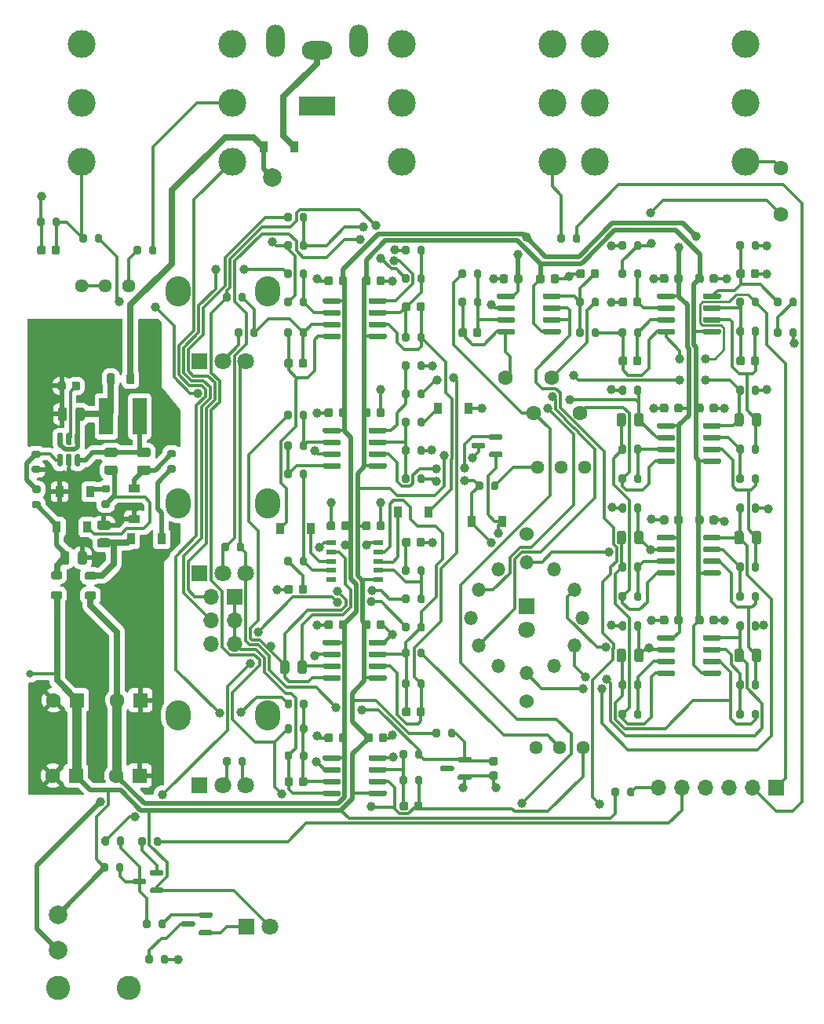
<source format=gbl>
G04 #@! TF.GenerationSoftware,KiCad,Pcbnew,6.0.5+dfsg-1~bpo11+1*
G04 #@! TF.CreationDate,2023-01-30T19:55:39+00:00*
G04 #@! TF.ProjectId,phasor_II,70686173-6f72-45f4-9949-2e6b69636164,0*
G04 #@! TF.SameCoordinates,Original*
G04 #@! TF.FileFunction,Copper,L2,Bot*
G04 #@! TF.FilePolarity,Positive*
%FSLAX46Y46*%
G04 Gerber Fmt 4.6, Leading zero omitted, Abs format (unit mm)*
G04 Created by KiCad (PCBNEW 6.0.5+dfsg-1~bpo11+1) date 2023-01-30 19:55:39*
%MOMM*%
%LPD*%
G01*
G04 APERTURE LIST*
G04 #@! TA.AperFunction,ComponentPad*
%ADD10O,2.720000X3.240000*%
G04 #@! TD*
G04 #@! TA.AperFunction,ComponentPad*
%ADD11R,1.800000X1.800000*%
G04 #@! TD*
G04 #@! TA.AperFunction,ComponentPad*
%ADD12C,1.800000*%
G04 #@! TD*
G04 #@! TA.AperFunction,ComponentPad*
%ADD13C,2.600000*%
G04 #@! TD*
G04 #@! TA.AperFunction,SMDPad,CuDef*
%ADD14R,0.900000X1.200000*%
G04 #@! TD*
G04 #@! TA.AperFunction,ComponentPad*
%ADD15C,1.524000*%
G04 #@! TD*
G04 #@! TA.AperFunction,ComponentPad*
%ADD16O,1.500000X1.500000*%
G04 #@! TD*
G04 #@! TA.AperFunction,ComponentPad*
%ADD17R,1.700000X1.700000*%
G04 #@! TD*
G04 #@! TA.AperFunction,ComponentPad*
%ADD18O,1.700000X1.700000*%
G04 #@! TD*
G04 #@! TA.AperFunction,ComponentPad*
%ADD19C,1.600000*%
G04 #@! TD*
G04 #@! TA.AperFunction,ComponentPad*
%ADD20C,1.440000*%
G04 #@! TD*
G04 #@! TA.AperFunction,ComponentPad*
%ADD21C,2.000000*%
G04 #@! TD*
G04 #@! TA.AperFunction,ComponentPad*
%ADD22C,3.000000*%
G04 #@! TD*
G04 #@! TA.AperFunction,ComponentPad*
%ADD23R,1.600000X1.600000*%
G04 #@! TD*
G04 #@! TA.AperFunction,ComponentPad*
%ADD24R,4.000000X2.000000*%
G04 #@! TD*
G04 #@! TA.AperFunction,ComponentPad*
%ADD25O,3.300000X2.000000*%
G04 #@! TD*
G04 #@! TA.AperFunction,ComponentPad*
%ADD26O,2.000000X3.500000*%
G04 #@! TD*
G04 #@! TA.AperFunction,SMDPad,CuDef*
%ADD27R,1.200000X0.900000*%
G04 #@! TD*
G04 #@! TA.AperFunction,SMDPad,CuDef*
%ADD28R,1.500000X4.000000*%
G04 #@! TD*
G04 #@! TA.AperFunction,SMDPad,CuDef*
%ADD29R,1.100000X0.510000*%
G04 #@! TD*
G04 #@! TA.AperFunction,ViaPad*
%ADD30C,1.000000*%
G04 #@! TD*
G04 #@! TA.AperFunction,ViaPad*
%ADD31C,0.800000*%
G04 #@! TD*
G04 #@! TA.AperFunction,Conductor*
%ADD32C,0.300000*%
G04 #@! TD*
G04 #@! TA.AperFunction,Conductor*
%ADD33C,0.500000*%
G04 #@! TD*
G04 #@! TA.AperFunction,Conductor*
%ADD34C,1.000000*%
G04 #@! TD*
G04 #@! TA.AperFunction,Conductor*
%ADD35C,0.700000*%
G04 #@! TD*
G04 #@! TA.AperFunction,Conductor*
%ADD36C,0.250000*%
G04 #@! TD*
G04 APERTURE END LIST*
D10*
X134340000Y-122040000D03*
X124740000Y-122040000D03*
D11*
X127040000Y-129540000D03*
D12*
X129540000Y-129540000D03*
X132040000Y-129540000D03*
D10*
X124740000Y-99180000D03*
X134340000Y-99180000D03*
D11*
X127040000Y-106680000D03*
D12*
X129540000Y-106680000D03*
X132040000Y-106680000D03*
D11*
X132075000Y-144780000D03*
D12*
X134615000Y-144780000D03*
D10*
X134340000Y-76320000D03*
X124740000Y-76320000D03*
D11*
X127040000Y-83820000D03*
D12*
X129540000Y-83820000D03*
X132040000Y-83820000D03*
G04 #@! TA.AperFunction,SMDPad,CuDef*
G36*
G01*
X148889000Y-112797000D02*
X148889000Y-112247000D01*
G75*
G02*
X149089000Y-112047000I200000J0D01*
G01*
X149489000Y-112047000D01*
G75*
G02*
X149689000Y-112247000I0J-200000D01*
G01*
X149689000Y-112797000D01*
G75*
G02*
X149489000Y-112997000I-200000J0D01*
G01*
X149089000Y-112997000D01*
G75*
G02*
X148889000Y-112797000I0J200000D01*
G01*
G37*
G04 #@! TD.AperFunction*
G04 #@! TA.AperFunction,SMDPad,CuDef*
G36*
G01*
X150539000Y-112797000D02*
X150539000Y-112247000D01*
G75*
G02*
X150739000Y-112047000I200000J0D01*
G01*
X151139000Y-112047000D01*
G75*
G02*
X151339000Y-112247000I0J-200000D01*
G01*
X151339000Y-112797000D01*
G75*
G02*
X151139000Y-112997000I-200000J0D01*
G01*
X150739000Y-112997000D01*
G75*
G02*
X150539000Y-112797000I0J200000D01*
G01*
G37*
G04 #@! TD.AperFunction*
G04 #@! TA.AperFunction,SMDPad,CuDef*
G36*
G01*
X148889000Y-75205000D02*
X148889000Y-74655000D01*
G75*
G02*
X149089000Y-74455000I200000J0D01*
G01*
X149489000Y-74455000D01*
G75*
G02*
X149689000Y-74655000I0J-200000D01*
G01*
X149689000Y-75205000D01*
G75*
G02*
X149489000Y-75405000I-200000J0D01*
G01*
X149089000Y-75405000D01*
G75*
G02*
X148889000Y-75205000I0J200000D01*
G01*
G37*
G04 #@! TD.AperFunction*
G04 #@! TA.AperFunction,SMDPad,CuDef*
G36*
G01*
X150539000Y-75205000D02*
X150539000Y-74655000D01*
G75*
G02*
X150739000Y-74455000I200000J0D01*
G01*
X151139000Y-74455000D01*
G75*
G02*
X151339000Y-74655000I0J-200000D01*
G01*
X151339000Y-75205000D01*
G75*
G02*
X151139000Y-75405000I-200000J0D01*
G01*
X150739000Y-75405000D01*
G75*
G02*
X150539000Y-75205000I0J200000D01*
G01*
G37*
G04 #@! TD.AperFunction*
D13*
X119380000Y-151384000D03*
X111760000Y-151384000D03*
G04 #@! TA.AperFunction,SMDPad,CuDef*
G36*
G01*
X138639000Y-68051000D02*
X138639000Y-68601000D01*
G75*
G02*
X138439000Y-68801000I-200000J0D01*
G01*
X138039000Y-68801000D01*
G75*
G02*
X137839000Y-68601000I0J200000D01*
G01*
X137839000Y-68051000D01*
G75*
G02*
X138039000Y-67851000I200000J0D01*
G01*
X138439000Y-67851000D01*
G75*
G02*
X138639000Y-68051000I0J-200000D01*
G01*
G37*
G04 #@! TD.AperFunction*
G04 #@! TA.AperFunction,SMDPad,CuDef*
G36*
G01*
X136989000Y-68051000D02*
X136989000Y-68601000D01*
G75*
G02*
X136789000Y-68801000I-200000J0D01*
G01*
X136389000Y-68801000D01*
G75*
G02*
X136189000Y-68601000I0J200000D01*
G01*
X136189000Y-68051000D01*
G75*
G02*
X136389000Y-67851000I200000J0D01*
G01*
X136789000Y-67851000D01*
G75*
G02*
X136989000Y-68051000I0J-200000D01*
G01*
G37*
G04 #@! TD.AperFunction*
G04 #@! TA.AperFunction,SMDPad,CuDef*
G36*
G01*
X109672800Y-95916200D02*
X109122800Y-95916200D01*
G75*
G02*
X108922800Y-95716200I0J200000D01*
G01*
X108922800Y-95316200D01*
G75*
G02*
X109122800Y-95116200I200000J0D01*
G01*
X109672800Y-95116200D01*
G75*
G02*
X109872800Y-95316200I0J-200000D01*
G01*
X109872800Y-95716200D01*
G75*
G02*
X109672800Y-95916200I-200000J0D01*
G01*
G37*
G04 #@! TD.AperFunction*
G04 #@! TA.AperFunction,SMDPad,CuDef*
G36*
G01*
X109672800Y-94266200D02*
X109122800Y-94266200D01*
G75*
G02*
X108922800Y-94066200I0J200000D01*
G01*
X108922800Y-93666200D01*
G75*
G02*
X109122800Y-93466200I200000J0D01*
G01*
X109672800Y-93466200D01*
G75*
G02*
X109872800Y-93666200I0J-200000D01*
G01*
X109872800Y-94066200D01*
G75*
G02*
X109672800Y-94266200I-200000J0D01*
G01*
G37*
G04 #@! TD.AperFunction*
G04 #@! TA.AperFunction,SMDPad,CuDef*
G36*
G01*
X176702000Y-75180000D02*
X176702000Y-74680000D01*
G75*
G02*
X176927000Y-74455000I225000J0D01*
G01*
X177377000Y-74455000D01*
G75*
G02*
X177602000Y-74680000I0J-225000D01*
G01*
X177602000Y-75180000D01*
G75*
G02*
X177377000Y-75405000I-225000J0D01*
G01*
X176927000Y-75405000D01*
G75*
G02*
X176702000Y-75180000I0J225000D01*
G01*
G37*
G04 #@! TD.AperFunction*
G04 #@! TA.AperFunction,SMDPad,CuDef*
G36*
G01*
X178252000Y-75180000D02*
X178252000Y-74680000D01*
G75*
G02*
X178477000Y-74455000I225000J0D01*
G01*
X178927000Y-74455000D01*
G75*
G02*
X179152000Y-74680000I0J-225000D01*
G01*
X179152000Y-75180000D01*
G75*
G02*
X178927000Y-75405000I-225000J0D01*
G01*
X178477000Y-75405000D01*
G75*
G02*
X178252000Y-75180000I0J225000D01*
G01*
G37*
G04 #@! TD.AperFunction*
G04 #@! TA.AperFunction,SMDPad,CuDef*
G36*
G01*
X187407000Y-71099000D02*
X187407000Y-71649000D01*
G75*
G02*
X187207000Y-71849000I-200000J0D01*
G01*
X186807000Y-71849000D01*
G75*
G02*
X186607000Y-71649000I0J200000D01*
G01*
X186607000Y-71099000D01*
G75*
G02*
X186807000Y-70899000I200000J0D01*
G01*
X187207000Y-70899000D01*
G75*
G02*
X187407000Y-71099000I0J-200000D01*
G01*
G37*
G04 #@! TD.AperFunction*
G04 #@! TA.AperFunction,SMDPad,CuDef*
G36*
G01*
X185757000Y-71099000D02*
X185757000Y-71649000D01*
G75*
G02*
X185557000Y-71849000I-200000J0D01*
G01*
X185157000Y-71849000D01*
G75*
G02*
X184957000Y-71649000I0J200000D01*
G01*
X184957000Y-71099000D01*
G75*
G02*
X185157000Y-70899000I200000J0D01*
G01*
X185557000Y-70899000D01*
G75*
G02*
X185757000Y-71099000I0J-200000D01*
G01*
G37*
G04 #@! TD.AperFunction*
G04 #@! TA.AperFunction,SMDPad,CuDef*
G36*
G01*
X184957000Y-87270000D02*
X184957000Y-86720000D01*
G75*
G02*
X185157000Y-86520000I200000J0D01*
G01*
X185557000Y-86520000D01*
G75*
G02*
X185757000Y-86720000I0J-200000D01*
G01*
X185757000Y-87270000D01*
G75*
G02*
X185557000Y-87470000I-200000J0D01*
G01*
X185157000Y-87470000D01*
G75*
G02*
X184957000Y-87270000I0J200000D01*
G01*
G37*
G04 #@! TD.AperFunction*
G04 #@! TA.AperFunction,SMDPad,CuDef*
G36*
G01*
X186607000Y-87270000D02*
X186607000Y-86720000D01*
G75*
G02*
X186807000Y-86520000I200000J0D01*
G01*
X187207000Y-86520000D01*
G75*
G02*
X187407000Y-86720000I0J-200000D01*
G01*
X187407000Y-87270000D01*
G75*
G02*
X187207000Y-87470000I-200000J0D01*
G01*
X186807000Y-87470000D01*
G75*
G02*
X186607000Y-87270000I0J200000D01*
G01*
G37*
G04 #@! TD.AperFunction*
G04 #@! TA.AperFunction,SMDPad,CuDef*
G36*
G01*
X157435000Y-80522000D02*
X157435000Y-81022000D01*
G75*
G02*
X157210000Y-81247000I-225000J0D01*
G01*
X156760000Y-81247000D01*
G75*
G02*
X156535000Y-81022000I0J225000D01*
G01*
X156535000Y-80522000D01*
G75*
G02*
X156760000Y-80297000I225000J0D01*
G01*
X157210000Y-80297000D01*
G75*
G02*
X157435000Y-80522000I0J-225000D01*
G01*
G37*
G04 #@! TD.AperFunction*
G04 #@! TA.AperFunction,SMDPad,CuDef*
G36*
G01*
X155885000Y-80522000D02*
X155885000Y-81022000D01*
G75*
G02*
X155660000Y-81247000I-225000J0D01*
G01*
X155210000Y-81247000D01*
G75*
G02*
X154985000Y-81022000I0J225000D01*
G01*
X154985000Y-80522000D01*
G75*
G02*
X155210000Y-80297000I225000J0D01*
G01*
X155660000Y-80297000D01*
G75*
G02*
X155885000Y-80522000I0J-225000D01*
G01*
G37*
G04 #@! TD.AperFunction*
G04 #@! TA.AperFunction,SMDPad,CuDef*
G36*
G01*
X117953400Y-96090400D02*
X117003400Y-96090400D01*
G75*
G02*
X116753400Y-95840400I0J250000D01*
G01*
X116753400Y-95340400D01*
G75*
G02*
X117003400Y-95090400I250000J0D01*
G01*
X117953400Y-95090400D01*
G75*
G02*
X118203400Y-95340400I0J-250000D01*
G01*
X118203400Y-95840400D01*
G75*
G02*
X117953400Y-96090400I-250000J0D01*
G01*
G37*
G04 #@! TD.AperFunction*
G04 #@! TA.AperFunction,SMDPad,CuDef*
G36*
G01*
X117953400Y-94190400D02*
X117003400Y-94190400D01*
G75*
G02*
X116753400Y-93940400I0J250000D01*
G01*
X116753400Y-93440400D01*
G75*
G02*
X117003400Y-93190400I250000J0D01*
G01*
X117953400Y-93190400D01*
G75*
G02*
X118203400Y-93440400I0J-250000D01*
G01*
X118203400Y-93940400D01*
G75*
G02*
X117953400Y-94190400I-250000J0D01*
G01*
G37*
G04 #@! TD.AperFunction*
G04 #@! TA.AperFunction,SMDPad,CuDef*
G36*
G01*
X119933000Y-72157000D02*
X119933000Y-71607000D01*
G75*
G02*
X120133000Y-71407000I200000J0D01*
G01*
X120533000Y-71407000D01*
G75*
G02*
X120733000Y-71607000I0J-200000D01*
G01*
X120733000Y-72157000D01*
G75*
G02*
X120533000Y-72357000I-200000J0D01*
G01*
X120133000Y-72357000D01*
G75*
G02*
X119933000Y-72157000I0J200000D01*
G01*
G37*
G04 #@! TD.AperFunction*
G04 #@! TA.AperFunction,SMDPad,CuDef*
G36*
G01*
X121583000Y-72157000D02*
X121583000Y-71607000D01*
G75*
G02*
X121783000Y-71407000I200000J0D01*
G01*
X122183000Y-71407000D01*
G75*
G02*
X122383000Y-71607000I0J-200000D01*
G01*
X122383000Y-72157000D01*
G75*
G02*
X122183000Y-72357000I-200000J0D01*
G01*
X121783000Y-72357000D01*
G75*
G02*
X121583000Y-72157000I0J200000D01*
G01*
G37*
G04 #@! TD.AperFunction*
D14*
X122938400Y-103022400D03*
X119638400Y-103022400D03*
G04 #@! TA.AperFunction,SMDPad,CuDef*
G36*
G01*
X151339000Y-84053000D02*
X151339000Y-84603000D01*
G75*
G02*
X151139000Y-84803000I-200000J0D01*
G01*
X150739000Y-84803000D01*
G75*
G02*
X150539000Y-84603000I0J200000D01*
G01*
X150539000Y-84053000D01*
G75*
G02*
X150739000Y-83853000I200000J0D01*
G01*
X151139000Y-83853000D01*
G75*
G02*
X151339000Y-84053000I0J-200000D01*
G01*
G37*
G04 #@! TD.AperFunction*
G04 #@! TA.AperFunction,SMDPad,CuDef*
G36*
G01*
X149689000Y-84053000D02*
X149689000Y-84603000D01*
G75*
G02*
X149489000Y-84803000I-200000J0D01*
G01*
X149089000Y-84803000D01*
G75*
G02*
X148889000Y-84603000I0J200000D01*
G01*
X148889000Y-84053000D01*
G75*
G02*
X149089000Y-83853000I200000J0D01*
G01*
X149489000Y-83853000D01*
G75*
G02*
X149689000Y-84053000I0J-200000D01*
G01*
G37*
G04 #@! TD.AperFunction*
G04 #@! TA.AperFunction,SMDPad,CuDef*
G36*
G01*
X114153400Y-86262400D02*
X114153400Y-86762400D01*
G75*
G02*
X113928400Y-86987400I-225000J0D01*
G01*
X113478400Y-86987400D01*
G75*
G02*
X113253400Y-86762400I0J225000D01*
G01*
X113253400Y-86262400D01*
G75*
G02*
X113478400Y-86037400I225000J0D01*
G01*
X113928400Y-86037400D01*
G75*
G02*
X114153400Y-86262400I0J-225000D01*
G01*
G37*
G04 #@! TD.AperFunction*
G04 #@! TA.AperFunction,SMDPad,CuDef*
G36*
G01*
X112603400Y-86262400D02*
X112603400Y-86762400D01*
G75*
G02*
X112378400Y-86987400I-225000J0D01*
G01*
X111928400Y-86987400D01*
G75*
G02*
X111703400Y-86762400I0J225000D01*
G01*
X111703400Y-86262400D01*
G75*
G02*
X111928400Y-86037400I225000J0D01*
G01*
X112378400Y-86037400D01*
G75*
G02*
X112603400Y-86262400I0J-225000D01*
G01*
G37*
G04 #@! TD.AperFunction*
D15*
X162306000Y-102506000D03*
X162306000Y-120506000D03*
D12*
X162306000Y-112776000D03*
D11*
X162306000Y-110236000D03*
D16*
X156306000Y-111506000D03*
X157109848Y-114505999D03*
X159306000Y-116702152D03*
X162306000Y-117506000D03*
X165305999Y-116702152D03*
X167502152Y-114505999D03*
X168306000Y-111506000D03*
X167502152Y-108506000D03*
X165306000Y-106309848D03*
X162306000Y-105506000D03*
X159306000Y-106309848D03*
X157109848Y-108506000D03*
G04 #@! TA.AperFunction,SMDPad,CuDef*
G36*
G01*
X172032000Y-103345000D02*
X172032000Y-102395000D01*
G75*
G02*
X172282000Y-102145000I250000J0D01*
G01*
X172782000Y-102145000D01*
G75*
G02*
X173032000Y-102395000I0J-250000D01*
G01*
X173032000Y-103345000D01*
G75*
G02*
X172782000Y-103595000I-250000J0D01*
G01*
X172282000Y-103595000D01*
G75*
G02*
X172032000Y-103345000I0J250000D01*
G01*
G37*
G04 #@! TD.AperFunction*
G04 #@! TA.AperFunction,SMDPad,CuDef*
G36*
G01*
X173932000Y-103345000D02*
X173932000Y-102395000D01*
G75*
G02*
X174182000Y-102145000I250000J0D01*
G01*
X174682000Y-102145000D01*
G75*
G02*
X174932000Y-102395000I0J-250000D01*
G01*
X174932000Y-103345000D01*
G75*
G02*
X174682000Y-103595000I-250000J0D01*
G01*
X174182000Y-103595000D01*
G75*
G02*
X173932000Y-103345000I0J250000D01*
G01*
G37*
G04 #@! TD.AperFunction*
G04 #@! TA.AperFunction,SMDPad,CuDef*
G36*
G01*
X130855000Y-81047000D02*
X130855000Y-80497000D01*
G75*
G02*
X131055000Y-80297000I200000J0D01*
G01*
X131455000Y-80297000D01*
G75*
G02*
X131655000Y-80497000I0J-200000D01*
G01*
X131655000Y-81047000D01*
G75*
G02*
X131455000Y-81247000I-200000J0D01*
G01*
X131055000Y-81247000D01*
G75*
G02*
X130855000Y-81047000I0J200000D01*
G01*
G37*
G04 #@! TD.AperFunction*
G04 #@! TA.AperFunction,SMDPad,CuDef*
G36*
G01*
X132505000Y-81047000D02*
X132505000Y-80497000D01*
G75*
G02*
X132705000Y-80297000I200000J0D01*
G01*
X133105000Y-80297000D01*
G75*
G02*
X133305000Y-80497000I0J-200000D01*
G01*
X133305000Y-81047000D01*
G75*
G02*
X133105000Y-81247000I-200000J0D01*
G01*
X132705000Y-81247000D01*
G75*
G02*
X132505000Y-81047000I0J200000D01*
G01*
G37*
G04 #@! TD.AperFunction*
G04 #@! TA.AperFunction,SMDPad,CuDef*
G36*
G01*
X176382000Y-106830000D02*
X176382000Y-106530000D01*
G75*
G02*
X176532000Y-106380000I150000J0D01*
G01*
X178182000Y-106380000D01*
G75*
G02*
X178332000Y-106530000I0J-150000D01*
G01*
X178332000Y-106830000D01*
G75*
G02*
X178182000Y-106980000I-150000J0D01*
G01*
X176532000Y-106980000D01*
G75*
G02*
X176382000Y-106830000I0J150000D01*
G01*
G37*
G04 #@! TD.AperFunction*
G04 #@! TA.AperFunction,SMDPad,CuDef*
G36*
G01*
X176382000Y-105560000D02*
X176382000Y-105260000D01*
G75*
G02*
X176532000Y-105110000I150000J0D01*
G01*
X178182000Y-105110000D01*
G75*
G02*
X178332000Y-105260000I0J-150000D01*
G01*
X178332000Y-105560000D01*
G75*
G02*
X178182000Y-105710000I-150000J0D01*
G01*
X176532000Y-105710000D01*
G75*
G02*
X176382000Y-105560000I0J150000D01*
G01*
G37*
G04 #@! TD.AperFunction*
G04 #@! TA.AperFunction,SMDPad,CuDef*
G36*
G01*
X176382000Y-104290000D02*
X176382000Y-103990000D01*
G75*
G02*
X176532000Y-103840000I150000J0D01*
G01*
X178182000Y-103840000D01*
G75*
G02*
X178332000Y-103990000I0J-150000D01*
G01*
X178332000Y-104290000D01*
G75*
G02*
X178182000Y-104440000I-150000J0D01*
G01*
X176532000Y-104440000D01*
G75*
G02*
X176382000Y-104290000I0J150000D01*
G01*
G37*
G04 #@! TD.AperFunction*
G04 #@! TA.AperFunction,SMDPad,CuDef*
G36*
G01*
X176382000Y-103020000D02*
X176382000Y-102720000D01*
G75*
G02*
X176532000Y-102570000I150000J0D01*
G01*
X178182000Y-102570000D01*
G75*
G02*
X178332000Y-102720000I0J-150000D01*
G01*
X178332000Y-103020000D01*
G75*
G02*
X178182000Y-103170000I-150000J0D01*
G01*
X176532000Y-103170000D01*
G75*
G02*
X176382000Y-103020000I0J150000D01*
G01*
G37*
G04 #@! TD.AperFunction*
G04 #@! TA.AperFunction,SMDPad,CuDef*
G36*
G01*
X181332000Y-103020000D02*
X181332000Y-102720000D01*
G75*
G02*
X181482000Y-102570000I150000J0D01*
G01*
X183132000Y-102570000D01*
G75*
G02*
X183282000Y-102720000I0J-150000D01*
G01*
X183282000Y-103020000D01*
G75*
G02*
X183132000Y-103170000I-150000J0D01*
G01*
X181482000Y-103170000D01*
G75*
G02*
X181332000Y-103020000I0J150000D01*
G01*
G37*
G04 #@! TD.AperFunction*
G04 #@! TA.AperFunction,SMDPad,CuDef*
G36*
G01*
X181332000Y-104290000D02*
X181332000Y-103990000D01*
G75*
G02*
X181482000Y-103840000I150000J0D01*
G01*
X183132000Y-103840000D01*
G75*
G02*
X183282000Y-103990000I0J-150000D01*
G01*
X183282000Y-104290000D01*
G75*
G02*
X183132000Y-104440000I-150000J0D01*
G01*
X181482000Y-104440000D01*
G75*
G02*
X181332000Y-104290000I0J150000D01*
G01*
G37*
G04 #@! TD.AperFunction*
G04 #@! TA.AperFunction,SMDPad,CuDef*
G36*
G01*
X181332000Y-105560000D02*
X181332000Y-105260000D01*
G75*
G02*
X181482000Y-105110000I150000J0D01*
G01*
X183132000Y-105110000D01*
G75*
G02*
X183282000Y-105260000I0J-150000D01*
G01*
X183282000Y-105560000D01*
G75*
G02*
X183132000Y-105710000I-150000J0D01*
G01*
X181482000Y-105710000D01*
G75*
G02*
X181332000Y-105560000I0J150000D01*
G01*
G37*
G04 #@! TD.AperFunction*
G04 #@! TA.AperFunction,SMDPad,CuDef*
G36*
G01*
X181332000Y-106830000D02*
X181332000Y-106530000D01*
G75*
G02*
X181482000Y-106380000I150000J0D01*
G01*
X183132000Y-106380000D01*
G75*
G02*
X183282000Y-106530000I0J-150000D01*
G01*
X183282000Y-106830000D01*
G75*
G02*
X183132000Y-106980000I-150000J0D01*
G01*
X181482000Y-106980000D01*
G75*
G02*
X181332000Y-106830000I0J150000D01*
G01*
G37*
G04 #@! TD.AperFunction*
G04 #@! TA.AperFunction,SMDPad,CuDef*
G36*
G01*
X123150000Y-138854000D02*
X123150000Y-139154000D01*
G75*
G02*
X123000000Y-139304000I-150000J0D01*
G01*
X121825000Y-139304000D01*
G75*
G02*
X121675000Y-139154000I0J150000D01*
G01*
X121675000Y-138854000D01*
G75*
G02*
X121825000Y-138704000I150000J0D01*
G01*
X123000000Y-138704000D01*
G75*
G02*
X123150000Y-138854000I0J-150000D01*
G01*
G37*
G04 #@! TD.AperFunction*
G04 #@! TA.AperFunction,SMDPad,CuDef*
G36*
G01*
X123150000Y-140754000D02*
X123150000Y-141054000D01*
G75*
G02*
X123000000Y-141204000I-150000J0D01*
G01*
X121825000Y-141204000D01*
G75*
G02*
X121675000Y-141054000I0J150000D01*
G01*
X121675000Y-140754000D01*
G75*
G02*
X121825000Y-140604000I150000J0D01*
G01*
X123000000Y-140604000D01*
G75*
G02*
X123150000Y-140754000I0J-150000D01*
G01*
G37*
G04 #@! TD.AperFunction*
G04 #@! TA.AperFunction,SMDPad,CuDef*
G36*
G01*
X121275000Y-139804000D02*
X121275000Y-140104000D01*
G75*
G02*
X121125000Y-140254000I-150000J0D01*
G01*
X119950000Y-140254000D01*
G75*
G02*
X119800000Y-140104000I0J150000D01*
G01*
X119800000Y-139804000D01*
G75*
G02*
X119950000Y-139654000I150000J0D01*
G01*
X121125000Y-139654000D01*
G75*
G02*
X121275000Y-139804000I0J-150000D01*
G01*
G37*
G04 #@! TD.AperFunction*
G04 #@! TA.AperFunction,SMDPad,CuDef*
G36*
G01*
X174707000Y-108945000D02*
X174707000Y-109495000D01*
G75*
G02*
X174507000Y-109695000I-200000J0D01*
G01*
X174107000Y-109695000D01*
G75*
G02*
X173907000Y-109495000I0J200000D01*
G01*
X173907000Y-108945000D01*
G75*
G02*
X174107000Y-108745000I200000J0D01*
G01*
X174507000Y-108745000D01*
G75*
G02*
X174707000Y-108945000I0J-200000D01*
G01*
G37*
G04 #@! TD.AperFunction*
G04 #@! TA.AperFunction,SMDPad,CuDef*
G36*
G01*
X173057000Y-108945000D02*
X173057000Y-109495000D01*
G75*
G02*
X172857000Y-109695000I-200000J0D01*
G01*
X172457000Y-109695000D01*
G75*
G02*
X172257000Y-109495000I0J200000D01*
G01*
X172257000Y-108945000D01*
G75*
G02*
X172457000Y-108745000I200000J0D01*
G01*
X172857000Y-108745000D01*
G75*
G02*
X173057000Y-108945000I0J-200000D01*
G01*
G37*
G04 #@! TD.AperFunction*
G04 #@! TA.AperFunction,SMDPad,CuDef*
G36*
G01*
X174707000Y-96245000D02*
X174707000Y-96795000D01*
G75*
G02*
X174507000Y-96995000I-200000J0D01*
G01*
X174107000Y-96995000D01*
G75*
G02*
X173907000Y-96795000I0J200000D01*
G01*
X173907000Y-96245000D01*
G75*
G02*
X174107000Y-96045000I200000J0D01*
G01*
X174507000Y-96045000D01*
G75*
G02*
X174707000Y-96245000I0J-200000D01*
G01*
G37*
G04 #@! TD.AperFunction*
G04 #@! TA.AperFunction,SMDPad,CuDef*
G36*
G01*
X173057000Y-96245000D02*
X173057000Y-96795000D01*
G75*
G02*
X172857000Y-96995000I-200000J0D01*
G01*
X172457000Y-96995000D01*
G75*
G02*
X172257000Y-96795000I0J200000D01*
G01*
X172257000Y-96245000D01*
G75*
G02*
X172457000Y-96045000I200000J0D01*
G01*
X172857000Y-96045000D01*
G75*
G02*
X173057000Y-96245000I0J-200000D01*
G01*
G37*
G04 #@! TD.AperFunction*
D14*
X148464000Y-100076000D03*
X151764000Y-100076000D03*
G04 #@! TA.AperFunction,SMDPad,CuDef*
G36*
G01*
X138639000Y-105135000D02*
X138639000Y-105685000D01*
G75*
G02*
X138439000Y-105885000I-200000J0D01*
G01*
X138039000Y-105885000D01*
G75*
G02*
X137839000Y-105685000I0J200000D01*
G01*
X137839000Y-105135000D01*
G75*
G02*
X138039000Y-104935000I200000J0D01*
G01*
X138439000Y-104935000D01*
G75*
G02*
X138639000Y-105135000I0J-200000D01*
G01*
G37*
G04 #@! TD.AperFunction*
G04 #@! TA.AperFunction,SMDPad,CuDef*
G36*
G01*
X136989000Y-105135000D02*
X136989000Y-105685000D01*
G75*
G02*
X136789000Y-105885000I-200000J0D01*
G01*
X136389000Y-105885000D01*
G75*
G02*
X136189000Y-105685000I0J200000D01*
G01*
X136189000Y-105135000D01*
G75*
G02*
X136389000Y-104935000I200000J0D01*
G01*
X136789000Y-104935000D01*
G75*
G02*
X136989000Y-105135000I0J-200000D01*
G01*
G37*
G04 #@! TD.AperFunction*
D17*
X189230000Y-129794000D03*
D18*
X186690000Y-129794000D03*
X184150000Y-129794000D03*
X181610000Y-129794000D03*
X179070000Y-129794000D03*
X176530000Y-129794000D03*
G04 #@! TA.AperFunction,SMDPad,CuDef*
G36*
G01*
X180512000Y-75180000D02*
X180512000Y-74680000D01*
G75*
G02*
X180737000Y-74455000I225000J0D01*
G01*
X181187000Y-74455000D01*
G75*
G02*
X181412000Y-74680000I0J-225000D01*
G01*
X181412000Y-75180000D01*
G75*
G02*
X181187000Y-75405000I-225000J0D01*
G01*
X180737000Y-75405000D01*
G75*
G02*
X180512000Y-75180000I0J225000D01*
G01*
G37*
G04 #@! TD.AperFunction*
G04 #@! TA.AperFunction,SMDPad,CuDef*
G36*
G01*
X182062000Y-75180000D02*
X182062000Y-74680000D01*
G75*
G02*
X182287000Y-74455000I225000J0D01*
G01*
X182737000Y-74455000D01*
G75*
G02*
X182962000Y-74680000I0J-225000D01*
G01*
X182962000Y-75180000D01*
G75*
G02*
X182737000Y-75405000I-225000J0D01*
G01*
X182287000Y-75405000D01*
G75*
G02*
X182062000Y-75180000I0J225000D01*
G01*
G37*
G04 #@! TD.AperFunction*
G04 #@! TA.AperFunction,SMDPad,CuDef*
G36*
G01*
X191471000Y-80497000D02*
X191471000Y-81047000D01*
G75*
G02*
X191271000Y-81247000I-200000J0D01*
G01*
X190871000Y-81247000D01*
G75*
G02*
X190671000Y-81047000I0J200000D01*
G01*
X190671000Y-80497000D01*
G75*
G02*
X190871000Y-80297000I200000J0D01*
G01*
X191271000Y-80297000D01*
G75*
G02*
X191471000Y-80497000I0J-200000D01*
G01*
G37*
G04 #@! TD.AperFunction*
G04 #@! TA.AperFunction,SMDPad,CuDef*
G36*
G01*
X189821000Y-80497000D02*
X189821000Y-81047000D01*
G75*
G02*
X189621000Y-81247000I-200000J0D01*
G01*
X189221000Y-81247000D01*
G75*
G02*
X189021000Y-81047000I0J200000D01*
G01*
X189021000Y-80497000D01*
G75*
G02*
X189221000Y-80297000I200000J0D01*
G01*
X189621000Y-80297000D01*
G75*
G02*
X189821000Y-80497000I0J-200000D01*
G01*
G37*
G04 #@! TD.AperFunction*
G04 #@! TA.AperFunction,SMDPad,CuDef*
G36*
G01*
X138639000Y-71099000D02*
X138639000Y-71649000D01*
G75*
G02*
X138439000Y-71849000I-200000J0D01*
G01*
X138039000Y-71849000D01*
G75*
G02*
X137839000Y-71649000I0J200000D01*
G01*
X137839000Y-71099000D01*
G75*
G02*
X138039000Y-70899000I200000J0D01*
G01*
X138439000Y-70899000D01*
G75*
G02*
X138639000Y-71099000I0J-200000D01*
G01*
G37*
G04 #@! TD.AperFunction*
G04 #@! TA.AperFunction,SMDPad,CuDef*
G36*
G01*
X136989000Y-71099000D02*
X136989000Y-71649000D01*
G75*
G02*
X136789000Y-71849000I-200000J0D01*
G01*
X136389000Y-71849000D01*
G75*
G02*
X136189000Y-71649000I0J200000D01*
G01*
X136189000Y-71099000D01*
G75*
G02*
X136389000Y-70899000I200000J0D01*
G01*
X136789000Y-70899000D01*
G75*
G02*
X136989000Y-71099000I0J-200000D01*
G01*
G37*
G04 #@! TD.AperFunction*
G04 #@! TA.AperFunction,SMDPad,CuDef*
G36*
G01*
X187407000Y-118470000D02*
X187407000Y-119020000D01*
G75*
G02*
X187207000Y-119220000I-200000J0D01*
G01*
X186807000Y-119220000D01*
G75*
G02*
X186607000Y-119020000I0J200000D01*
G01*
X186607000Y-118470000D01*
G75*
G02*
X186807000Y-118270000I200000J0D01*
G01*
X187207000Y-118270000D01*
G75*
G02*
X187407000Y-118470000I0J-200000D01*
G01*
G37*
G04 #@! TD.AperFunction*
G04 #@! TA.AperFunction,SMDPad,CuDef*
G36*
G01*
X185757000Y-118470000D02*
X185757000Y-119020000D01*
G75*
G02*
X185557000Y-119220000I-200000J0D01*
G01*
X185157000Y-119220000D01*
G75*
G02*
X184957000Y-119020000I0J200000D01*
G01*
X184957000Y-118470000D01*
G75*
G02*
X185157000Y-118270000I200000J0D01*
G01*
X185557000Y-118270000D01*
G75*
G02*
X185757000Y-118470000I0J-200000D01*
G01*
G37*
G04 #@! TD.AperFunction*
G04 #@! TA.AperFunction,SMDPad,CuDef*
G36*
G01*
X151339000Y-106151000D02*
X151339000Y-106701000D01*
G75*
G02*
X151139000Y-106901000I-200000J0D01*
G01*
X150739000Y-106901000D01*
G75*
G02*
X150539000Y-106701000I0J200000D01*
G01*
X150539000Y-106151000D01*
G75*
G02*
X150739000Y-105951000I200000J0D01*
G01*
X151139000Y-105951000D01*
G75*
G02*
X151339000Y-106151000I0J-200000D01*
G01*
G37*
G04 #@! TD.AperFunction*
G04 #@! TA.AperFunction,SMDPad,CuDef*
G36*
G01*
X149689000Y-106151000D02*
X149689000Y-106701000D01*
G75*
G02*
X149489000Y-106901000I-200000J0D01*
G01*
X149089000Y-106901000D01*
G75*
G02*
X148889000Y-106701000I0J200000D01*
G01*
X148889000Y-106151000D01*
G75*
G02*
X149089000Y-105951000I200000J0D01*
G01*
X149489000Y-105951000D01*
G75*
G02*
X149689000Y-106151000I0J-200000D01*
G01*
G37*
G04 #@! TD.AperFunction*
G04 #@! TA.AperFunction,SMDPad,CuDef*
G36*
G01*
X138639000Y-89387000D02*
X138639000Y-89937000D01*
G75*
G02*
X138439000Y-90137000I-200000J0D01*
G01*
X138039000Y-90137000D01*
G75*
G02*
X137839000Y-89937000I0J200000D01*
G01*
X137839000Y-89387000D01*
G75*
G02*
X138039000Y-89187000I200000J0D01*
G01*
X138439000Y-89187000D01*
G75*
G02*
X138639000Y-89387000I0J-200000D01*
G01*
G37*
G04 #@! TD.AperFunction*
G04 #@! TA.AperFunction,SMDPad,CuDef*
G36*
G01*
X136989000Y-89387000D02*
X136989000Y-89937000D01*
G75*
G02*
X136789000Y-90137000I-200000J0D01*
G01*
X136389000Y-90137000D01*
G75*
G02*
X136189000Y-89937000I0J200000D01*
G01*
X136189000Y-89387000D01*
G75*
G02*
X136389000Y-89187000I200000J0D01*
G01*
X136789000Y-89187000D01*
G75*
G02*
X136989000Y-89387000I0J-200000D01*
G01*
G37*
G04 #@! TD.AperFunction*
G04 #@! TA.AperFunction,SMDPad,CuDef*
G36*
G01*
X131844000Y-103611000D02*
X131844000Y-104161000D01*
G75*
G02*
X131644000Y-104361000I-200000J0D01*
G01*
X131244000Y-104361000D01*
G75*
G02*
X131044000Y-104161000I0J200000D01*
G01*
X131044000Y-103611000D01*
G75*
G02*
X131244000Y-103411000I200000J0D01*
G01*
X131644000Y-103411000D01*
G75*
G02*
X131844000Y-103611000I0J-200000D01*
G01*
G37*
G04 #@! TD.AperFunction*
G04 #@! TA.AperFunction,SMDPad,CuDef*
G36*
G01*
X130194000Y-103611000D02*
X130194000Y-104161000D01*
G75*
G02*
X129994000Y-104361000I-200000J0D01*
G01*
X129594000Y-104361000D01*
G75*
G02*
X129394000Y-104161000I0J200000D01*
G01*
X129394000Y-103611000D01*
G75*
G02*
X129594000Y-103411000I200000J0D01*
G01*
X129994000Y-103411000D01*
G75*
G02*
X130194000Y-103611000I0J-200000D01*
G01*
G37*
G04 #@! TD.AperFunction*
G04 #@! TA.AperFunction,SMDPad,CuDef*
G36*
G01*
X136214400Y-129434400D02*
X136214400Y-128934400D01*
G75*
G02*
X136439400Y-128709400I225000J0D01*
G01*
X136889400Y-128709400D01*
G75*
G02*
X137114400Y-128934400I0J-225000D01*
G01*
X137114400Y-129434400D01*
G75*
G02*
X136889400Y-129659400I-225000J0D01*
G01*
X136439400Y-129659400D01*
G75*
G02*
X136214400Y-129434400I0J225000D01*
G01*
G37*
G04 #@! TD.AperFunction*
G04 #@! TA.AperFunction,SMDPad,CuDef*
G36*
G01*
X137764400Y-129434400D02*
X137764400Y-128934400D01*
G75*
G02*
X137989400Y-128709400I225000J0D01*
G01*
X138439400Y-128709400D01*
G75*
G02*
X138664400Y-128934400I0J-225000D01*
G01*
X138664400Y-129434400D01*
G75*
G02*
X138439400Y-129659400I-225000J0D01*
G01*
X137989400Y-129659400D01*
G75*
G02*
X137764400Y-129434400I0J225000D01*
G01*
G37*
G04 #@! TD.AperFunction*
G04 #@! TA.AperFunction,SMDPad,CuDef*
G36*
G01*
X140314000Y-95273000D02*
X140314000Y-94973000D01*
G75*
G02*
X140464000Y-94823000I150000J0D01*
G01*
X142114000Y-94823000D01*
G75*
G02*
X142264000Y-94973000I0J-150000D01*
G01*
X142264000Y-95273000D01*
G75*
G02*
X142114000Y-95423000I-150000J0D01*
G01*
X140464000Y-95423000D01*
G75*
G02*
X140314000Y-95273000I0J150000D01*
G01*
G37*
G04 #@! TD.AperFunction*
G04 #@! TA.AperFunction,SMDPad,CuDef*
G36*
G01*
X140314000Y-94003000D02*
X140314000Y-93703000D01*
G75*
G02*
X140464000Y-93553000I150000J0D01*
G01*
X142114000Y-93553000D01*
G75*
G02*
X142264000Y-93703000I0J-150000D01*
G01*
X142264000Y-94003000D01*
G75*
G02*
X142114000Y-94153000I-150000J0D01*
G01*
X140464000Y-94153000D01*
G75*
G02*
X140314000Y-94003000I0J150000D01*
G01*
G37*
G04 #@! TD.AperFunction*
G04 #@! TA.AperFunction,SMDPad,CuDef*
G36*
G01*
X140314000Y-92733000D02*
X140314000Y-92433000D01*
G75*
G02*
X140464000Y-92283000I150000J0D01*
G01*
X142114000Y-92283000D01*
G75*
G02*
X142264000Y-92433000I0J-150000D01*
G01*
X142264000Y-92733000D01*
G75*
G02*
X142114000Y-92883000I-150000J0D01*
G01*
X140464000Y-92883000D01*
G75*
G02*
X140314000Y-92733000I0J150000D01*
G01*
G37*
G04 #@! TD.AperFunction*
G04 #@! TA.AperFunction,SMDPad,CuDef*
G36*
G01*
X140314000Y-91463000D02*
X140314000Y-91163000D01*
G75*
G02*
X140464000Y-91013000I150000J0D01*
G01*
X142114000Y-91013000D01*
G75*
G02*
X142264000Y-91163000I0J-150000D01*
G01*
X142264000Y-91463000D01*
G75*
G02*
X142114000Y-91613000I-150000J0D01*
G01*
X140464000Y-91613000D01*
G75*
G02*
X140314000Y-91463000I0J150000D01*
G01*
G37*
G04 #@! TD.AperFunction*
G04 #@! TA.AperFunction,SMDPad,CuDef*
G36*
G01*
X145264000Y-91463000D02*
X145264000Y-91163000D01*
G75*
G02*
X145414000Y-91013000I150000J0D01*
G01*
X147064000Y-91013000D01*
G75*
G02*
X147214000Y-91163000I0J-150000D01*
G01*
X147214000Y-91463000D01*
G75*
G02*
X147064000Y-91613000I-150000J0D01*
G01*
X145414000Y-91613000D01*
G75*
G02*
X145264000Y-91463000I0J150000D01*
G01*
G37*
G04 #@! TD.AperFunction*
G04 #@! TA.AperFunction,SMDPad,CuDef*
G36*
G01*
X145264000Y-92733000D02*
X145264000Y-92433000D01*
G75*
G02*
X145414000Y-92283000I150000J0D01*
G01*
X147064000Y-92283000D01*
G75*
G02*
X147214000Y-92433000I0J-150000D01*
G01*
X147214000Y-92733000D01*
G75*
G02*
X147064000Y-92883000I-150000J0D01*
G01*
X145414000Y-92883000D01*
G75*
G02*
X145264000Y-92733000I0J150000D01*
G01*
G37*
G04 #@! TD.AperFunction*
G04 #@! TA.AperFunction,SMDPad,CuDef*
G36*
G01*
X145264000Y-94003000D02*
X145264000Y-93703000D01*
G75*
G02*
X145414000Y-93553000I150000J0D01*
G01*
X147064000Y-93553000D01*
G75*
G02*
X147214000Y-93703000I0J-150000D01*
G01*
X147214000Y-94003000D01*
G75*
G02*
X147064000Y-94153000I-150000J0D01*
G01*
X145414000Y-94153000D01*
G75*
G02*
X145264000Y-94003000I0J150000D01*
G01*
G37*
G04 #@! TD.AperFunction*
G04 #@! TA.AperFunction,SMDPad,CuDef*
G36*
G01*
X145264000Y-95273000D02*
X145264000Y-94973000D01*
G75*
G02*
X145414000Y-94823000I150000J0D01*
G01*
X147064000Y-94823000D01*
G75*
G02*
X147214000Y-94973000I0J-150000D01*
G01*
X147214000Y-95273000D01*
G75*
G02*
X147064000Y-95423000I-150000J0D01*
G01*
X145414000Y-95423000D01*
G75*
G02*
X145264000Y-95273000I0J150000D01*
G01*
G37*
G04 #@! TD.AperFunction*
G04 #@! TA.AperFunction,SMDPad,CuDef*
G36*
G01*
X138639000Y-108208000D02*
X138639000Y-108708000D01*
G75*
G02*
X138414000Y-108933000I-225000J0D01*
G01*
X137964000Y-108933000D01*
G75*
G02*
X137739000Y-108708000I0J225000D01*
G01*
X137739000Y-108208000D01*
G75*
G02*
X137964000Y-107983000I225000J0D01*
G01*
X138414000Y-107983000D01*
G75*
G02*
X138639000Y-108208000I0J-225000D01*
G01*
G37*
G04 #@! TD.AperFunction*
G04 #@! TA.AperFunction,SMDPad,CuDef*
G36*
G01*
X137089000Y-108208000D02*
X137089000Y-108708000D01*
G75*
G02*
X136864000Y-108933000I-225000J0D01*
G01*
X136414000Y-108933000D01*
G75*
G02*
X136189000Y-108708000I0J225000D01*
G01*
X136189000Y-108208000D01*
G75*
G02*
X136414000Y-107983000I225000J0D01*
G01*
X136864000Y-107983000D01*
G75*
G02*
X137089000Y-108208000I0J-225000D01*
G01*
G37*
G04 #@! TD.AperFunction*
G04 #@! TA.AperFunction,SMDPad,CuDef*
G36*
G01*
X180512000Y-112010000D02*
X180512000Y-111510000D01*
G75*
G02*
X180737000Y-111285000I225000J0D01*
G01*
X181187000Y-111285000D01*
G75*
G02*
X181412000Y-111510000I0J-225000D01*
G01*
X181412000Y-112010000D01*
G75*
G02*
X181187000Y-112235000I-225000J0D01*
G01*
X180737000Y-112235000D01*
G75*
G02*
X180512000Y-112010000I0J225000D01*
G01*
G37*
G04 #@! TD.AperFunction*
G04 #@! TA.AperFunction,SMDPad,CuDef*
G36*
G01*
X182062000Y-112010000D02*
X182062000Y-111510000D01*
G75*
G02*
X182287000Y-111285000I225000J0D01*
G01*
X182737000Y-111285000D01*
G75*
G02*
X182962000Y-111510000I0J-225000D01*
G01*
X182962000Y-112010000D01*
G75*
G02*
X182737000Y-112235000I-225000J0D01*
G01*
X182287000Y-112235000D01*
G75*
G02*
X182062000Y-112010000I0J225000D01*
G01*
G37*
G04 #@! TD.AperFunction*
G04 #@! TA.AperFunction,SMDPad,CuDef*
G36*
G01*
X156361000Y-126662000D02*
X156361000Y-126962000D01*
G75*
G02*
X156211000Y-127112000I-150000J0D01*
G01*
X155036000Y-127112000D01*
G75*
G02*
X154886000Y-126962000I0J150000D01*
G01*
X154886000Y-126662000D01*
G75*
G02*
X155036000Y-126512000I150000J0D01*
G01*
X156211000Y-126512000D01*
G75*
G02*
X156361000Y-126662000I0J-150000D01*
G01*
G37*
G04 #@! TD.AperFunction*
G04 #@! TA.AperFunction,SMDPad,CuDef*
G36*
G01*
X156361000Y-128562000D02*
X156361000Y-128862000D01*
G75*
G02*
X156211000Y-129012000I-150000J0D01*
G01*
X155036000Y-129012000D01*
G75*
G02*
X154886000Y-128862000I0J150000D01*
G01*
X154886000Y-128562000D01*
G75*
G02*
X155036000Y-128412000I150000J0D01*
G01*
X156211000Y-128412000D01*
G75*
G02*
X156361000Y-128562000I0J-150000D01*
G01*
G37*
G04 #@! TD.AperFunction*
G04 #@! TA.AperFunction,SMDPad,CuDef*
G36*
G01*
X154486000Y-127612000D02*
X154486000Y-127912000D01*
G75*
G02*
X154336000Y-128062000I-150000J0D01*
G01*
X153161000Y-128062000D01*
G75*
G02*
X153011000Y-127912000I0J150000D01*
G01*
X153011000Y-127612000D01*
G75*
G02*
X153161000Y-127462000I150000J0D01*
G01*
X154336000Y-127462000D01*
G75*
G02*
X154486000Y-127612000I0J-150000D01*
G01*
G37*
G04 #@! TD.AperFunction*
G04 #@! TA.AperFunction,SMDPad,CuDef*
G36*
G01*
X184957000Y-109495000D02*
X184957000Y-108945000D01*
G75*
G02*
X185157000Y-108745000I200000J0D01*
G01*
X185557000Y-108745000D01*
G75*
G02*
X185757000Y-108945000I0J-200000D01*
G01*
X185757000Y-109495000D01*
G75*
G02*
X185557000Y-109695000I-200000J0D01*
G01*
X185157000Y-109695000D01*
G75*
G02*
X184957000Y-109495000I0J200000D01*
G01*
G37*
G04 #@! TD.AperFunction*
G04 #@! TA.AperFunction,SMDPad,CuDef*
G36*
G01*
X186607000Y-109495000D02*
X186607000Y-108945000D01*
G75*
G02*
X186807000Y-108745000I200000J0D01*
G01*
X187207000Y-108745000D01*
G75*
G02*
X187407000Y-108945000I0J-200000D01*
G01*
X187407000Y-109495000D01*
G75*
G02*
X187207000Y-109695000I-200000J0D01*
G01*
X186807000Y-109695000D01*
G75*
G02*
X186607000Y-109495000I0J200000D01*
G01*
G37*
G04 #@! TD.AperFunction*
G04 #@! TA.AperFunction,SMDPad,CuDef*
G36*
G01*
X151085000Y-131576000D02*
X151085000Y-132076000D01*
G75*
G02*
X150860000Y-132301000I-225000J0D01*
G01*
X150410000Y-132301000D01*
G75*
G02*
X150185000Y-132076000I0J225000D01*
G01*
X150185000Y-131576000D01*
G75*
G02*
X150410000Y-131351000I225000J0D01*
G01*
X150860000Y-131351000D01*
G75*
G02*
X151085000Y-131576000I0J-225000D01*
G01*
G37*
G04 #@! TD.AperFunction*
G04 #@! TA.AperFunction,SMDPad,CuDef*
G36*
G01*
X149535000Y-131576000D02*
X149535000Y-132076000D01*
G75*
G02*
X149310000Y-132301000I-225000J0D01*
G01*
X148860000Y-132301000D01*
G75*
G02*
X148635000Y-132076000I0J225000D01*
G01*
X148635000Y-131576000D01*
G75*
G02*
X148860000Y-131351000I225000J0D01*
G01*
X149310000Y-131351000D01*
G75*
G02*
X149535000Y-131576000I0J-225000D01*
G01*
G37*
G04 #@! TD.AperFunction*
G04 #@! TA.AperFunction,SMDPad,CuDef*
G36*
G01*
X136189000Y-84324000D02*
X136189000Y-83824000D01*
G75*
G02*
X136414000Y-83599000I225000J0D01*
G01*
X136864000Y-83599000D01*
G75*
G02*
X137089000Y-83824000I0J-225000D01*
G01*
X137089000Y-84324000D01*
G75*
G02*
X136864000Y-84549000I-225000J0D01*
G01*
X136414000Y-84549000D01*
G75*
G02*
X136189000Y-84324000I0J225000D01*
G01*
G37*
G04 #@! TD.AperFunction*
G04 #@! TA.AperFunction,SMDPad,CuDef*
G36*
G01*
X137739000Y-84324000D02*
X137739000Y-83824000D01*
G75*
G02*
X137964000Y-83599000I225000J0D01*
G01*
X138414000Y-83599000D01*
G75*
G02*
X138639000Y-83824000I0J-225000D01*
G01*
X138639000Y-84324000D01*
G75*
G02*
X138414000Y-84549000I-225000J0D01*
G01*
X137964000Y-84549000D01*
G75*
G02*
X137739000Y-84324000I0J225000D01*
G01*
G37*
G04 #@! TD.AperFunction*
G04 #@! TA.AperFunction,SMDPad,CuDef*
G36*
G01*
X144571000Y-89658000D02*
X144571000Y-89158000D01*
G75*
G02*
X144796000Y-88933000I225000J0D01*
G01*
X145246000Y-88933000D01*
G75*
G02*
X145471000Y-89158000I0J-225000D01*
G01*
X145471000Y-89658000D01*
G75*
G02*
X145246000Y-89883000I-225000J0D01*
G01*
X144796000Y-89883000D01*
G75*
G02*
X144571000Y-89658000I0J225000D01*
G01*
G37*
G04 #@! TD.AperFunction*
G04 #@! TA.AperFunction,SMDPad,CuDef*
G36*
G01*
X146121000Y-89658000D02*
X146121000Y-89158000D01*
G75*
G02*
X146346000Y-88933000I225000J0D01*
G01*
X146796000Y-88933000D01*
G75*
G02*
X147021000Y-89158000I0J-225000D01*
G01*
X147021000Y-89658000D01*
G75*
G02*
X146796000Y-89883000I-225000J0D01*
G01*
X146346000Y-89883000D01*
G75*
G02*
X146121000Y-89658000I0J225000D01*
G01*
G37*
G04 #@! TD.AperFunction*
G04 #@! TA.AperFunction,SMDPad,CuDef*
G36*
G01*
X184957000Y-122195000D02*
X184957000Y-121645000D01*
G75*
G02*
X185157000Y-121445000I200000J0D01*
G01*
X185557000Y-121445000D01*
G75*
G02*
X185757000Y-121645000I0J-200000D01*
G01*
X185757000Y-122195000D01*
G75*
G02*
X185557000Y-122395000I-200000J0D01*
G01*
X185157000Y-122395000D01*
G75*
G02*
X184957000Y-122195000I0J200000D01*
G01*
G37*
G04 #@! TD.AperFunction*
G04 #@! TA.AperFunction,SMDPad,CuDef*
G36*
G01*
X186607000Y-122195000D02*
X186607000Y-121645000D01*
G75*
G02*
X186807000Y-121445000I200000J0D01*
G01*
X187207000Y-121445000D01*
G75*
G02*
X187407000Y-121645000I0J-200000D01*
G01*
X187407000Y-122195000D01*
G75*
G02*
X187207000Y-122395000I-200000J0D01*
G01*
X186807000Y-122395000D01*
G75*
G02*
X186607000Y-122195000I0J200000D01*
G01*
G37*
G04 #@! TD.AperFunction*
G04 #@! TA.AperFunction,SMDPad,CuDef*
G36*
G01*
X184957000Y-99970000D02*
X184957000Y-99420000D01*
G75*
G02*
X185157000Y-99220000I200000J0D01*
G01*
X185557000Y-99220000D01*
G75*
G02*
X185757000Y-99420000I0J-200000D01*
G01*
X185757000Y-99970000D01*
G75*
G02*
X185557000Y-100170000I-200000J0D01*
G01*
X185157000Y-100170000D01*
G75*
G02*
X184957000Y-99970000I0J200000D01*
G01*
G37*
G04 #@! TD.AperFunction*
G04 #@! TA.AperFunction,SMDPad,CuDef*
G36*
G01*
X186607000Y-99970000D02*
X186607000Y-99420000D01*
G75*
G02*
X186807000Y-99220000I200000J0D01*
G01*
X187207000Y-99220000D01*
G75*
G02*
X187407000Y-99420000I0J-200000D01*
G01*
X187407000Y-99970000D01*
G75*
G02*
X187207000Y-100170000I-200000J0D01*
G01*
X186807000Y-100170000D01*
G75*
G02*
X186607000Y-99970000I0J200000D01*
G01*
G37*
G04 #@! TD.AperFunction*
G04 #@! TA.AperFunction,SMDPad,CuDef*
G36*
G01*
X122891000Y-135361000D02*
X122891000Y-135911000D01*
G75*
G02*
X122691000Y-136111000I-200000J0D01*
G01*
X122291000Y-136111000D01*
G75*
G02*
X122091000Y-135911000I0J200000D01*
G01*
X122091000Y-135361000D01*
G75*
G02*
X122291000Y-135161000I200000J0D01*
G01*
X122691000Y-135161000D01*
G75*
G02*
X122891000Y-135361000I0J-200000D01*
G01*
G37*
G04 #@! TD.AperFunction*
G04 #@! TA.AperFunction,SMDPad,CuDef*
G36*
G01*
X121241000Y-135361000D02*
X121241000Y-135911000D01*
G75*
G02*
X121041000Y-136111000I-200000J0D01*
G01*
X120641000Y-136111000D01*
G75*
G02*
X120441000Y-135911000I0J200000D01*
G01*
X120441000Y-135361000D01*
G75*
G02*
X120641000Y-135161000I200000J0D01*
G01*
X121041000Y-135161000D01*
G75*
G02*
X121241000Y-135361000I0J-200000D01*
G01*
G37*
G04 #@! TD.AperFunction*
G04 #@! TA.AperFunction,SMDPad,CuDef*
G36*
G01*
X151339000Y-90149000D02*
X151339000Y-90699000D01*
G75*
G02*
X151139000Y-90899000I-200000J0D01*
G01*
X150739000Y-90899000D01*
G75*
G02*
X150539000Y-90699000I0J200000D01*
G01*
X150539000Y-90149000D01*
G75*
G02*
X150739000Y-89949000I200000J0D01*
G01*
X151139000Y-89949000D01*
G75*
G02*
X151339000Y-90149000I0J-200000D01*
G01*
G37*
G04 #@! TD.AperFunction*
G04 #@! TA.AperFunction,SMDPad,CuDef*
G36*
G01*
X149689000Y-90149000D02*
X149689000Y-90699000D01*
G75*
G02*
X149489000Y-90899000I-200000J0D01*
G01*
X149089000Y-90899000D01*
G75*
G02*
X148889000Y-90699000I0J200000D01*
G01*
X148889000Y-90149000D01*
G75*
G02*
X149089000Y-89949000I200000J0D01*
G01*
X149489000Y-89949000D01*
G75*
G02*
X149689000Y-90149000I0J-200000D01*
G01*
G37*
G04 #@! TD.AperFunction*
G04 #@! TA.AperFunction,SMDPad,CuDef*
G36*
G01*
X172257000Y-119020000D02*
X172257000Y-118470000D01*
G75*
G02*
X172457000Y-118270000I200000J0D01*
G01*
X172857000Y-118270000D01*
G75*
G02*
X173057000Y-118470000I0J-200000D01*
G01*
X173057000Y-119020000D01*
G75*
G02*
X172857000Y-119220000I-200000J0D01*
G01*
X172457000Y-119220000D01*
G75*
G02*
X172257000Y-119020000I0J200000D01*
G01*
G37*
G04 #@! TD.AperFunction*
G04 #@! TA.AperFunction,SMDPad,CuDef*
G36*
G01*
X173907000Y-119020000D02*
X173907000Y-118470000D01*
G75*
G02*
X174107000Y-118270000I200000J0D01*
G01*
X174507000Y-118270000D01*
G75*
G02*
X174707000Y-118470000I0J-200000D01*
G01*
X174707000Y-119020000D01*
G75*
G02*
X174507000Y-119220000I-200000J0D01*
G01*
X174107000Y-119220000D01*
G75*
G02*
X173907000Y-119020000I0J200000D01*
G01*
G37*
G04 #@! TD.AperFunction*
D14*
X115238800Y-97942400D03*
X111938800Y-97942400D03*
G04 #@! TA.AperFunction,SMDPad,CuDef*
G36*
G01*
X174707000Y-80497000D02*
X174707000Y-81047000D01*
G75*
G02*
X174507000Y-81247000I-200000J0D01*
G01*
X174107000Y-81247000D01*
G75*
G02*
X173907000Y-81047000I0J200000D01*
G01*
X173907000Y-80497000D01*
G75*
G02*
X174107000Y-80297000I200000J0D01*
G01*
X174507000Y-80297000D01*
G75*
G02*
X174707000Y-80497000I0J-200000D01*
G01*
G37*
G04 #@! TD.AperFunction*
G04 #@! TA.AperFunction,SMDPad,CuDef*
G36*
G01*
X173057000Y-80497000D02*
X173057000Y-81047000D01*
G75*
G02*
X172857000Y-81247000I-200000J0D01*
G01*
X172457000Y-81247000D01*
G75*
G02*
X172257000Y-81047000I0J200000D01*
G01*
X172257000Y-80497000D01*
G75*
G02*
X172457000Y-80297000I200000J0D01*
G01*
X172857000Y-80297000D01*
G75*
G02*
X173057000Y-80497000I0J-200000D01*
G01*
G37*
G04 #@! TD.AperFunction*
G04 #@! TA.AperFunction,SMDPad,CuDef*
G36*
G01*
X176702000Y-112010000D02*
X176702000Y-111510000D01*
G75*
G02*
X176927000Y-111285000I225000J0D01*
G01*
X177377000Y-111285000D01*
G75*
G02*
X177602000Y-111510000I0J-225000D01*
G01*
X177602000Y-112010000D01*
G75*
G02*
X177377000Y-112235000I-225000J0D01*
G01*
X176927000Y-112235000D01*
G75*
G02*
X176702000Y-112010000I0J225000D01*
G01*
G37*
G04 #@! TD.AperFunction*
G04 #@! TA.AperFunction,SMDPad,CuDef*
G36*
G01*
X178252000Y-112010000D02*
X178252000Y-111510000D01*
G75*
G02*
X178477000Y-111285000I225000J0D01*
G01*
X178927000Y-111285000D01*
G75*
G02*
X179152000Y-111510000I0J-225000D01*
G01*
X179152000Y-112010000D01*
G75*
G02*
X178927000Y-112235000I-225000J0D01*
G01*
X178477000Y-112235000D01*
G75*
G02*
X178252000Y-112010000I0J225000D01*
G01*
G37*
G04 #@! TD.AperFunction*
D19*
X168108000Y-89408000D03*
X163108000Y-89408000D03*
D20*
X163513000Y-95313000D03*
X166053000Y-95313000D03*
X168593000Y-95313000D03*
D21*
X134874000Y-64008000D03*
G04 #@! TA.AperFunction,SMDPad,CuDef*
G36*
G01*
X151339000Y-115041000D02*
X151339000Y-115591000D01*
G75*
G02*
X151139000Y-115791000I-200000J0D01*
G01*
X150739000Y-115791000D01*
G75*
G02*
X150539000Y-115591000I0J200000D01*
G01*
X150539000Y-115041000D01*
G75*
G02*
X150739000Y-114841000I200000J0D01*
G01*
X151139000Y-114841000D01*
G75*
G02*
X151339000Y-115041000I0J-200000D01*
G01*
G37*
G04 #@! TD.AperFunction*
G04 #@! TA.AperFunction,SMDPad,CuDef*
G36*
G01*
X149689000Y-115041000D02*
X149689000Y-115591000D01*
G75*
G02*
X149489000Y-115791000I-200000J0D01*
G01*
X149089000Y-115791000D01*
G75*
G02*
X148889000Y-115591000I0J200000D01*
G01*
X148889000Y-115041000D01*
G75*
G02*
X149089000Y-114841000I200000J0D01*
G01*
X149489000Y-114841000D01*
G75*
G02*
X149689000Y-115041000I0J-200000D01*
G01*
G37*
G04 #@! TD.AperFunction*
G04 #@! TA.AperFunction,SMDPad,CuDef*
G36*
G01*
X138639000Y-77195000D02*
X138639000Y-77745000D01*
G75*
G02*
X138439000Y-77945000I-200000J0D01*
G01*
X138039000Y-77945000D01*
G75*
G02*
X137839000Y-77745000I0J200000D01*
G01*
X137839000Y-77195000D01*
G75*
G02*
X138039000Y-76995000I200000J0D01*
G01*
X138439000Y-76995000D01*
G75*
G02*
X138639000Y-77195000I0J-200000D01*
G01*
G37*
G04 #@! TD.AperFunction*
G04 #@! TA.AperFunction,SMDPad,CuDef*
G36*
G01*
X136989000Y-77195000D02*
X136989000Y-77745000D01*
G75*
G02*
X136789000Y-77945000I-200000J0D01*
G01*
X136389000Y-77945000D01*
G75*
G02*
X136189000Y-77745000I0J200000D01*
G01*
X136189000Y-77195000D01*
G75*
G02*
X136389000Y-76995000I200000J0D01*
G01*
X136789000Y-76995000D01*
G75*
G02*
X136989000Y-77195000I0J-200000D01*
G01*
G37*
G04 #@! TD.AperFunction*
D20*
X163312000Y-125476000D03*
X165852000Y-125476000D03*
X168392000Y-125476000D03*
G04 #@! TA.AperFunction,SMDPad,CuDef*
G36*
G01*
X151339000Y-118343000D02*
X151339000Y-118893000D01*
G75*
G02*
X151139000Y-119093000I-200000J0D01*
G01*
X150739000Y-119093000D01*
G75*
G02*
X150539000Y-118893000I0J200000D01*
G01*
X150539000Y-118343000D01*
G75*
G02*
X150739000Y-118143000I200000J0D01*
G01*
X151139000Y-118143000D01*
G75*
G02*
X151339000Y-118343000I0J-200000D01*
G01*
G37*
G04 #@! TD.AperFunction*
G04 #@! TA.AperFunction,SMDPad,CuDef*
G36*
G01*
X149689000Y-118343000D02*
X149689000Y-118893000D01*
G75*
G02*
X149489000Y-119093000I-200000J0D01*
G01*
X149089000Y-119093000D01*
G75*
G02*
X148889000Y-118893000I0J200000D01*
G01*
X148889000Y-118343000D01*
G75*
G02*
X149089000Y-118143000I200000J0D01*
G01*
X149489000Y-118143000D01*
G75*
G02*
X149689000Y-118343000I0J-200000D01*
G01*
G37*
G04 #@! TD.AperFunction*
G04 #@! TA.AperFunction,SMDPad,CuDef*
G36*
G01*
X138639000Y-92689000D02*
X138639000Y-93239000D01*
G75*
G02*
X138439000Y-93439000I-200000J0D01*
G01*
X138039000Y-93439000D01*
G75*
G02*
X137839000Y-93239000I0J200000D01*
G01*
X137839000Y-92689000D01*
G75*
G02*
X138039000Y-92489000I200000J0D01*
G01*
X138439000Y-92489000D01*
G75*
G02*
X138639000Y-92689000I0J-200000D01*
G01*
G37*
G04 #@! TD.AperFunction*
G04 #@! TA.AperFunction,SMDPad,CuDef*
G36*
G01*
X136989000Y-92689000D02*
X136989000Y-93239000D01*
G75*
G02*
X136789000Y-93439000I-200000J0D01*
G01*
X136389000Y-93439000D01*
G75*
G02*
X136189000Y-93239000I0J200000D01*
G01*
X136189000Y-92689000D01*
G75*
G02*
X136389000Y-92489000I200000J0D01*
G01*
X136789000Y-92489000D01*
G75*
G02*
X136989000Y-92689000I0J-200000D01*
G01*
G37*
G04 #@! TD.AperFunction*
G04 #@! TA.AperFunction,SMDPad,CuDef*
G36*
G01*
X120949000Y-144801000D02*
X120949000Y-144251000D01*
G75*
G02*
X121149000Y-144051000I200000J0D01*
G01*
X121549000Y-144051000D01*
G75*
G02*
X121749000Y-144251000I0J-200000D01*
G01*
X121749000Y-144801000D01*
G75*
G02*
X121549000Y-145001000I-200000J0D01*
G01*
X121149000Y-145001000D01*
G75*
G02*
X120949000Y-144801000I0J200000D01*
G01*
G37*
G04 #@! TD.AperFunction*
G04 #@! TA.AperFunction,SMDPad,CuDef*
G36*
G01*
X122599000Y-144801000D02*
X122599000Y-144251000D01*
G75*
G02*
X122799000Y-144051000I200000J0D01*
G01*
X123199000Y-144051000D01*
G75*
G02*
X123399000Y-144251000I0J-200000D01*
G01*
X123399000Y-144801000D01*
G75*
G02*
X123199000Y-145001000I-200000J0D01*
G01*
X122799000Y-145001000D01*
G75*
G02*
X122599000Y-144801000I0J200000D01*
G01*
G37*
G04 #@! TD.AperFunction*
G04 #@! TA.AperFunction,SMDPad,CuDef*
G36*
G01*
X140507000Y-112518000D02*
X140507000Y-112018000D01*
G75*
G02*
X140732000Y-111793000I225000J0D01*
G01*
X141182000Y-111793000D01*
G75*
G02*
X141407000Y-112018000I0J-225000D01*
G01*
X141407000Y-112518000D01*
G75*
G02*
X141182000Y-112743000I-225000J0D01*
G01*
X140732000Y-112743000D01*
G75*
G02*
X140507000Y-112518000I0J225000D01*
G01*
G37*
G04 #@! TD.AperFunction*
G04 #@! TA.AperFunction,SMDPad,CuDef*
G36*
G01*
X142057000Y-112518000D02*
X142057000Y-112018000D01*
G75*
G02*
X142282000Y-111793000I225000J0D01*
G01*
X142732000Y-111793000D01*
G75*
G02*
X142957000Y-112018000I0J-225000D01*
G01*
X142957000Y-112518000D01*
G75*
G02*
X142732000Y-112743000I-225000J0D01*
G01*
X142282000Y-112743000D01*
G75*
G02*
X142057000Y-112518000I0J225000D01*
G01*
G37*
G04 #@! TD.AperFunction*
G04 #@! TA.AperFunction,SMDPad,CuDef*
G36*
G01*
X114028400Y-95170400D02*
X113728400Y-95170400D01*
G75*
G02*
X113578400Y-95020400I0J150000D01*
G01*
X113578400Y-93995400D01*
G75*
G02*
X113728400Y-93845400I150000J0D01*
G01*
X114028400Y-93845400D01*
G75*
G02*
X114178400Y-93995400I0J-150000D01*
G01*
X114178400Y-95020400D01*
G75*
G02*
X114028400Y-95170400I-150000J0D01*
G01*
G37*
G04 #@! TD.AperFunction*
G04 #@! TA.AperFunction,SMDPad,CuDef*
G36*
G01*
X113078400Y-95170400D02*
X112778400Y-95170400D01*
G75*
G02*
X112628400Y-95020400I0J150000D01*
G01*
X112628400Y-93995400D01*
G75*
G02*
X112778400Y-93845400I150000J0D01*
G01*
X113078400Y-93845400D01*
G75*
G02*
X113228400Y-93995400I0J-150000D01*
G01*
X113228400Y-95020400D01*
G75*
G02*
X113078400Y-95170400I-150000J0D01*
G01*
G37*
G04 #@! TD.AperFunction*
G04 #@! TA.AperFunction,SMDPad,CuDef*
G36*
G01*
X112128400Y-95170400D02*
X111828400Y-95170400D01*
G75*
G02*
X111678400Y-95020400I0J150000D01*
G01*
X111678400Y-93995400D01*
G75*
G02*
X111828400Y-93845400I150000J0D01*
G01*
X112128400Y-93845400D01*
G75*
G02*
X112278400Y-93995400I0J-150000D01*
G01*
X112278400Y-95020400D01*
G75*
G02*
X112128400Y-95170400I-150000J0D01*
G01*
G37*
G04 #@! TD.AperFunction*
G04 #@! TA.AperFunction,SMDPad,CuDef*
G36*
G01*
X112128400Y-92895400D02*
X111828400Y-92895400D01*
G75*
G02*
X111678400Y-92745400I0J150000D01*
G01*
X111678400Y-91720400D01*
G75*
G02*
X111828400Y-91570400I150000J0D01*
G01*
X112128400Y-91570400D01*
G75*
G02*
X112278400Y-91720400I0J-150000D01*
G01*
X112278400Y-92745400D01*
G75*
G02*
X112128400Y-92895400I-150000J0D01*
G01*
G37*
G04 #@! TD.AperFunction*
G04 #@! TA.AperFunction,SMDPad,CuDef*
G36*
G01*
X113078400Y-92895400D02*
X112778400Y-92895400D01*
G75*
G02*
X112628400Y-92745400I0J150000D01*
G01*
X112628400Y-91720400D01*
G75*
G02*
X112778400Y-91570400I150000J0D01*
G01*
X113078400Y-91570400D01*
G75*
G02*
X113228400Y-91720400I0J-150000D01*
G01*
X113228400Y-92745400D01*
G75*
G02*
X113078400Y-92895400I-150000J0D01*
G01*
G37*
G04 #@! TD.AperFunction*
G04 #@! TA.AperFunction,SMDPad,CuDef*
G36*
G01*
X114028400Y-92895400D02*
X113728400Y-92895400D01*
G75*
G02*
X113578400Y-92745400I0J150000D01*
G01*
X113578400Y-91720400D01*
G75*
G02*
X113728400Y-91570400I150000J0D01*
G01*
X114028400Y-91570400D01*
G75*
G02*
X114178400Y-91720400I0J-150000D01*
G01*
X114178400Y-92745400D01*
G75*
G02*
X114028400Y-92895400I-150000J0D01*
G01*
G37*
G04 #@! TD.AperFunction*
G04 #@! TA.AperFunction,SMDPad,CuDef*
G36*
G01*
X191471000Y-77195000D02*
X191471000Y-77745000D01*
G75*
G02*
X191271000Y-77945000I-200000J0D01*
G01*
X190871000Y-77945000D01*
G75*
G02*
X190671000Y-77745000I0J200000D01*
G01*
X190671000Y-77195000D01*
G75*
G02*
X190871000Y-76995000I200000J0D01*
G01*
X191271000Y-76995000D01*
G75*
G02*
X191471000Y-77195000I0J-200000D01*
G01*
G37*
G04 #@! TD.AperFunction*
G04 #@! TA.AperFunction,SMDPad,CuDef*
G36*
G01*
X189821000Y-77195000D02*
X189821000Y-77745000D01*
G75*
G02*
X189621000Y-77945000I-200000J0D01*
G01*
X189221000Y-77945000D01*
G75*
G02*
X189021000Y-77745000I0J200000D01*
G01*
X189021000Y-77195000D01*
G75*
G02*
X189221000Y-76995000I200000J0D01*
G01*
X189621000Y-76995000D01*
G75*
G02*
X189821000Y-77195000I0J-200000D01*
G01*
G37*
G04 #@! TD.AperFunction*
G04 #@! TA.AperFunction,SMDPad,CuDef*
G36*
G01*
X176382000Y-117625000D02*
X176382000Y-117325000D01*
G75*
G02*
X176532000Y-117175000I150000J0D01*
G01*
X178182000Y-117175000D01*
G75*
G02*
X178332000Y-117325000I0J-150000D01*
G01*
X178332000Y-117625000D01*
G75*
G02*
X178182000Y-117775000I-150000J0D01*
G01*
X176532000Y-117775000D01*
G75*
G02*
X176382000Y-117625000I0J150000D01*
G01*
G37*
G04 #@! TD.AperFunction*
G04 #@! TA.AperFunction,SMDPad,CuDef*
G36*
G01*
X176382000Y-116355000D02*
X176382000Y-116055000D01*
G75*
G02*
X176532000Y-115905000I150000J0D01*
G01*
X178182000Y-115905000D01*
G75*
G02*
X178332000Y-116055000I0J-150000D01*
G01*
X178332000Y-116355000D01*
G75*
G02*
X178182000Y-116505000I-150000J0D01*
G01*
X176532000Y-116505000D01*
G75*
G02*
X176382000Y-116355000I0J150000D01*
G01*
G37*
G04 #@! TD.AperFunction*
G04 #@! TA.AperFunction,SMDPad,CuDef*
G36*
G01*
X176382000Y-115085000D02*
X176382000Y-114785000D01*
G75*
G02*
X176532000Y-114635000I150000J0D01*
G01*
X178182000Y-114635000D01*
G75*
G02*
X178332000Y-114785000I0J-150000D01*
G01*
X178332000Y-115085000D01*
G75*
G02*
X178182000Y-115235000I-150000J0D01*
G01*
X176532000Y-115235000D01*
G75*
G02*
X176382000Y-115085000I0J150000D01*
G01*
G37*
G04 #@! TD.AperFunction*
G04 #@! TA.AperFunction,SMDPad,CuDef*
G36*
G01*
X176382000Y-113815000D02*
X176382000Y-113515000D01*
G75*
G02*
X176532000Y-113365000I150000J0D01*
G01*
X178182000Y-113365000D01*
G75*
G02*
X178332000Y-113515000I0J-150000D01*
G01*
X178332000Y-113815000D01*
G75*
G02*
X178182000Y-113965000I-150000J0D01*
G01*
X176532000Y-113965000D01*
G75*
G02*
X176382000Y-113815000I0J150000D01*
G01*
G37*
G04 #@! TD.AperFunction*
G04 #@! TA.AperFunction,SMDPad,CuDef*
G36*
G01*
X181332000Y-113815000D02*
X181332000Y-113515000D01*
G75*
G02*
X181482000Y-113365000I150000J0D01*
G01*
X183132000Y-113365000D01*
G75*
G02*
X183282000Y-113515000I0J-150000D01*
G01*
X183282000Y-113815000D01*
G75*
G02*
X183132000Y-113965000I-150000J0D01*
G01*
X181482000Y-113965000D01*
G75*
G02*
X181332000Y-113815000I0J150000D01*
G01*
G37*
G04 #@! TD.AperFunction*
G04 #@! TA.AperFunction,SMDPad,CuDef*
G36*
G01*
X181332000Y-115085000D02*
X181332000Y-114785000D01*
G75*
G02*
X181482000Y-114635000I150000J0D01*
G01*
X183132000Y-114635000D01*
G75*
G02*
X183282000Y-114785000I0J-150000D01*
G01*
X183282000Y-115085000D01*
G75*
G02*
X183132000Y-115235000I-150000J0D01*
G01*
X181482000Y-115235000D01*
G75*
G02*
X181332000Y-115085000I0J150000D01*
G01*
G37*
G04 #@! TD.AperFunction*
G04 #@! TA.AperFunction,SMDPad,CuDef*
G36*
G01*
X181332000Y-116355000D02*
X181332000Y-116055000D01*
G75*
G02*
X181482000Y-115905000I150000J0D01*
G01*
X183132000Y-115905000D01*
G75*
G02*
X183282000Y-116055000I0J-150000D01*
G01*
X183282000Y-116355000D01*
G75*
G02*
X183132000Y-116505000I-150000J0D01*
G01*
X181482000Y-116505000D01*
G75*
G02*
X181332000Y-116355000I0J150000D01*
G01*
G37*
G04 #@! TD.AperFunction*
G04 #@! TA.AperFunction,SMDPad,CuDef*
G36*
G01*
X181332000Y-117625000D02*
X181332000Y-117325000D01*
G75*
G02*
X181482000Y-117175000I150000J0D01*
G01*
X183132000Y-117175000D01*
G75*
G02*
X183282000Y-117325000I0J-150000D01*
G01*
X183282000Y-117625000D01*
G75*
G02*
X183132000Y-117775000I-150000J0D01*
G01*
X181482000Y-117775000D01*
G75*
G02*
X181332000Y-117625000I0J150000D01*
G01*
G37*
G04 #@! TD.AperFunction*
D19*
X189738000Y-62992000D03*
X189738000Y-67992000D03*
G04 #@! TA.AperFunction,SMDPad,CuDef*
G36*
G01*
X138664400Y-126115400D02*
X138664400Y-126665400D01*
G75*
G02*
X138464400Y-126865400I-200000J0D01*
G01*
X138064400Y-126865400D01*
G75*
G02*
X137864400Y-126665400I0J200000D01*
G01*
X137864400Y-126115400D01*
G75*
G02*
X138064400Y-125915400I200000J0D01*
G01*
X138464400Y-125915400D01*
G75*
G02*
X138664400Y-126115400I0J-200000D01*
G01*
G37*
G04 #@! TD.AperFunction*
G04 #@! TA.AperFunction,SMDPad,CuDef*
G36*
G01*
X137014400Y-126115400D02*
X137014400Y-126665400D01*
G75*
G02*
X136814400Y-126865400I-200000J0D01*
G01*
X136414400Y-126865400D01*
G75*
G02*
X136214400Y-126665400I0J200000D01*
G01*
X136214400Y-126115400D01*
G75*
G02*
X136414400Y-125915400I200000J0D01*
G01*
X136814400Y-125915400D01*
G75*
G02*
X137014400Y-126115400I0J-200000D01*
G01*
G37*
G04 #@! TD.AperFunction*
G04 #@! TA.AperFunction,SMDPad,CuDef*
G36*
G01*
X114632400Y-89085400D02*
X114632400Y-90035400D01*
G75*
G02*
X114382400Y-90285400I-250000J0D01*
G01*
X113882400Y-90285400D01*
G75*
G02*
X113632400Y-90035400I0J250000D01*
G01*
X113632400Y-89085400D01*
G75*
G02*
X113882400Y-88835400I250000J0D01*
G01*
X114382400Y-88835400D01*
G75*
G02*
X114632400Y-89085400I0J-250000D01*
G01*
G37*
G04 #@! TD.AperFunction*
G04 #@! TA.AperFunction,SMDPad,CuDef*
G36*
G01*
X112732400Y-89085400D02*
X112732400Y-90035400D01*
G75*
G02*
X112482400Y-90285400I-250000J0D01*
G01*
X111982400Y-90285400D01*
G75*
G02*
X111732400Y-90035400I0J250000D01*
G01*
X111732400Y-89085400D01*
G75*
G02*
X111982400Y-88835400I250000J0D01*
G01*
X112482400Y-88835400D01*
G75*
G02*
X112732400Y-89085400I0J-250000D01*
G01*
G37*
G04 #@! TD.AperFunction*
D22*
X185915000Y-55965000D03*
X169685000Y-55965000D03*
X185915000Y-49615000D03*
X169685000Y-49615000D03*
X185915000Y-62315000D03*
X169685000Y-62315000D03*
D23*
X120562380Y-128524000D03*
D19*
X118062380Y-128524000D03*
G04 #@! TA.AperFunction,SMDPad,CuDef*
G36*
G01*
X148889000Y-81555000D02*
X148889000Y-81005000D01*
G75*
G02*
X149089000Y-80805000I200000J0D01*
G01*
X149489000Y-80805000D01*
G75*
G02*
X149689000Y-81005000I0J-200000D01*
G01*
X149689000Y-81555000D01*
G75*
G02*
X149489000Y-81755000I-200000J0D01*
G01*
X149089000Y-81755000D01*
G75*
G02*
X148889000Y-81555000I0J200000D01*
G01*
G37*
G04 #@! TD.AperFunction*
G04 #@! TA.AperFunction,SMDPad,CuDef*
G36*
G01*
X150539000Y-81555000D02*
X150539000Y-81005000D01*
G75*
G02*
X150739000Y-80805000I200000J0D01*
G01*
X151139000Y-80805000D01*
G75*
G02*
X151339000Y-81005000I0J-200000D01*
G01*
X151339000Y-81555000D01*
G75*
G02*
X151139000Y-81755000I-200000J0D01*
G01*
X150739000Y-81755000D01*
G75*
G02*
X150539000Y-81555000I0J200000D01*
G01*
G37*
G04 #@! TD.AperFunction*
D21*
X111760000Y-147320000D03*
D24*
X139700000Y-56300000D03*
D25*
X139700000Y-50300000D03*
D26*
X135200000Y-49300000D03*
X144200000Y-49300000D03*
G04 #@! TA.AperFunction,SMDPad,CuDef*
G36*
G01*
X184957000Y-84070000D02*
X184957000Y-83570000D01*
G75*
G02*
X185182000Y-83345000I225000J0D01*
G01*
X185632000Y-83345000D01*
G75*
G02*
X185857000Y-83570000I0J-225000D01*
G01*
X185857000Y-84070000D01*
G75*
G02*
X185632000Y-84295000I-225000J0D01*
G01*
X185182000Y-84295000D01*
G75*
G02*
X184957000Y-84070000I0J225000D01*
G01*
G37*
G04 #@! TD.AperFunction*
G04 #@! TA.AperFunction,SMDPad,CuDef*
G36*
G01*
X186507000Y-84070000D02*
X186507000Y-83570000D01*
G75*
G02*
X186732000Y-83345000I225000J0D01*
G01*
X187182000Y-83345000D01*
G75*
G02*
X187407000Y-83570000I0J-225000D01*
G01*
X187407000Y-84070000D01*
G75*
G02*
X187182000Y-84295000I-225000J0D01*
G01*
X186732000Y-84295000D01*
G75*
G02*
X186507000Y-84070000I0J225000D01*
G01*
G37*
G04 #@! TD.AperFunction*
G04 #@! TA.AperFunction,SMDPad,CuDef*
G36*
G01*
X114883950Y-106551600D02*
X115646450Y-106551600D01*
G75*
G02*
X115865200Y-106770350I0J-218750D01*
G01*
X115865200Y-107207850D01*
G75*
G02*
X115646450Y-107426600I-218750J0D01*
G01*
X114883950Y-107426600D01*
G75*
G02*
X114665200Y-107207850I0J218750D01*
G01*
X114665200Y-106770350D01*
G75*
G02*
X114883950Y-106551600I218750J0D01*
G01*
G37*
G04 #@! TD.AperFunction*
G04 #@! TA.AperFunction,SMDPad,CuDef*
G36*
G01*
X114883950Y-108676600D02*
X115646450Y-108676600D01*
G75*
G02*
X115865200Y-108895350I0J-218750D01*
G01*
X115865200Y-109332850D01*
G75*
G02*
X115646450Y-109551600I-218750J0D01*
G01*
X114883950Y-109551600D01*
G75*
G02*
X114665200Y-109332850I0J218750D01*
G01*
X114665200Y-108895350D01*
G75*
G02*
X114883950Y-108676600I218750J0D01*
G01*
G37*
G04 #@! TD.AperFunction*
G04 #@! TA.AperFunction,SMDPad,CuDef*
G36*
G01*
X174707000Y-77220000D02*
X174707000Y-77720000D01*
G75*
G02*
X174482000Y-77945000I-225000J0D01*
G01*
X174032000Y-77945000D01*
G75*
G02*
X173807000Y-77720000I0J225000D01*
G01*
X173807000Y-77220000D01*
G75*
G02*
X174032000Y-76995000I225000J0D01*
G01*
X174482000Y-76995000D01*
G75*
G02*
X174707000Y-77220000I0J-225000D01*
G01*
G37*
G04 #@! TD.AperFunction*
G04 #@! TA.AperFunction,SMDPad,CuDef*
G36*
G01*
X173157000Y-77220000D02*
X173157000Y-77720000D01*
G75*
G02*
X172932000Y-77945000I-225000J0D01*
G01*
X172482000Y-77945000D01*
G75*
G02*
X172257000Y-77720000I0J225000D01*
G01*
X172257000Y-77220000D01*
G75*
G02*
X172482000Y-76995000I225000J0D01*
G01*
X172932000Y-76995000D01*
G75*
G02*
X173157000Y-77220000I0J-225000D01*
G01*
G37*
G04 #@! TD.AperFunction*
G04 #@! TA.AperFunction,SMDPad,CuDef*
G36*
G01*
X180512000Y-101215000D02*
X180512000Y-100715000D01*
G75*
G02*
X180737000Y-100490000I225000J0D01*
G01*
X181187000Y-100490000D01*
G75*
G02*
X181412000Y-100715000I0J-225000D01*
G01*
X181412000Y-101215000D01*
G75*
G02*
X181187000Y-101440000I-225000J0D01*
G01*
X180737000Y-101440000D01*
G75*
G02*
X180512000Y-101215000I0J225000D01*
G01*
G37*
G04 #@! TD.AperFunction*
G04 #@! TA.AperFunction,SMDPad,CuDef*
G36*
G01*
X182062000Y-101215000D02*
X182062000Y-100715000D01*
G75*
G02*
X182287000Y-100490000I225000J0D01*
G01*
X182737000Y-100490000D01*
G75*
G02*
X182962000Y-100715000I0J-225000D01*
G01*
X182962000Y-101215000D01*
G75*
G02*
X182737000Y-101440000I-225000J0D01*
G01*
X182287000Y-101440000D01*
G75*
G02*
X182062000Y-101215000I0J225000D01*
G01*
G37*
G04 #@! TD.AperFunction*
G04 #@! TA.AperFunction,SMDPad,CuDef*
G36*
G01*
X148889000Y-96795000D02*
X148889000Y-96245000D01*
G75*
G02*
X149089000Y-96045000I200000J0D01*
G01*
X149489000Y-96045000D01*
G75*
G02*
X149689000Y-96245000I0J-200000D01*
G01*
X149689000Y-96795000D01*
G75*
G02*
X149489000Y-96995000I-200000J0D01*
G01*
X149089000Y-96995000D01*
G75*
G02*
X148889000Y-96795000I0J200000D01*
G01*
G37*
G04 #@! TD.AperFunction*
G04 #@! TA.AperFunction,SMDPad,CuDef*
G36*
G01*
X150539000Y-96795000D02*
X150539000Y-96245000D01*
G75*
G02*
X150739000Y-96045000I200000J0D01*
G01*
X151139000Y-96045000D01*
G75*
G02*
X151339000Y-96245000I0J-200000D01*
G01*
X151339000Y-96795000D01*
G75*
G02*
X151139000Y-96995000I-200000J0D01*
G01*
X150739000Y-96995000D01*
G75*
G02*
X150539000Y-96795000I0J200000D01*
G01*
G37*
G04 #@! TD.AperFunction*
G04 #@! TA.AperFunction,SMDPad,CuDef*
G36*
G01*
X187632000Y-102395000D02*
X187632000Y-103345000D01*
G75*
G02*
X187382000Y-103595000I-250000J0D01*
G01*
X186882000Y-103595000D01*
G75*
G02*
X186632000Y-103345000I0J250000D01*
G01*
X186632000Y-102395000D01*
G75*
G02*
X186882000Y-102145000I250000J0D01*
G01*
X187382000Y-102145000D01*
G75*
G02*
X187632000Y-102395000I0J-250000D01*
G01*
G37*
G04 #@! TD.AperFunction*
G04 #@! TA.AperFunction,SMDPad,CuDef*
G36*
G01*
X185732000Y-102395000D02*
X185732000Y-103345000D01*
G75*
G02*
X185482000Y-103595000I-250000J0D01*
G01*
X184982000Y-103595000D01*
G75*
G02*
X184732000Y-103345000I0J250000D01*
G01*
X184732000Y-102395000D01*
G75*
G02*
X184982000Y-102145000I250000J0D01*
G01*
X185482000Y-102145000D01*
G75*
G02*
X185732000Y-102395000I0J-250000D01*
G01*
G37*
G04 #@! TD.AperFunction*
D27*
X119989600Y-100862400D03*
X119989600Y-97562400D03*
G04 #@! TA.AperFunction,SMDPad,CuDef*
G36*
G01*
X116541000Y-70337000D02*
X116541000Y-70887000D01*
G75*
G02*
X116341000Y-71087000I-200000J0D01*
G01*
X115941000Y-71087000D01*
G75*
G02*
X115741000Y-70887000I0J200000D01*
G01*
X115741000Y-70337000D01*
G75*
G02*
X115941000Y-70137000I200000J0D01*
G01*
X116341000Y-70137000D01*
G75*
G02*
X116541000Y-70337000I0J-200000D01*
G01*
G37*
G04 #@! TD.AperFunction*
G04 #@! TA.AperFunction,SMDPad,CuDef*
G36*
G01*
X114891000Y-70337000D02*
X114891000Y-70887000D01*
G75*
G02*
X114691000Y-71087000I-200000J0D01*
G01*
X114291000Y-71087000D01*
G75*
G02*
X114091000Y-70887000I0J200000D01*
G01*
X114091000Y-70337000D01*
G75*
G02*
X114291000Y-70137000I200000J0D01*
G01*
X114691000Y-70137000D01*
G75*
G02*
X114891000Y-70337000I0J-200000D01*
G01*
G37*
G04 #@! TD.AperFunction*
G04 #@! TA.AperFunction,SMDPad,CuDef*
G36*
G01*
X170135000Y-74172000D02*
X170135000Y-74672000D01*
G75*
G02*
X169910000Y-74897000I-225000J0D01*
G01*
X169460000Y-74897000D01*
G75*
G02*
X169235000Y-74672000I0J225000D01*
G01*
X169235000Y-74172000D01*
G75*
G02*
X169460000Y-73947000I225000J0D01*
G01*
X169910000Y-73947000D01*
G75*
G02*
X170135000Y-74172000I0J-225000D01*
G01*
G37*
G04 #@! TD.AperFunction*
G04 #@! TA.AperFunction,SMDPad,CuDef*
G36*
G01*
X168585000Y-74172000D02*
X168585000Y-74672000D01*
G75*
G02*
X168360000Y-74897000I-225000J0D01*
G01*
X167910000Y-74897000D01*
G75*
G02*
X167685000Y-74672000I0J225000D01*
G01*
X167685000Y-74172000D01*
G75*
G02*
X167910000Y-73947000I225000J0D01*
G01*
X168360000Y-73947000D01*
G75*
G02*
X168585000Y-74172000I0J-225000D01*
G01*
G37*
G04 #@! TD.AperFunction*
G04 #@! TA.AperFunction,SMDPad,CuDef*
G36*
G01*
X140507000Y-89658000D02*
X140507000Y-89158000D01*
G75*
G02*
X140732000Y-88933000I225000J0D01*
G01*
X141182000Y-88933000D01*
G75*
G02*
X141407000Y-89158000I0J-225000D01*
G01*
X141407000Y-89658000D01*
G75*
G02*
X141182000Y-89883000I-225000J0D01*
G01*
X140732000Y-89883000D01*
G75*
G02*
X140507000Y-89658000I0J225000D01*
G01*
G37*
G04 #@! TD.AperFunction*
G04 #@! TA.AperFunction,SMDPad,CuDef*
G36*
G01*
X142057000Y-89658000D02*
X142057000Y-89158000D01*
G75*
G02*
X142282000Y-88933000I225000J0D01*
G01*
X142732000Y-88933000D01*
G75*
G02*
X142957000Y-89158000I0J-225000D01*
G01*
X142957000Y-89658000D01*
G75*
G02*
X142732000Y-89883000I-225000J0D01*
G01*
X142282000Y-89883000D01*
G75*
G02*
X142057000Y-89658000I0J225000D01*
G01*
G37*
G04 #@! TD.AperFunction*
G04 #@! TA.AperFunction,SMDPad,CuDef*
G36*
G01*
X111226350Y-106500800D02*
X111988850Y-106500800D01*
G75*
G02*
X112207600Y-106719550I0J-218750D01*
G01*
X112207600Y-107157050D01*
G75*
G02*
X111988850Y-107375800I-218750J0D01*
G01*
X111226350Y-107375800D01*
G75*
G02*
X111007600Y-107157050I0J218750D01*
G01*
X111007600Y-106719550D01*
G75*
G02*
X111226350Y-106500800I218750J0D01*
G01*
G37*
G04 #@! TD.AperFunction*
G04 #@! TA.AperFunction,SMDPad,CuDef*
G36*
G01*
X111226350Y-108625800D02*
X111988850Y-108625800D01*
G75*
G02*
X112207600Y-108844550I0J-218750D01*
G01*
X112207600Y-109282050D01*
G75*
G02*
X111988850Y-109500800I-218750J0D01*
G01*
X111226350Y-109500800D01*
G75*
G02*
X111007600Y-109282050I0J218750D01*
G01*
X111007600Y-108844550D01*
G75*
G02*
X111226350Y-108625800I218750J0D01*
G01*
G37*
G04 #@! TD.AperFunction*
D23*
X113792000Y-120396000D03*
D19*
X111292000Y-120396000D03*
G04 #@! TA.AperFunction,SMDPad,CuDef*
G36*
G01*
X172257000Y-74697000D02*
X172257000Y-74147000D01*
G75*
G02*
X172457000Y-73947000I200000J0D01*
G01*
X172857000Y-73947000D01*
G75*
G02*
X173057000Y-74147000I0J-200000D01*
G01*
X173057000Y-74697000D01*
G75*
G02*
X172857000Y-74897000I-200000J0D01*
G01*
X172457000Y-74897000D01*
G75*
G02*
X172257000Y-74697000I0J200000D01*
G01*
G37*
G04 #@! TD.AperFunction*
G04 #@! TA.AperFunction,SMDPad,CuDef*
G36*
G01*
X173907000Y-74697000D02*
X173907000Y-74147000D01*
G75*
G02*
X174107000Y-73947000I200000J0D01*
G01*
X174507000Y-73947000D01*
G75*
G02*
X174707000Y-74147000I0J-200000D01*
G01*
X174707000Y-74697000D01*
G75*
G02*
X174507000Y-74897000I-200000J0D01*
G01*
X174107000Y-74897000D01*
G75*
G02*
X173907000Y-74697000I0J200000D01*
G01*
G37*
G04 #@! TD.AperFunction*
G04 #@! TA.AperFunction,SMDPad,CuDef*
G36*
G01*
X140507000Y-124710000D02*
X140507000Y-124210000D01*
G75*
G02*
X140732000Y-123985000I225000J0D01*
G01*
X141182000Y-123985000D01*
G75*
G02*
X141407000Y-124210000I0J-225000D01*
G01*
X141407000Y-124710000D01*
G75*
G02*
X141182000Y-124935000I-225000J0D01*
G01*
X140732000Y-124935000D01*
G75*
G02*
X140507000Y-124710000I0J225000D01*
G01*
G37*
G04 #@! TD.AperFunction*
G04 #@! TA.AperFunction,SMDPad,CuDef*
G36*
G01*
X142057000Y-124710000D02*
X142057000Y-124210000D01*
G75*
G02*
X142282000Y-123985000I225000J0D01*
G01*
X142732000Y-123985000D01*
G75*
G02*
X142957000Y-124210000I0J-225000D01*
G01*
X142957000Y-124710000D01*
G75*
G02*
X142732000Y-124935000I-225000J0D01*
G01*
X142282000Y-124935000D01*
G75*
G02*
X142057000Y-124710000I0J225000D01*
G01*
G37*
G04 #@! TD.AperFunction*
G04 #@! TA.AperFunction,SMDPad,CuDef*
G36*
G01*
X111969000Y-71632000D02*
X111969000Y-72132000D01*
G75*
G02*
X111744000Y-72357000I-225000J0D01*
G01*
X111294000Y-72357000D01*
G75*
G02*
X111069000Y-72132000I0J225000D01*
G01*
X111069000Y-71632000D01*
G75*
G02*
X111294000Y-71407000I225000J0D01*
G01*
X111744000Y-71407000D01*
G75*
G02*
X111969000Y-71632000I0J-225000D01*
G01*
G37*
G04 #@! TD.AperFunction*
G04 #@! TA.AperFunction,SMDPad,CuDef*
G36*
G01*
X110419000Y-71632000D02*
X110419000Y-72132000D01*
G75*
G02*
X110194000Y-72357000I-225000J0D01*
G01*
X109744000Y-72357000D01*
G75*
G02*
X109519000Y-72132000I0J225000D01*
G01*
X109519000Y-71632000D01*
G75*
G02*
X109744000Y-71407000I225000J0D01*
G01*
X110194000Y-71407000D01*
G75*
G02*
X110419000Y-71632000I0J-225000D01*
G01*
G37*
G04 #@! TD.AperFunction*
G04 #@! TA.AperFunction,SMDPad,CuDef*
G36*
G01*
X176702000Y-89150000D02*
X176702000Y-88650000D01*
G75*
G02*
X176927000Y-88425000I225000J0D01*
G01*
X177377000Y-88425000D01*
G75*
G02*
X177602000Y-88650000I0J-225000D01*
G01*
X177602000Y-89150000D01*
G75*
G02*
X177377000Y-89375000I-225000J0D01*
G01*
X176927000Y-89375000D01*
G75*
G02*
X176702000Y-89150000I0J225000D01*
G01*
G37*
G04 #@! TD.AperFunction*
G04 #@! TA.AperFunction,SMDPad,CuDef*
G36*
G01*
X178252000Y-89150000D02*
X178252000Y-88650000D01*
G75*
G02*
X178477000Y-88425000I225000J0D01*
G01*
X178927000Y-88425000D01*
G75*
G02*
X179152000Y-88650000I0J-225000D01*
G01*
X179152000Y-89150000D01*
G75*
G02*
X178927000Y-89375000I-225000J0D01*
G01*
X178477000Y-89375000D01*
G75*
G02*
X178252000Y-89150000I0J225000D01*
G01*
G37*
G04 #@! TD.AperFunction*
G04 #@! TA.AperFunction,SMDPad,CuDef*
G36*
G01*
X151339000Y-109199000D02*
X151339000Y-109749000D01*
G75*
G02*
X151139000Y-109949000I-200000J0D01*
G01*
X150739000Y-109949000D01*
G75*
G02*
X150539000Y-109749000I0J200000D01*
G01*
X150539000Y-109199000D01*
G75*
G02*
X150739000Y-108999000I200000J0D01*
G01*
X151139000Y-108999000D01*
G75*
G02*
X151339000Y-109199000I0J-200000D01*
G01*
G37*
G04 #@! TD.AperFunction*
G04 #@! TA.AperFunction,SMDPad,CuDef*
G36*
G01*
X149689000Y-109199000D02*
X149689000Y-109749000D01*
G75*
G02*
X149489000Y-109949000I-200000J0D01*
G01*
X149089000Y-109949000D01*
G75*
G02*
X148889000Y-109749000I0J200000D01*
G01*
X148889000Y-109199000D01*
G75*
G02*
X149089000Y-108999000I200000J0D01*
G01*
X149489000Y-108999000D01*
G75*
G02*
X149689000Y-109199000I0J-200000D01*
G01*
G37*
G04 #@! TD.AperFunction*
G04 #@! TA.AperFunction,SMDPad,CuDef*
G36*
G01*
X138610000Y-116365000D02*
X138610000Y-117315000D01*
G75*
G02*
X138360000Y-117565000I-250000J0D01*
G01*
X137860000Y-117565000D01*
G75*
G02*
X137610000Y-117315000I0J250000D01*
G01*
X137610000Y-116365000D01*
G75*
G02*
X137860000Y-116115000I250000J0D01*
G01*
X138360000Y-116115000D01*
G75*
G02*
X138610000Y-116365000I0J-250000D01*
G01*
G37*
G04 #@! TD.AperFunction*
G04 #@! TA.AperFunction,SMDPad,CuDef*
G36*
G01*
X136710000Y-116365000D02*
X136710000Y-117315000D01*
G75*
G02*
X136460000Y-117565000I-250000J0D01*
G01*
X135960000Y-117565000D01*
G75*
G02*
X135710000Y-117315000I0J250000D01*
G01*
X135710000Y-116365000D01*
G75*
G02*
X135960000Y-116115000I250000J0D01*
G01*
X136460000Y-116115000D01*
G75*
G02*
X136710000Y-116365000I0J-250000D01*
G01*
G37*
G04 #@! TD.AperFunction*
G04 #@! TA.AperFunction,SMDPad,CuDef*
G36*
G01*
X148889000Y-103628000D02*
X148889000Y-103128000D01*
G75*
G02*
X149114000Y-102903000I225000J0D01*
G01*
X149564000Y-102903000D01*
G75*
G02*
X149789000Y-103128000I0J-225000D01*
G01*
X149789000Y-103628000D01*
G75*
G02*
X149564000Y-103853000I-225000J0D01*
G01*
X149114000Y-103853000D01*
G75*
G02*
X148889000Y-103628000I0J225000D01*
G01*
G37*
G04 #@! TD.AperFunction*
G04 #@! TA.AperFunction,SMDPad,CuDef*
G36*
G01*
X150439000Y-103628000D02*
X150439000Y-103128000D01*
G75*
G02*
X150664000Y-102903000I225000J0D01*
G01*
X151114000Y-102903000D01*
G75*
G02*
X151339000Y-103128000I0J-225000D01*
G01*
X151339000Y-103628000D01*
G75*
G02*
X151114000Y-103853000I-225000J0D01*
G01*
X150664000Y-103853000D01*
G75*
G02*
X150439000Y-103628000I0J225000D01*
G01*
G37*
G04 #@! TD.AperFunction*
G04 #@! TA.AperFunction,SMDPad,CuDef*
G36*
G01*
X111969000Y-68559000D02*
X111969000Y-69109000D01*
G75*
G02*
X111769000Y-69309000I-200000J0D01*
G01*
X111369000Y-69309000D01*
G75*
G02*
X111169000Y-69109000I0J200000D01*
G01*
X111169000Y-68559000D01*
G75*
G02*
X111369000Y-68359000I200000J0D01*
G01*
X111769000Y-68359000D01*
G75*
G02*
X111969000Y-68559000I0J-200000D01*
G01*
G37*
G04 #@! TD.AperFunction*
G04 #@! TA.AperFunction,SMDPad,CuDef*
G36*
G01*
X110319000Y-68559000D02*
X110319000Y-69109000D01*
G75*
G02*
X110119000Y-69309000I-200000J0D01*
G01*
X109719000Y-69309000D01*
G75*
G02*
X109519000Y-69109000I0J200000D01*
G01*
X109519000Y-68559000D01*
G75*
G02*
X109719000Y-68359000I200000J0D01*
G01*
X110119000Y-68359000D01*
G75*
G02*
X110319000Y-68559000I0J-200000D01*
G01*
G37*
G04 #@! TD.AperFunction*
G04 #@! TA.AperFunction,SMDPad,CuDef*
G36*
G01*
X140314000Y-81303000D02*
X140314000Y-81003000D01*
G75*
G02*
X140464000Y-80853000I150000J0D01*
G01*
X142114000Y-80853000D01*
G75*
G02*
X142264000Y-81003000I0J-150000D01*
G01*
X142264000Y-81303000D01*
G75*
G02*
X142114000Y-81453000I-150000J0D01*
G01*
X140464000Y-81453000D01*
G75*
G02*
X140314000Y-81303000I0J150000D01*
G01*
G37*
G04 #@! TD.AperFunction*
G04 #@! TA.AperFunction,SMDPad,CuDef*
G36*
G01*
X140314000Y-80033000D02*
X140314000Y-79733000D01*
G75*
G02*
X140464000Y-79583000I150000J0D01*
G01*
X142114000Y-79583000D01*
G75*
G02*
X142264000Y-79733000I0J-150000D01*
G01*
X142264000Y-80033000D01*
G75*
G02*
X142114000Y-80183000I-150000J0D01*
G01*
X140464000Y-80183000D01*
G75*
G02*
X140314000Y-80033000I0J150000D01*
G01*
G37*
G04 #@! TD.AperFunction*
G04 #@! TA.AperFunction,SMDPad,CuDef*
G36*
G01*
X140314000Y-78763000D02*
X140314000Y-78463000D01*
G75*
G02*
X140464000Y-78313000I150000J0D01*
G01*
X142114000Y-78313000D01*
G75*
G02*
X142264000Y-78463000I0J-150000D01*
G01*
X142264000Y-78763000D01*
G75*
G02*
X142114000Y-78913000I-150000J0D01*
G01*
X140464000Y-78913000D01*
G75*
G02*
X140314000Y-78763000I0J150000D01*
G01*
G37*
G04 #@! TD.AperFunction*
G04 #@! TA.AperFunction,SMDPad,CuDef*
G36*
G01*
X140314000Y-77493000D02*
X140314000Y-77193000D01*
G75*
G02*
X140464000Y-77043000I150000J0D01*
G01*
X142114000Y-77043000D01*
G75*
G02*
X142264000Y-77193000I0J-150000D01*
G01*
X142264000Y-77493000D01*
G75*
G02*
X142114000Y-77643000I-150000J0D01*
G01*
X140464000Y-77643000D01*
G75*
G02*
X140314000Y-77493000I0J150000D01*
G01*
G37*
G04 #@! TD.AperFunction*
G04 #@! TA.AperFunction,SMDPad,CuDef*
G36*
G01*
X145264000Y-77493000D02*
X145264000Y-77193000D01*
G75*
G02*
X145414000Y-77043000I150000J0D01*
G01*
X147064000Y-77043000D01*
G75*
G02*
X147214000Y-77193000I0J-150000D01*
G01*
X147214000Y-77493000D01*
G75*
G02*
X147064000Y-77643000I-150000J0D01*
G01*
X145414000Y-77643000D01*
G75*
G02*
X145264000Y-77493000I0J150000D01*
G01*
G37*
G04 #@! TD.AperFunction*
G04 #@! TA.AperFunction,SMDPad,CuDef*
G36*
G01*
X145264000Y-78763000D02*
X145264000Y-78463000D01*
G75*
G02*
X145414000Y-78313000I150000J0D01*
G01*
X147064000Y-78313000D01*
G75*
G02*
X147214000Y-78463000I0J-150000D01*
G01*
X147214000Y-78763000D01*
G75*
G02*
X147064000Y-78913000I-150000J0D01*
G01*
X145414000Y-78913000D01*
G75*
G02*
X145264000Y-78763000I0J150000D01*
G01*
G37*
G04 #@! TD.AperFunction*
G04 #@! TA.AperFunction,SMDPad,CuDef*
G36*
G01*
X145264000Y-80033000D02*
X145264000Y-79733000D01*
G75*
G02*
X145414000Y-79583000I150000J0D01*
G01*
X147064000Y-79583000D01*
G75*
G02*
X147214000Y-79733000I0J-150000D01*
G01*
X147214000Y-80033000D01*
G75*
G02*
X147064000Y-80183000I-150000J0D01*
G01*
X145414000Y-80183000D01*
G75*
G02*
X145264000Y-80033000I0J150000D01*
G01*
G37*
G04 #@! TD.AperFunction*
G04 #@! TA.AperFunction,SMDPad,CuDef*
G36*
G01*
X145264000Y-81303000D02*
X145264000Y-81003000D01*
G75*
G02*
X145414000Y-80853000I150000J0D01*
G01*
X147064000Y-80853000D01*
G75*
G02*
X147214000Y-81003000I0J-150000D01*
G01*
X147214000Y-81303000D01*
G75*
G02*
X147064000Y-81453000I-150000J0D01*
G01*
X145414000Y-81453000D01*
G75*
G02*
X145264000Y-81303000I0J150000D01*
G01*
G37*
G04 #@! TD.AperFunction*
G04 #@! TA.AperFunction,SMDPad,CuDef*
G36*
G01*
X144571000Y-112518000D02*
X144571000Y-112018000D01*
G75*
G02*
X144796000Y-111793000I225000J0D01*
G01*
X145246000Y-111793000D01*
G75*
G02*
X145471000Y-112018000I0J-225000D01*
G01*
X145471000Y-112518000D01*
G75*
G02*
X145246000Y-112743000I-225000J0D01*
G01*
X144796000Y-112743000D01*
G75*
G02*
X144571000Y-112518000I0J225000D01*
G01*
G37*
G04 #@! TD.AperFunction*
G04 #@! TA.AperFunction,SMDPad,CuDef*
G36*
G01*
X146121000Y-112518000D02*
X146121000Y-112018000D01*
G75*
G02*
X146346000Y-111793000I225000J0D01*
G01*
X146796000Y-111793000D01*
G75*
G02*
X147021000Y-112018000I0J-225000D01*
G01*
X147021000Y-112518000D01*
G75*
G02*
X146796000Y-112743000I-225000J0D01*
G01*
X146346000Y-112743000D01*
G75*
G02*
X146121000Y-112518000I0J225000D01*
G01*
G37*
G04 #@! TD.AperFunction*
G04 #@! TA.AperFunction,SMDPad,CuDef*
G36*
G01*
X187407000Y-77195000D02*
X187407000Y-77745000D01*
G75*
G02*
X187207000Y-77945000I-200000J0D01*
G01*
X186807000Y-77945000D01*
G75*
G02*
X186607000Y-77745000I0J200000D01*
G01*
X186607000Y-77195000D01*
G75*
G02*
X186807000Y-76995000I200000J0D01*
G01*
X187207000Y-76995000D01*
G75*
G02*
X187407000Y-77195000I0J-200000D01*
G01*
G37*
G04 #@! TD.AperFunction*
G04 #@! TA.AperFunction,SMDPad,CuDef*
G36*
G01*
X185757000Y-77195000D02*
X185757000Y-77745000D01*
G75*
G02*
X185557000Y-77945000I-200000J0D01*
G01*
X185157000Y-77945000D01*
G75*
G02*
X184957000Y-77745000I0J200000D01*
G01*
X184957000Y-77195000D01*
G75*
G02*
X185157000Y-76995000I200000J0D01*
G01*
X185557000Y-76995000D01*
G75*
G02*
X185757000Y-77195000I0J-200000D01*
G01*
G37*
G04 #@! TD.AperFunction*
G04 #@! TA.AperFunction,SMDPad,CuDef*
G36*
G01*
X154641000Y-123677000D02*
X154641000Y-124227000D01*
G75*
G02*
X154441000Y-124427000I-200000J0D01*
G01*
X154041000Y-124427000D01*
G75*
G02*
X153841000Y-124227000I0J200000D01*
G01*
X153841000Y-123677000D01*
G75*
G02*
X154041000Y-123477000I200000J0D01*
G01*
X154441000Y-123477000D01*
G75*
G02*
X154641000Y-123677000I0J-200000D01*
G01*
G37*
G04 #@! TD.AperFunction*
G04 #@! TA.AperFunction,SMDPad,CuDef*
G36*
G01*
X152991000Y-123677000D02*
X152991000Y-124227000D01*
G75*
G02*
X152791000Y-124427000I-200000J0D01*
G01*
X152391000Y-124427000D01*
G75*
G02*
X152191000Y-124227000I0J200000D01*
G01*
X152191000Y-123677000D01*
G75*
G02*
X152391000Y-123477000I200000J0D01*
G01*
X152791000Y-123477000D01*
G75*
G02*
X152991000Y-123677000I0J-200000D01*
G01*
G37*
G04 #@! TD.AperFunction*
D17*
X130815000Y-109235000D03*
D18*
X128275000Y-109235000D03*
X130815000Y-111775000D03*
X128275000Y-111775000D03*
X130815000Y-114315000D03*
X128275000Y-114315000D03*
G04 #@! TA.AperFunction,SMDPad,CuDef*
G36*
G01*
X176702000Y-101215000D02*
X176702000Y-100715000D01*
G75*
G02*
X176927000Y-100490000I225000J0D01*
G01*
X177377000Y-100490000D01*
G75*
G02*
X177602000Y-100715000I0J-225000D01*
G01*
X177602000Y-101215000D01*
G75*
G02*
X177377000Y-101440000I-225000J0D01*
G01*
X176927000Y-101440000D01*
G75*
G02*
X176702000Y-101215000I0J225000D01*
G01*
G37*
G04 #@! TD.AperFunction*
G04 #@! TA.AperFunction,SMDPad,CuDef*
G36*
G01*
X178252000Y-101215000D02*
X178252000Y-100715000D01*
G75*
G02*
X178477000Y-100490000I225000J0D01*
G01*
X178927000Y-100490000D01*
G75*
G02*
X179152000Y-100715000I0J-225000D01*
G01*
X179152000Y-101215000D01*
G75*
G02*
X178927000Y-101440000I-225000J0D01*
G01*
X178477000Y-101440000D01*
G75*
G02*
X178252000Y-101215000I0J225000D01*
G01*
G37*
G04 #@! TD.AperFunction*
G04 #@! TA.AperFunction,SMDPad,CuDef*
G36*
G01*
X176382000Y-80795000D02*
X176382000Y-80495000D01*
G75*
G02*
X176532000Y-80345000I150000J0D01*
G01*
X178182000Y-80345000D01*
G75*
G02*
X178332000Y-80495000I0J-150000D01*
G01*
X178332000Y-80795000D01*
G75*
G02*
X178182000Y-80945000I-150000J0D01*
G01*
X176532000Y-80945000D01*
G75*
G02*
X176382000Y-80795000I0J150000D01*
G01*
G37*
G04 #@! TD.AperFunction*
G04 #@! TA.AperFunction,SMDPad,CuDef*
G36*
G01*
X176382000Y-79525000D02*
X176382000Y-79225000D01*
G75*
G02*
X176532000Y-79075000I150000J0D01*
G01*
X178182000Y-79075000D01*
G75*
G02*
X178332000Y-79225000I0J-150000D01*
G01*
X178332000Y-79525000D01*
G75*
G02*
X178182000Y-79675000I-150000J0D01*
G01*
X176532000Y-79675000D01*
G75*
G02*
X176382000Y-79525000I0J150000D01*
G01*
G37*
G04 #@! TD.AperFunction*
G04 #@! TA.AperFunction,SMDPad,CuDef*
G36*
G01*
X176382000Y-78255000D02*
X176382000Y-77955000D01*
G75*
G02*
X176532000Y-77805000I150000J0D01*
G01*
X178182000Y-77805000D01*
G75*
G02*
X178332000Y-77955000I0J-150000D01*
G01*
X178332000Y-78255000D01*
G75*
G02*
X178182000Y-78405000I-150000J0D01*
G01*
X176532000Y-78405000D01*
G75*
G02*
X176382000Y-78255000I0J150000D01*
G01*
G37*
G04 #@! TD.AperFunction*
G04 #@! TA.AperFunction,SMDPad,CuDef*
G36*
G01*
X176382000Y-76985000D02*
X176382000Y-76685000D01*
G75*
G02*
X176532000Y-76535000I150000J0D01*
G01*
X178182000Y-76535000D01*
G75*
G02*
X178332000Y-76685000I0J-150000D01*
G01*
X178332000Y-76985000D01*
G75*
G02*
X178182000Y-77135000I-150000J0D01*
G01*
X176532000Y-77135000D01*
G75*
G02*
X176382000Y-76985000I0J150000D01*
G01*
G37*
G04 #@! TD.AperFunction*
G04 #@! TA.AperFunction,SMDPad,CuDef*
G36*
G01*
X181332000Y-76985000D02*
X181332000Y-76685000D01*
G75*
G02*
X181482000Y-76535000I150000J0D01*
G01*
X183132000Y-76535000D01*
G75*
G02*
X183282000Y-76685000I0J-150000D01*
G01*
X183282000Y-76985000D01*
G75*
G02*
X183132000Y-77135000I-150000J0D01*
G01*
X181482000Y-77135000D01*
G75*
G02*
X181332000Y-76985000I0J150000D01*
G01*
G37*
G04 #@! TD.AperFunction*
G04 #@! TA.AperFunction,SMDPad,CuDef*
G36*
G01*
X181332000Y-78255000D02*
X181332000Y-77955000D01*
G75*
G02*
X181482000Y-77805000I150000J0D01*
G01*
X183132000Y-77805000D01*
G75*
G02*
X183282000Y-77955000I0J-150000D01*
G01*
X183282000Y-78255000D01*
G75*
G02*
X183132000Y-78405000I-150000J0D01*
G01*
X181482000Y-78405000D01*
G75*
G02*
X181332000Y-78255000I0J150000D01*
G01*
G37*
G04 #@! TD.AperFunction*
G04 #@! TA.AperFunction,SMDPad,CuDef*
G36*
G01*
X181332000Y-79525000D02*
X181332000Y-79225000D01*
G75*
G02*
X181482000Y-79075000I150000J0D01*
G01*
X183132000Y-79075000D01*
G75*
G02*
X183282000Y-79225000I0J-150000D01*
G01*
X183282000Y-79525000D01*
G75*
G02*
X183132000Y-79675000I-150000J0D01*
G01*
X181482000Y-79675000D01*
G75*
G02*
X181332000Y-79525000I0J150000D01*
G01*
G37*
G04 #@! TD.AperFunction*
G04 #@! TA.AperFunction,SMDPad,CuDef*
G36*
G01*
X181332000Y-80795000D02*
X181332000Y-80495000D01*
G75*
G02*
X181482000Y-80345000I150000J0D01*
G01*
X183132000Y-80345000D01*
G75*
G02*
X183282000Y-80495000I0J-150000D01*
G01*
X183282000Y-80795000D01*
G75*
G02*
X183132000Y-80945000I-150000J0D01*
G01*
X181482000Y-80945000D01*
G75*
G02*
X181332000Y-80795000I0J150000D01*
G01*
G37*
G04 #@! TD.AperFunction*
G04 #@! TA.AperFunction,SMDPad,CuDef*
G36*
G01*
X140314000Y-130579000D02*
X140314000Y-130279000D01*
G75*
G02*
X140464000Y-130129000I150000J0D01*
G01*
X142114000Y-130129000D01*
G75*
G02*
X142264000Y-130279000I0J-150000D01*
G01*
X142264000Y-130579000D01*
G75*
G02*
X142114000Y-130729000I-150000J0D01*
G01*
X140464000Y-130729000D01*
G75*
G02*
X140314000Y-130579000I0J150000D01*
G01*
G37*
G04 #@! TD.AperFunction*
G04 #@! TA.AperFunction,SMDPad,CuDef*
G36*
G01*
X140314000Y-129309000D02*
X140314000Y-129009000D01*
G75*
G02*
X140464000Y-128859000I150000J0D01*
G01*
X142114000Y-128859000D01*
G75*
G02*
X142264000Y-129009000I0J-150000D01*
G01*
X142264000Y-129309000D01*
G75*
G02*
X142114000Y-129459000I-150000J0D01*
G01*
X140464000Y-129459000D01*
G75*
G02*
X140314000Y-129309000I0J150000D01*
G01*
G37*
G04 #@! TD.AperFunction*
G04 #@! TA.AperFunction,SMDPad,CuDef*
G36*
G01*
X140314000Y-128039000D02*
X140314000Y-127739000D01*
G75*
G02*
X140464000Y-127589000I150000J0D01*
G01*
X142114000Y-127589000D01*
G75*
G02*
X142264000Y-127739000I0J-150000D01*
G01*
X142264000Y-128039000D01*
G75*
G02*
X142114000Y-128189000I-150000J0D01*
G01*
X140464000Y-128189000D01*
G75*
G02*
X140314000Y-128039000I0J150000D01*
G01*
G37*
G04 #@! TD.AperFunction*
G04 #@! TA.AperFunction,SMDPad,CuDef*
G36*
G01*
X140314000Y-126769000D02*
X140314000Y-126469000D01*
G75*
G02*
X140464000Y-126319000I150000J0D01*
G01*
X142114000Y-126319000D01*
G75*
G02*
X142264000Y-126469000I0J-150000D01*
G01*
X142264000Y-126769000D01*
G75*
G02*
X142114000Y-126919000I-150000J0D01*
G01*
X140464000Y-126919000D01*
G75*
G02*
X140314000Y-126769000I0J150000D01*
G01*
G37*
G04 #@! TD.AperFunction*
G04 #@! TA.AperFunction,SMDPad,CuDef*
G36*
G01*
X145264000Y-126769000D02*
X145264000Y-126469000D01*
G75*
G02*
X145414000Y-126319000I150000J0D01*
G01*
X147064000Y-126319000D01*
G75*
G02*
X147214000Y-126469000I0J-150000D01*
G01*
X147214000Y-126769000D01*
G75*
G02*
X147064000Y-126919000I-150000J0D01*
G01*
X145414000Y-126919000D01*
G75*
G02*
X145264000Y-126769000I0J150000D01*
G01*
G37*
G04 #@! TD.AperFunction*
G04 #@! TA.AperFunction,SMDPad,CuDef*
G36*
G01*
X145264000Y-128039000D02*
X145264000Y-127739000D01*
G75*
G02*
X145414000Y-127589000I150000J0D01*
G01*
X147064000Y-127589000D01*
G75*
G02*
X147214000Y-127739000I0J-150000D01*
G01*
X147214000Y-128039000D01*
G75*
G02*
X147064000Y-128189000I-150000J0D01*
G01*
X145414000Y-128189000D01*
G75*
G02*
X145264000Y-128039000I0J150000D01*
G01*
G37*
G04 #@! TD.AperFunction*
G04 #@! TA.AperFunction,SMDPad,CuDef*
G36*
G01*
X145264000Y-129309000D02*
X145264000Y-129009000D01*
G75*
G02*
X145414000Y-128859000I150000J0D01*
G01*
X147064000Y-128859000D01*
G75*
G02*
X147214000Y-129009000I0J-150000D01*
G01*
X147214000Y-129309000D01*
G75*
G02*
X147064000Y-129459000I-150000J0D01*
G01*
X145414000Y-129459000D01*
G75*
G02*
X145264000Y-129309000I0J150000D01*
G01*
G37*
G04 #@! TD.AperFunction*
G04 #@! TA.AperFunction,SMDPad,CuDef*
G36*
G01*
X145264000Y-130579000D02*
X145264000Y-130279000D01*
G75*
G02*
X145414000Y-130129000I150000J0D01*
G01*
X147064000Y-130129000D01*
G75*
G02*
X147214000Y-130279000I0J-150000D01*
G01*
X147214000Y-130579000D01*
G75*
G02*
X147064000Y-130729000I-150000J0D01*
G01*
X145414000Y-130729000D01*
G75*
G02*
X145264000Y-130579000I0J150000D01*
G01*
G37*
G04 #@! TD.AperFunction*
G04 #@! TA.AperFunction,SMDPad,CuDef*
G36*
G01*
X116641200Y-97225400D02*
X117191200Y-97225400D01*
G75*
G02*
X117391200Y-97425400I0J-200000D01*
G01*
X117391200Y-97825400D01*
G75*
G02*
X117191200Y-98025400I-200000J0D01*
G01*
X116641200Y-98025400D01*
G75*
G02*
X116441200Y-97825400I0J200000D01*
G01*
X116441200Y-97425400D01*
G75*
G02*
X116641200Y-97225400I200000J0D01*
G01*
G37*
G04 #@! TD.AperFunction*
G04 #@! TA.AperFunction,SMDPad,CuDef*
G36*
G01*
X116641200Y-98875400D02*
X117191200Y-98875400D01*
G75*
G02*
X117391200Y-99075400I0J-200000D01*
G01*
X117391200Y-99475400D01*
G75*
G02*
X117191200Y-99675400I-200000J0D01*
G01*
X116641200Y-99675400D01*
G75*
G02*
X116441200Y-99475400I0J200000D01*
G01*
X116441200Y-99075400D01*
G75*
G02*
X116641200Y-98875400I200000J0D01*
G01*
G37*
G04 #@! TD.AperFunction*
G04 #@! TA.AperFunction,SMDPad,CuDef*
G36*
G01*
X116453200Y-135860200D02*
X116453200Y-135310200D01*
G75*
G02*
X116653200Y-135110200I200000J0D01*
G01*
X117053200Y-135110200D01*
G75*
G02*
X117253200Y-135310200I0J-200000D01*
G01*
X117253200Y-135860200D01*
G75*
G02*
X117053200Y-136060200I-200000J0D01*
G01*
X116653200Y-136060200D01*
G75*
G02*
X116453200Y-135860200I0J200000D01*
G01*
G37*
G04 #@! TD.AperFunction*
G04 #@! TA.AperFunction,SMDPad,CuDef*
G36*
G01*
X118103200Y-135860200D02*
X118103200Y-135310200D01*
G75*
G02*
X118303200Y-135110200I200000J0D01*
G01*
X118703200Y-135110200D01*
G75*
G02*
X118903200Y-135310200I0J-200000D01*
G01*
X118903200Y-135860200D01*
G75*
G02*
X118703200Y-136060200I-200000J0D01*
G01*
X118303200Y-136060200D01*
G75*
G02*
X118103200Y-135860200I0J200000D01*
G01*
G37*
G04 #@! TD.AperFunction*
G04 #@! TA.AperFunction,SMDPad,CuDef*
G36*
G01*
X158500000Y-126537000D02*
X159000000Y-126537000D01*
G75*
G02*
X159225000Y-126762000I0J-225000D01*
G01*
X159225000Y-127212000D01*
G75*
G02*
X159000000Y-127437000I-225000J0D01*
G01*
X158500000Y-127437000D01*
G75*
G02*
X158275000Y-127212000I0J225000D01*
G01*
X158275000Y-126762000D01*
G75*
G02*
X158500000Y-126537000I225000J0D01*
G01*
G37*
G04 #@! TD.AperFunction*
G04 #@! TA.AperFunction,SMDPad,CuDef*
G36*
G01*
X158500000Y-128087000D02*
X159000000Y-128087000D01*
G75*
G02*
X159225000Y-128312000I0J-225000D01*
G01*
X159225000Y-128762000D01*
G75*
G02*
X159000000Y-128987000I-225000J0D01*
G01*
X158500000Y-128987000D01*
G75*
G02*
X158275000Y-128762000I0J225000D01*
G01*
X158275000Y-128312000D01*
G75*
G02*
X158500000Y-128087000I225000J0D01*
G01*
G37*
G04 #@! TD.AperFunction*
G04 #@! TA.AperFunction,SMDPad,CuDef*
G36*
G01*
X174707000Y-112120000D02*
X174707000Y-112670000D01*
G75*
G02*
X174507000Y-112870000I-200000J0D01*
G01*
X174107000Y-112870000D01*
G75*
G02*
X173907000Y-112670000I0J200000D01*
G01*
X173907000Y-112120000D01*
G75*
G02*
X174107000Y-111920000I200000J0D01*
G01*
X174507000Y-111920000D01*
G75*
G02*
X174707000Y-112120000I0J-200000D01*
G01*
G37*
G04 #@! TD.AperFunction*
G04 #@! TA.AperFunction,SMDPad,CuDef*
G36*
G01*
X173057000Y-112120000D02*
X173057000Y-112670000D01*
G75*
G02*
X172857000Y-112870000I-200000J0D01*
G01*
X172457000Y-112870000D01*
G75*
G02*
X172257000Y-112670000I0J200000D01*
G01*
X172257000Y-112120000D01*
G75*
G02*
X172457000Y-111920000I200000J0D01*
G01*
X172857000Y-111920000D01*
G75*
G02*
X173057000Y-112120000I0J-200000D01*
G01*
G37*
G04 #@! TD.AperFunction*
D22*
X165100000Y-55965000D03*
X148870000Y-55965000D03*
X165100000Y-49615000D03*
X148870000Y-49615000D03*
X165100000Y-62315000D03*
X148870000Y-62315000D03*
G04 #@! TA.AperFunction,SMDPad,CuDef*
G36*
G01*
X172032000Y-90645000D02*
X172032000Y-89695000D01*
G75*
G02*
X172282000Y-89445000I250000J0D01*
G01*
X172782000Y-89445000D01*
G75*
G02*
X173032000Y-89695000I0J-250000D01*
G01*
X173032000Y-90645000D01*
G75*
G02*
X172782000Y-90895000I-250000J0D01*
G01*
X172282000Y-90895000D01*
G75*
G02*
X172032000Y-90645000I0J250000D01*
G01*
G37*
G04 #@! TD.AperFunction*
G04 #@! TA.AperFunction,SMDPad,CuDef*
G36*
G01*
X173932000Y-90645000D02*
X173932000Y-89695000D01*
G75*
G02*
X174182000Y-89445000I250000J0D01*
G01*
X174682000Y-89445000D01*
G75*
G02*
X174932000Y-89695000I0J-250000D01*
G01*
X174932000Y-90645000D01*
G75*
G02*
X174682000Y-90895000I-250000J0D01*
G01*
X174182000Y-90895000D01*
G75*
G02*
X173932000Y-90645000I0J250000D01*
G01*
G37*
G04 #@! TD.AperFunction*
G04 #@! TA.AperFunction,SMDPad,CuDef*
G36*
G01*
X184957000Y-74672000D02*
X184957000Y-74172000D01*
G75*
G02*
X185182000Y-73947000I225000J0D01*
G01*
X185632000Y-73947000D01*
G75*
G02*
X185857000Y-74172000I0J-225000D01*
G01*
X185857000Y-74672000D01*
G75*
G02*
X185632000Y-74897000I-225000J0D01*
G01*
X185182000Y-74897000D01*
G75*
G02*
X184957000Y-74672000I0J225000D01*
G01*
G37*
G04 #@! TD.AperFunction*
G04 #@! TA.AperFunction,SMDPad,CuDef*
G36*
G01*
X186507000Y-74672000D02*
X186507000Y-74172000D01*
G75*
G02*
X186732000Y-73947000I225000J0D01*
G01*
X187182000Y-73947000D01*
G75*
G02*
X187407000Y-74172000I0J-225000D01*
G01*
X187407000Y-74672000D01*
G75*
G02*
X187182000Y-74897000I-225000J0D01*
G01*
X186732000Y-74897000D01*
G75*
G02*
X186507000Y-74672000I0J225000D01*
G01*
G37*
G04 #@! TD.AperFunction*
D28*
X116970400Y-89814400D03*
X120570400Y-89814400D03*
G04 #@! TA.AperFunction,SMDPad,CuDef*
G36*
G01*
X138639000Y-95737000D02*
X138639000Y-96287000D01*
G75*
G02*
X138439000Y-96487000I-200000J0D01*
G01*
X138039000Y-96487000D01*
G75*
G02*
X137839000Y-96287000I0J200000D01*
G01*
X137839000Y-95737000D01*
G75*
G02*
X138039000Y-95537000I200000J0D01*
G01*
X138439000Y-95537000D01*
G75*
G02*
X138639000Y-95737000I0J-200000D01*
G01*
G37*
G04 #@! TD.AperFunction*
G04 #@! TA.AperFunction,SMDPad,CuDef*
G36*
G01*
X136989000Y-95737000D02*
X136989000Y-96287000D01*
G75*
G02*
X136789000Y-96487000I-200000J0D01*
G01*
X136389000Y-96487000D01*
G75*
G02*
X136189000Y-96287000I0J200000D01*
G01*
X136189000Y-95737000D01*
G75*
G02*
X136389000Y-95537000I200000J0D01*
G01*
X136789000Y-95537000D01*
G75*
G02*
X136989000Y-95737000I0J-200000D01*
G01*
G37*
G04 #@! TD.AperFunction*
G04 #@! TA.AperFunction,SMDPad,CuDef*
G36*
G01*
X151339000Y-93197000D02*
X151339000Y-93747000D01*
G75*
G02*
X151139000Y-93947000I-200000J0D01*
G01*
X150739000Y-93947000D01*
G75*
G02*
X150539000Y-93747000I0J200000D01*
G01*
X150539000Y-93197000D01*
G75*
G02*
X150739000Y-92997000I200000J0D01*
G01*
X151139000Y-92997000D01*
G75*
G02*
X151339000Y-93197000I0J-200000D01*
G01*
G37*
G04 #@! TD.AperFunction*
G04 #@! TA.AperFunction,SMDPad,CuDef*
G36*
G01*
X149689000Y-93197000D02*
X149689000Y-93747000D01*
G75*
G02*
X149489000Y-93947000I-200000J0D01*
G01*
X149089000Y-93947000D01*
G75*
G02*
X148889000Y-93747000I0J200000D01*
G01*
X148889000Y-93197000D01*
G75*
G02*
X149089000Y-92997000I200000J0D01*
G01*
X149489000Y-92997000D01*
G75*
G02*
X149689000Y-93197000I0J-200000D01*
G01*
G37*
G04 #@! TD.AperFunction*
D19*
X160060000Y-85598000D03*
X165060000Y-85598000D03*
G04 #@! TA.AperFunction,SMDPad,CuDef*
G36*
G01*
X171495000Y-130577000D02*
X171495000Y-130027000D01*
G75*
G02*
X171695000Y-129827000I200000J0D01*
G01*
X172095000Y-129827000D01*
G75*
G02*
X172295000Y-130027000I0J-200000D01*
G01*
X172295000Y-130577000D01*
G75*
G02*
X172095000Y-130777000I-200000J0D01*
G01*
X171695000Y-130777000D01*
G75*
G02*
X171495000Y-130577000I0J200000D01*
G01*
G37*
G04 #@! TD.AperFunction*
G04 #@! TA.AperFunction,SMDPad,CuDef*
G36*
G01*
X173145000Y-130577000D02*
X173145000Y-130027000D01*
G75*
G02*
X173345000Y-129827000I200000J0D01*
G01*
X173745000Y-129827000D01*
G75*
G02*
X173945000Y-130027000I0J-200000D01*
G01*
X173945000Y-130577000D01*
G75*
G02*
X173745000Y-130777000I-200000J0D01*
G01*
X173345000Y-130777000D01*
G75*
G02*
X173145000Y-130577000I0J200000D01*
G01*
G37*
G04 #@! TD.AperFunction*
G04 #@! TA.AperFunction,SMDPad,CuDef*
G36*
G01*
X159405000Y-75215000D02*
X159405000Y-74715000D01*
G75*
G02*
X159630000Y-74490000I225000J0D01*
G01*
X160080000Y-74490000D01*
G75*
G02*
X160305000Y-74715000I0J-225000D01*
G01*
X160305000Y-75215000D01*
G75*
G02*
X160080000Y-75440000I-225000J0D01*
G01*
X159630000Y-75440000D01*
G75*
G02*
X159405000Y-75215000I0J225000D01*
G01*
G37*
G04 #@! TD.AperFunction*
G04 #@! TA.AperFunction,SMDPad,CuDef*
G36*
G01*
X160955000Y-75215000D02*
X160955000Y-74715000D01*
G75*
G02*
X161180000Y-74490000I225000J0D01*
G01*
X161630000Y-74490000D01*
G75*
G02*
X161855000Y-74715000I0J-225000D01*
G01*
X161855000Y-75215000D01*
G75*
G02*
X161630000Y-75440000I-225000J0D01*
G01*
X161180000Y-75440000D01*
G75*
G02*
X160955000Y-75215000I0J225000D01*
G01*
G37*
G04 #@! TD.AperFunction*
G04 #@! TA.AperFunction,SMDPad,CuDef*
G36*
G01*
X180512000Y-89150000D02*
X180512000Y-88650000D01*
G75*
G02*
X180737000Y-88425000I225000J0D01*
G01*
X181187000Y-88425000D01*
G75*
G02*
X181412000Y-88650000I0J-225000D01*
G01*
X181412000Y-89150000D01*
G75*
G02*
X181187000Y-89375000I-225000J0D01*
G01*
X180737000Y-89375000D01*
G75*
G02*
X180512000Y-89150000I0J225000D01*
G01*
G37*
G04 #@! TD.AperFunction*
G04 #@! TA.AperFunction,SMDPad,CuDef*
G36*
G01*
X182062000Y-89150000D02*
X182062000Y-88650000D01*
G75*
G02*
X182287000Y-88425000I225000J0D01*
G01*
X182737000Y-88425000D01*
G75*
G02*
X182962000Y-88650000I0J-225000D01*
G01*
X182962000Y-89150000D01*
G75*
G02*
X182737000Y-89375000I-225000J0D01*
G01*
X182287000Y-89375000D01*
G75*
G02*
X182062000Y-89150000I0J225000D01*
G01*
G37*
G04 #@! TD.AperFunction*
G04 #@! TA.AperFunction,SMDPad,CuDef*
G36*
G01*
X157435000Y-77195000D02*
X157435000Y-77745000D01*
G75*
G02*
X157235000Y-77945000I-200000J0D01*
G01*
X156835000Y-77945000D01*
G75*
G02*
X156635000Y-77745000I0J200000D01*
G01*
X156635000Y-77195000D01*
G75*
G02*
X156835000Y-76995000I200000J0D01*
G01*
X157235000Y-76995000D01*
G75*
G02*
X157435000Y-77195000I0J-200000D01*
G01*
G37*
G04 #@! TD.AperFunction*
G04 #@! TA.AperFunction,SMDPad,CuDef*
G36*
G01*
X155785000Y-77195000D02*
X155785000Y-77745000D01*
G75*
G02*
X155585000Y-77945000I-200000J0D01*
G01*
X155185000Y-77945000D01*
G75*
G02*
X154985000Y-77745000I0J200000D01*
G01*
X154985000Y-77195000D01*
G75*
G02*
X155185000Y-76995000I200000J0D01*
G01*
X155585000Y-76995000D01*
G75*
G02*
X155785000Y-77195000I0J-200000D01*
G01*
G37*
G04 #@! TD.AperFunction*
G04 #@! TA.AperFunction,SMDPad,CuDef*
G36*
G01*
X120559400Y-93190400D02*
X121509400Y-93190400D01*
G75*
G02*
X121759400Y-93440400I0J-250000D01*
G01*
X121759400Y-93940400D01*
G75*
G02*
X121509400Y-94190400I-250000J0D01*
G01*
X120559400Y-94190400D01*
G75*
G02*
X120309400Y-93940400I0J250000D01*
G01*
X120309400Y-93440400D01*
G75*
G02*
X120559400Y-93190400I250000J0D01*
G01*
G37*
G04 #@! TD.AperFunction*
G04 #@! TA.AperFunction,SMDPad,CuDef*
G36*
G01*
X120559400Y-95090400D02*
X121509400Y-95090400D01*
G75*
G02*
X121759400Y-95340400I0J-250000D01*
G01*
X121759400Y-95840400D01*
G75*
G02*
X121509400Y-96090400I-250000J0D01*
G01*
X120559400Y-96090400D01*
G75*
G02*
X120309400Y-95840400I0J250000D01*
G01*
X120309400Y-95340400D01*
G75*
G02*
X120559400Y-95090400I250000J0D01*
G01*
G37*
G04 #@! TD.AperFunction*
G04 #@! TA.AperFunction,SMDPad,CuDef*
G36*
G01*
X144571000Y-75434000D02*
X144571000Y-74934000D01*
G75*
G02*
X144796000Y-74709000I225000J0D01*
G01*
X145246000Y-74709000D01*
G75*
G02*
X145471000Y-74934000I0J-225000D01*
G01*
X145471000Y-75434000D01*
G75*
G02*
X145246000Y-75659000I-225000J0D01*
G01*
X144796000Y-75659000D01*
G75*
G02*
X144571000Y-75434000I0J225000D01*
G01*
G37*
G04 #@! TD.AperFunction*
G04 #@! TA.AperFunction,SMDPad,CuDef*
G36*
G01*
X146121000Y-75434000D02*
X146121000Y-74934000D01*
G75*
G02*
X146346000Y-74709000I225000J0D01*
G01*
X146796000Y-74709000D01*
G75*
G02*
X147021000Y-74934000I0J-225000D01*
G01*
X147021000Y-75434000D01*
G75*
G02*
X146796000Y-75659000I-225000J0D01*
G01*
X146346000Y-75659000D01*
G75*
G02*
X146121000Y-75434000I0J225000D01*
G01*
G37*
G04 #@! TD.AperFunction*
D22*
X130556000Y-55965000D03*
X114326000Y-55965000D03*
X130556000Y-49615000D03*
X114326000Y-49615000D03*
X130556000Y-62315000D03*
X114326000Y-62315000D03*
G04 #@! TA.AperFunction,SMDPad,CuDef*
G36*
G01*
X172032000Y-116045000D02*
X172032000Y-115095000D01*
G75*
G02*
X172282000Y-114845000I250000J0D01*
G01*
X172782000Y-114845000D01*
G75*
G02*
X173032000Y-115095000I0J-250000D01*
G01*
X173032000Y-116045000D01*
G75*
G02*
X172782000Y-116295000I-250000J0D01*
G01*
X172282000Y-116295000D01*
G75*
G02*
X172032000Y-116045000I0J250000D01*
G01*
G37*
G04 #@! TD.AperFunction*
G04 #@! TA.AperFunction,SMDPad,CuDef*
G36*
G01*
X173932000Y-116045000D02*
X173932000Y-115095000D01*
G75*
G02*
X174182000Y-114845000I250000J0D01*
G01*
X174682000Y-114845000D01*
G75*
G02*
X174932000Y-115095000I0J-250000D01*
G01*
X174932000Y-116045000D01*
G75*
G02*
X174682000Y-116295000I-250000J0D01*
G01*
X174182000Y-116295000D01*
G75*
G02*
X173932000Y-116045000I0J250000D01*
G01*
G37*
G04 #@! TD.AperFunction*
G04 #@! TA.AperFunction,SMDPad,CuDef*
G36*
G01*
X174707000Y-99420000D02*
X174707000Y-99970000D01*
G75*
G02*
X174507000Y-100170000I-200000J0D01*
G01*
X174107000Y-100170000D01*
G75*
G02*
X173907000Y-99970000I0J200000D01*
G01*
X173907000Y-99420000D01*
G75*
G02*
X174107000Y-99220000I200000J0D01*
G01*
X174507000Y-99220000D01*
G75*
G02*
X174707000Y-99420000I0J-200000D01*
G01*
G37*
G04 #@! TD.AperFunction*
G04 #@! TA.AperFunction,SMDPad,CuDef*
G36*
G01*
X173057000Y-99420000D02*
X173057000Y-99970000D01*
G75*
G02*
X172857000Y-100170000I-200000J0D01*
G01*
X172457000Y-100170000D01*
G75*
G02*
X172257000Y-99970000I0J200000D01*
G01*
X172257000Y-99420000D01*
G75*
G02*
X172457000Y-99220000I200000J0D01*
G01*
X172857000Y-99220000D01*
G75*
G02*
X173057000Y-99420000I0J-200000D01*
G01*
G37*
G04 #@! TD.AperFunction*
D14*
X133986000Y-60706000D03*
X137286000Y-60706000D03*
G04 #@! TA.AperFunction,SMDPad,CuDef*
G36*
G01*
X132035000Y-76687000D02*
X132035000Y-77237000D01*
G75*
G02*
X131835000Y-77437000I-200000J0D01*
G01*
X131435000Y-77437000D01*
G75*
G02*
X131235000Y-77237000I0J200000D01*
G01*
X131235000Y-76687000D01*
G75*
G02*
X131435000Y-76487000I200000J0D01*
G01*
X131835000Y-76487000D01*
G75*
G02*
X132035000Y-76687000I0J-200000D01*
G01*
G37*
G04 #@! TD.AperFunction*
G04 #@! TA.AperFunction,SMDPad,CuDef*
G36*
G01*
X130385000Y-76687000D02*
X130385000Y-77237000D01*
G75*
G02*
X130185000Y-77437000I-200000J0D01*
G01*
X129785000Y-77437000D01*
G75*
G02*
X129585000Y-77237000I0J200000D01*
G01*
X129585000Y-76687000D01*
G75*
G02*
X129785000Y-76487000I200000J0D01*
G01*
X130185000Y-76487000D01*
G75*
G02*
X130385000Y-76687000I0J-200000D01*
G01*
G37*
G04 #@! TD.AperFunction*
D23*
X120650000Y-120396000D03*
D19*
X118150000Y-120396000D03*
G04 #@! TA.AperFunction,SMDPad,CuDef*
G36*
G01*
X159727000Y-91864000D02*
X159727000Y-92164000D01*
G75*
G02*
X159577000Y-92314000I-150000J0D01*
G01*
X158402000Y-92314000D01*
G75*
G02*
X158252000Y-92164000I0J150000D01*
G01*
X158252000Y-91864000D01*
G75*
G02*
X158402000Y-91714000I150000J0D01*
G01*
X159577000Y-91714000D01*
G75*
G02*
X159727000Y-91864000I0J-150000D01*
G01*
G37*
G04 #@! TD.AperFunction*
G04 #@! TA.AperFunction,SMDPad,CuDef*
G36*
G01*
X159727000Y-93764000D02*
X159727000Y-94064000D01*
G75*
G02*
X159577000Y-94214000I-150000J0D01*
G01*
X158402000Y-94214000D01*
G75*
G02*
X158252000Y-94064000I0J150000D01*
G01*
X158252000Y-93764000D01*
G75*
G02*
X158402000Y-93614000I150000J0D01*
G01*
X159577000Y-93614000D01*
G75*
G02*
X159727000Y-93764000I0J-150000D01*
G01*
G37*
G04 #@! TD.AperFunction*
G04 #@! TA.AperFunction,SMDPad,CuDef*
G36*
G01*
X157852000Y-92814000D02*
X157852000Y-93114000D01*
G75*
G02*
X157702000Y-93264000I-150000J0D01*
G01*
X156527000Y-93264000D01*
G75*
G02*
X156377000Y-93114000I0J150000D01*
G01*
X156377000Y-92814000D01*
G75*
G02*
X156527000Y-92664000I150000J0D01*
G01*
X157702000Y-92664000D01*
G75*
G02*
X157852000Y-92814000I0J-150000D01*
G01*
G37*
G04 #@! TD.AperFunction*
G04 #@! TA.AperFunction,SMDPad,CuDef*
G36*
G01*
X151339000Y-77728000D02*
X151339000Y-78228000D01*
G75*
G02*
X151114000Y-78453000I-225000J0D01*
G01*
X150664000Y-78453000D01*
G75*
G02*
X150439000Y-78228000I0J225000D01*
G01*
X150439000Y-77728000D01*
G75*
G02*
X150664000Y-77503000I225000J0D01*
G01*
X151114000Y-77503000D01*
G75*
G02*
X151339000Y-77728000I0J-225000D01*
G01*
G37*
G04 #@! TD.AperFunction*
G04 #@! TA.AperFunction,SMDPad,CuDef*
G36*
G01*
X149789000Y-77728000D02*
X149789000Y-78228000D01*
G75*
G02*
X149564000Y-78453000I-225000J0D01*
G01*
X149114000Y-78453000D01*
G75*
G02*
X148889000Y-78228000I0J225000D01*
G01*
X148889000Y-77728000D01*
G75*
G02*
X149114000Y-77503000I225000J0D01*
G01*
X149564000Y-77503000D01*
G75*
G02*
X149789000Y-77728000I0J-225000D01*
G01*
G37*
G04 #@! TD.AperFunction*
G04 #@! TA.AperFunction,SMDPad,CuDef*
G36*
G01*
X118827000Y-138155000D02*
X118827000Y-138705000D01*
G75*
G02*
X118627000Y-138905000I-200000J0D01*
G01*
X118227000Y-138905000D01*
G75*
G02*
X118027000Y-138705000I0J200000D01*
G01*
X118027000Y-138155000D01*
G75*
G02*
X118227000Y-137955000I200000J0D01*
G01*
X118627000Y-137955000D01*
G75*
G02*
X118827000Y-138155000I0J-200000D01*
G01*
G37*
G04 #@! TD.AperFunction*
G04 #@! TA.AperFunction,SMDPad,CuDef*
G36*
G01*
X117177000Y-138155000D02*
X117177000Y-138705000D01*
G75*
G02*
X116977000Y-138905000I-200000J0D01*
G01*
X116577000Y-138905000D01*
G75*
G02*
X116377000Y-138705000I0J200000D01*
G01*
X116377000Y-138155000D01*
G75*
G02*
X116577000Y-137955000I200000J0D01*
G01*
X116977000Y-137955000D01*
G75*
G02*
X117177000Y-138155000I0J-200000D01*
G01*
G37*
G04 #@! TD.AperFunction*
G04 #@! TA.AperFunction,SMDPad,CuDef*
G36*
G01*
X168103000Y-70337000D02*
X168103000Y-70887000D01*
G75*
G02*
X167903000Y-71087000I-200000J0D01*
G01*
X167503000Y-71087000D01*
G75*
G02*
X167303000Y-70887000I0J200000D01*
G01*
X167303000Y-70337000D01*
G75*
G02*
X167503000Y-70137000I200000J0D01*
G01*
X167903000Y-70137000D01*
G75*
G02*
X168103000Y-70337000I0J-200000D01*
G01*
G37*
G04 #@! TD.AperFunction*
G04 #@! TA.AperFunction,SMDPad,CuDef*
G36*
G01*
X166453000Y-70337000D02*
X166453000Y-70887000D01*
G75*
G02*
X166253000Y-71087000I-200000J0D01*
G01*
X165853000Y-71087000D01*
G75*
G02*
X165653000Y-70887000I0J200000D01*
G01*
X165653000Y-70337000D01*
G75*
G02*
X165853000Y-70137000I200000J0D01*
G01*
X166253000Y-70137000D01*
G75*
G02*
X166453000Y-70337000I0J-200000D01*
G01*
G37*
G04 #@! TD.AperFunction*
G04 #@! TA.AperFunction,SMDPad,CuDef*
G36*
G01*
X159277000Y-97007000D02*
X159277000Y-97557000D01*
G75*
G02*
X159077000Y-97757000I-200000J0D01*
G01*
X158677000Y-97757000D01*
G75*
G02*
X158477000Y-97557000I0J200000D01*
G01*
X158477000Y-97007000D01*
G75*
G02*
X158677000Y-96807000I200000J0D01*
G01*
X159077000Y-96807000D01*
G75*
G02*
X159277000Y-97007000I0J-200000D01*
G01*
G37*
G04 #@! TD.AperFunction*
G04 #@! TA.AperFunction,SMDPad,CuDef*
G36*
G01*
X157627000Y-97007000D02*
X157627000Y-97557000D01*
G75*
G02*
X157427000Y-97757000I-200000J0D01*
G01*
X157027000Y-97757000D01*
G75*
G02*
X156827000Y-97557000I0J200000D01*
G01*
X156827000Y-97007000D01*
G75*
G02*
X157027000Y-96807000I200000J0D01*
G01*
X157427000Y-96807000D01*
G75*
G02*
X157627000Y-97007000I0J-200000D01*
G01*
G37*
G04 #@! TD.AperFunction*
G04 #@! TA.AperFunction,SMDPad,CuDef*
G36*
G01*
X163355000Y-75215000D02*
X163355000Y-74715000D01*
G75*
G02*
X163580000Y-74490000I225000J0D01*
G01*
X164030000Y-74490000D01*
G75*
G02*
X164255000Y-74715000I0J-225000D01*
G01*
X164255000Y-75215000D01*
G75*
G02*
X164030000Y-75440000I-225000J0D01*
G01*
X163580000Y-75440000D01*
G75*
G02*
X163355000Y-75215000I0J225000D01*
G01*
G37*
G04 #@! TD.AperFunction*
G04 #@! TA.AperFunction,SMDPad,CuDef*
G36*
G01*
X164905000Y-75215000D02*
X164905000Y-74715000D01*
G75*
G02*
X165130000Y-74490000I225000J0D01*
G01*
X165580000Y-74490000D01*
G75*
G02*
X165805000Y-74715000I0J-225000D01*
G01*
X165805000Y-75215000D01*
G75*
G02*
X165580000Y-75440000I-225000J0D01*
G01*
X165130000Y-75440000D01*
G75*
G02*
X164905000Y-75215000I0J225000D01*
G01*
G37*
G04 #@! TD.AperFunction*
D29*
X141214000Y-107410000D03*
X141214000Y-106410000D03*
X141214000Y-105410000D03*
X141214000Y-104410000D03*
X141214000Y-103410000D03*
X146314000Y-103410000D03*
X146314000Y-104410000D03*
X146314000Y-105410000D03*
X146314000Y-106410000D03*
X146314000Y-107410000D03*
G04 #@! TA.AperFunction,SMDPad,CuDef*
G36*
G01*
X116238000Y-101039000D02*
X117188000Y-101039000D01*
G75*
G02*
X117438000Y-101289000I0J-250000D01*
G01*
X117438000Y-101789000D01*
G75*
G02*
X117188000Y-102039000I-250000J0D01*
G01*
X116238000Y-102039000D01*
G75*
G02*
X115988000Y-101789000I0J250000D01*
G01*
X115988000Y-101289000D01*
G75*
G02*
X116238000Y-101039000I250000J0D01*
G01*
G37*
G04 #@! TD.AperFunction*
G04 #@! TA.AperFunction,SMDPad,CuDef*
G36*
G01*
X116238000Y-102939000D02*
X117188000Y-102939000D01*
G75*
G02*
X117438000Y-103189000I0J-250000D01*
G01*
X117438000Y-103689000D01*
G75*
G02*
X117188000Y-103939000I-250000J0D01*
G01*
X116238000Y-103939000D01*
G75*
G02*
X115988000Y-103689000I0J250000D01*
G01*
X115988000Y-103189000D01*
G75*
G02*
X116238000Y-102939000I250000J0D01*
G01*
G37*
G04 #@! TD.AperFunction*
G04 #@! TA.AperFunction,SMDPad,CuDef*
G36*
G01*
X154985000Y-74697000D02*
X154985000Y-74147000D01*
G75*
G02*
X155185000Y-73947000I200000J0D01*
G01*
X155585000Y-73947000D01*
G75*
G02*
X155785000Y-74147000I0J-200000D01*
G01*
X155785000Y-74697000D01*
G75*
G02*
X155585000Y-74897000I-200000J0D01*
G01*
X155185000Y-74897000D01*
G75*
G02*
X154985000Y-74697000I0J200000D01*
G01*
G37*
G04 #@! TD.AperFunction*
G04 #@! TA.AperFunction,SMDPad,CuDef*
G36*
G01*
X156635000Y-74697000D02*
X156635000Y-74147000D01*
G75*
G02*
X156835000Y-73947000I200000J0D01*
G01*
X157235000Y-73947000D01*
G75*
G02*
X157435000Y-74147000I0J-200000D01*
G01*
X157435000Y-74697000D01*
G75*
G02*
X157235000Y-74897000I-200000J0D01*
G01*
X156835000Y-74897000D01*
G75*
G02*
X156635000Y-74697000I0J200000D01*
G01*
G37*
G04 #@! TD.AperFunction*
G04 #@! TA.AperFunction,SMDPad,CuDef*
G36*
G01*
X128421000Y-143426000D02*
X128421000Y-143726000D01*
G75*
G02*
X128271000Y-143876000I-150000J0D01*
G01*
X127096000Y-143876000D01*
G75*
G02*
X126946000Y-143726000I0J150000D01*
G01*
X126946000Y-143426000D01*
G75*
G02*
X127096000Y-143276000I150000J0D01*
G01*
X128271000Y-143276000D01*
G75*
G02*
X128421000Y-143426000I0J-150000D01*
G01*
G37*
G04 #@! TD.AperFunction*
G04 #@! TA.AperFunction,SMDPad,CuDef*
G36*
G01*
X128421000Y-145326000D02*
X128421000Y-145626000D01*
G75*
G02*
X128271000Y-145776000I-150000J0D01*
G01*
X127096000Y-145776000D01*
G75*
G02*
X126946000Y-145626000I0J150000D01*
G01*
X126946000Y-145326000D01*
G75*
G02*
X127096000Y-145176000I150000J0D01*
G01*
X128271000Y-145176000D01*
G75*
G02*
X128421000Y-145326000I0J-150000D01*
G01*
G37*
G04 #@! TD.AperFunction*
G04 #@! TA.AperFunction,SMDPad,CuDef*
G36*
G01*
X126546000Y-144376000D02*
X126546000Y-144676000D01*
G75*
G02*
X126396000Y-144826000I-150000J0D01*
G01*
X125221000Y-144826000D01*
G75*
G02*
X125071000Y-144676000I0J150000D01*
G01*
X125071000Y-144376000D01*
G75*
G02*
X125221000Y-144226000I150000J0D01*
G01*
X126396000Y-144226000D01*
G75*
G02*
X126546000Y-144376000I0J-150000D01*
G01*
G37*
G04 #@! TD.AperFunction*
G04 #@! TA.AperFunction,SMDPad,CuDef*
G36*
G01*
X144571000Y-101850000D02*
X144571000Y-101350000D01*
G75*
G02*
X144796000Y-101125000I225000J0D01*
G01*
X145246000Y-101125000D01*
G75*
G02*
X145471000Y-101350000I0J-225000D01*
G01*
X145471000Y-101850000D01*
G75*
G02*
X145246000Y-102075000I-225000J0D01*
G01*
X144796000Y-102075000D01*
G75*
G02*
X144571000Y-101850000I0J225000D01*
G01*
G37*
G04 #@! TD.AperFunction*
G04 #@! TA.AperFunction,SMDPad,CuDef*
G36*
G01*
X146121000Y-101850000D02*
X146121000Y-101350000D01*
G75*
G02*
X146346000Y-101125000I225000J0D01*
G01*
X146796000Y-101125000D01*
G75*
G02*
X147021000Y-101350000I0J-225000D01*
G01*
X147021000Y-101850000D01*
G75*
G02*
X146796000Y-102075000I-225000J0D01*
G01*
X146346000Y-102075000D01*
G75*
G02*
X146121000Y-101850000I0J225000D01*
G01*
G37*
G04 #@! TD.AperFunction*
D21*
X111760000Y-143510000D03*
G04 #@! TA.AperFunction,SMDPad,CuDef*
G36*
G01*
X120016400Y-85369150D02*
X120016400Y-86131650D01*
G75*
G02*
X119797650Y-86350400I-218750J0D01*
G01*
X119360150Y-86350400D01*
G75*
G02*
X119141400Y-86131650I0J218750D01*
G01*
X119141400Y-85369150D01*
G75*
G02*
X119360150Y-85150400I218750J0D01*
G01*
X119797650Y-85150400D01*
G75*
G02*
X120016400Y-85369150I0J-218750D01*
G01*
G37*
G04 #@! TD.AperFunction*
G04 #@! TA.AperFunction,SMDPad,CuDef*
G36*
G01*
X117891400Y-85369150D02*
X117891400Y-86131650D01*
G75*
G02*
X117672650Y-86350400I-218750J0D01*
G01*
X117235150Y-86350400D01*
G75*
G02*
X117016400Y-86131650I0J218750D01*
G01*
X117016400Y-85369150D01*
G75*
G02*
X117235150Y-85150400I218750J0D01*
G01*
X117672650Y-85150400D01*
G75*
G02*
X117891400Y-85369150I0J-218750D01*
G01*
G37*
G04 #@! TD.AperFunction*
G04 #@! TA.AperFunction,SMDPad,CuDef*
G36*
G01*
X136214400Y-123744400D02*
X136214400Y-123194400D01*
G75*
G02*
X136414400Y-122994400I200000J0D01*
G01*
X136814400Y-122994400D01*
G75*
G02*
X137014400Y-123194400I0J-200000D01*
G01*
X137014400Y-123744400D01*
G75*
G02*
X136814400Y-123944400I-200000J0D01*
G01*
X136414400Y-123944400D01*
G75*
G02*
X136214400Y-123744400I0J200000D01*
G01*
G37*
G04 #@! TD.AperFunction*
G04 #@! TA.AperFunction,SMDPad,CuDef*
G36*
G01*
X137864400Y-123744400D02*
X137864400Y-123194400D01*
G75*
G02*
X138064400Y-122994400I200000J0D01*
G01*
X138464400Y-122994400D01*
G75*
G02*
X138664400Y-123194400I0J-200000D01*
G01*
X138664400Y-123744400D01*
G75*
G02*
X138464400Y-123944400I-200000J0D01*
G01*
X138064400Y-123944400D01*
G75*
G02*
X137864400Y-123744400I0J200000D01*
G01*
G37*
G04 #@! TD.AperFunction*
G04 #@! TA.AperFunction,SMDPad,CuDef*
G36*
G01*
X172257000Y-71649000D02*
X172257000Y-71099000D01*
G75*
G02*
X172457000Y-70899000I200000J0D01*
G01*
X172857000Y-70899000D01*
G75*
G02*
X173057000Y-71099000I0J-200000D01*
G01*
X173057000Y-71649000D01*
G75*
G02*
X172857000Y-71849000I-200000J0D01*
G01*
X172457000Y-71849000D01*
G75*
G02*
X172257000Y-71649000I0J200000D01*
G01*
G37*
G04 #@! TD.AperFunction*
G04 #@! TA.AperFunction,SMDPad,CuDef*
G36*
G01*
X173907000Y-71649000D02*
X173907000Y-71099000D01*
G75*
G02*
X174107000Y-70899000I200000J0D01*
G01*
X174507000Y-70899000D01*
G75*
G02*
X174707000Y-71099000I0J-200000D01*
G01*
X174707000Y-71649000D01*
G75*
G02*
X174507000Y-71849000I-200000J0D01*
G01*
X174107000Y-71849000D01*
G75*
G02*
X173907000Y-71649000I0J200000D01*
G01*
G37*
G04 #@! TD.AperFunction*
G04 #@! TA.AperFunction,SMDPad,CuDef*
G36*
G01*
X184957000Y-80920000D02*
X184957000Y-80370000D01*
G75*
G02*
X185157000Y-80170000I200000J0D01*
G01*
X185557000Y-80170000D01*
G75*
G02*
X185757000Y-80370000I0J-200000D01*
G01*
X185757000Y-80920000D01*
G75*
G02*
X185557000Y-81120000I-200000J0D01*
G01*
X185157000Y-81120000D01*
G75*
G02*
X184957000Y-80920000I0J200000D01*
G01*
G37*
G04 #@! TD.AperFunction*
G04 #@! TA.AperFunction,SMDPad,CuDef*
G36*
G01*
X186607000Y-80920000D02*
X186607000Y-80370000D01*
G75*
G02*
X186807000Y-80170000I200000J0D01*
G01*
X187207000Y-80170000D01*
G75*
G02*
X187407000Y-80370000I0J-200000D01*
G01*
X187407000Y-80920000D01*
G75*
G02*
X187207000Y-81120000I-200000J0D01*
G01*
X186807000Y-81120000D01*
G75*
G02*
X186607000Y-80920000I0J200000D01*
G01*
G37*
G04 #@! TD.AperFunction*
G04 #@! TA.AperFunction,SMDPad,CuDef*
G36*
G01*
X144825000Y-124710000D02*
X144825000Y-124210000D01*
G75*
G02*
X145050000Y-123985000I225000J0D01*
G01*
X145500000Y-123985000D01*
G75*
G02*
X145725000Y-124210000I0J-225000D01*
G01*
X145725000Y-124710000D01*
G75*
G02*
X145500000Y-124935000I-225000J0D01*
G01*
X145050000Y-124935000D01*
G75*
G02*
X144825000Y-124710000I0J225000D01*
G01*
G37*
G04 #@! TD.AperFunction*
G04 #@! TA.AperFunction,SMDPad,CuDef*
G36*
G01*
X146375000Y-124710000D02*
X146375000Y-124210000D01*
G75*
G02*
X146600000Y-123985000I225000J0D01*
G01*
X147050000Y-123985000D01*
G75*
G02*
X147275000Y-124210000I0J-225000D01*
G01*
X147275000Y-124710000D01*
G75*
G02*
X147050000Y-124935000I-225000J0D01*
G01*
X146600000Y-124935000D01*
G75*
G02*
X146375000Y-124710000I0J225000D01*
G01*
G37*
G04 #@! TD.AperFunction*
D14*
X111634000Y-101752400D03*
X114934000Y-101752400D03*
G04 #@! TA.AperFunction,SMDPad,CuDef*
G36*
G01*
X140314000Y-118133000D02*
X140314000Y-117833000D01*
G75*
G02*
X140464000Y-117683000I150000J0D01*
G01*
X142114000Y-117683000D01*
G75*
G02*
X142264000Y-117833000I0J-150000D01*
G01*
X142264000Y-118133000D01*
G75*
G02*
X142114000Y-118283000I-150000J0D01*
G01*
X140464000Y-118283000D01*
G75*
G02*
X140314000Y-118133000I0J150000D01*
G01*
G37*
G04 #@! TD.AperFunction*
G04 #@! TA.AperFunction,SMDPad,CuDef*
G36*
G01*
X140314000Y-116863000D02*
X140314000Y-116563000D01*
G75*
G02*
X140464000Y-116413000I150000J0D01*
G01*
X142114000Y-116413000D01*
G75*
G02*
X142264000Y-116563000I0J-150000D01*
G01*
X142264000Y-116863000D01*
G75*
G02*
X142114000Y-117013000I-150000J0D01*
G01*
X140464000Y-117013000D01*
G75*
G02*
X140314000Y-116863000I0J150000D01*
G01*
G37*
G04 #@! TD.AperFunction*
G04 #@! TA.AperFunction,SMDPad,CuDef*
G36*
G01*
X140314000Y-115593000D02*
X140314000Y-115293000D01*
G75*
G02*
X140464000Y-115143000I150000J0D01*
G01*
X142114000Y-115143000D01*
G75*
G02*
X142264000Y-115293000I0J-150000D01*
G01*
X142264000Y-115593000D01*
G75*
G02*
X142114000Y-115743000I-150000J0D01*
G01*
X140464000Y-115743000D01*
G75*
G02*
X140314000Y-115593000I0J150000D01*
G01*
G37*
G04 #@! TD.AperFunction*
G04 #@! TA.AperFunction,SMDPad,CuDef*
G36*
G01*
X140314000Y-114323000D02*
X140314000Y-114023000D01*
G75*
G02*
X140464000Y-113873000I150000J0D01*
G01*
X142114000Y-113873000D01*
G75*
G02*
X142264000Y-114023000I0J-150000D01*
G01*
X142264000Y-114323000D01*
G75*
G02*
X142114000Y-114473000I-150000J0D01*
G01*
X140464000Y-114473000D01*
G75*
G02*
X140314000Y-114323000I0J150000D01*
G01*
G37*
G04 #@! TD.AperFunction*
G04 #@! TA.AperFunction,SMDPad,CuDef*
G36*
G01*
X145264000Y-114323000D02*
X145264000Y-114023000D01*
G75*
G02*
X145414000Y-113873000I150000J0D01*
G01*
X147064000Y-113873000D01*
G75*
G02*
X147214000Y-114023000I0J-150000D01*
G01*
X147214000Y-114323000D01*
G75*
G02*
X147064000Y-114473000I-150000J0D01*
G01*
X145414000Y-114473000D01*
G75*
G02*
X145264000Y-114323000I0J150000D01*
G01*
G37*
G04 #@! TD.AperFunction*
G04 #@! TA.AperFunction,SMDPad,CuDef*
G36*
G01*
X145264000Y-115593000D02*
X145264000Y-115293000D01*
G75*
G02*
X145414000Y-115143000I150000J0D01*
G01*
X147064000Y-115143000D01*
G75*
G02*
X147214000Y-115293000I0J-150000D01*
G01*
X147214000Y-115593000D01*
G75*
G02*
X147064000Y-115743000I-150000J0D01*
G01*
X145414000Y-115743000D01*
G75*
G02*
X145264000Y-115593000I0J150000D01*
G01*
G37*
G04 #@! TD.AperFunction*
G04 #@! TA.AperFunction,SMDPad,CuDef*
G36*
G01*
X145264000Y-116863000D02*
X145264000Y-116563000D01*
G75*
G02*
X145414000Y-116413000I150000J0D01*
G01*
X147064000Y-116413000D01*
G75*
G02*
X147214000Y-116563000I0J-150000D01*
G01*
X147214000Y-116863000D01*
G75*
G02*
X147064000Y-117013000I-150000J0D01*
G01*
X145414000Y-117013000D01*
G75*
G02*
X145264000Y-116863000I0J150000D01*
G01*
G37*
G04 #@! TD.AperFunction*
G04 #@! TA.AperFunction,SMDPad,CuDef*
G36*
G01*
X145264000Y-118133000D02*
X145264000Y-117833000D01*
G75*
G02*
X145414000Y-117683000I150000J0D01*
G01*
X147064000Y-117683000D01*
G75*
G02*
X147214000Y-117833000I0J-150000D01*
G01*
X147214000Y-118133000D01*
G75*
G02*
X147064000Y-118283000I-150000J0D01*
G01*
X145414000Y-118283000D01*
G75*
G02*
X145264000Y-118133000I0J150000D01*
G01*
G37*
G04 #@! TD.AperFunction*
G04 #@! TA.AperFunction,SMDPad,CuDef*
G36*
G01*
X187407000Y-105770000D02*
X187407000Y-106320000D01*
G75*
G02*
X187207000Y-106520000I-200000J0D01*
G01*
X186807000Y-106520000D01*
G75*
G02*
X186607000Y-106320000I0J200000D01*
G01*
X186607000Y-105770000D01*
G75*
G02*
X186807000Y-105570000I200000J0D01*
G01*
X187207000Y-105570000D01*
G75*
G02*
X187407000Y-105770000I0J-200000D01*
G01*
G37*
G04 #@! TD.AperFunction*
G04 #@! TA.AperFunction,SMDPad,CuDef*
G36*
G01*
X185757000Y-105770000D02*
X185757000Y-106320000D01*
G75*
G02*
X185557000Y-106520000I-200000J0D01*
G01*
X185157000Y-106520000D01*
G75*
G02*
X184957000Y-106320000I0J200000D01*
G01*
X184957000Y-105770000D01*
G75*
G02*
X185157000Y-105570000I200000J0D01*
G01*
X185557000Y-105570000D01*
G75*
G02*
X185757000Y-105770000I0J-200000D01*
G01*
G37*
G04 #@! TD.AperFunction*
G04 #@! TA.AperFunction,SMDPad,CuDef*
G36*
G01*
X140507000Y-75434000D02*
X140507000Y-74934000D01*
G75*
G02*
X140732000Y-74709000I225000J0D01*
G01*
X141182000Y-74709000D01*
G75*
G02*
X141407000Y-74934000I0J-225000D01*
G01*
X141407000Y-75434000D01*
G75*
G02*
X141182000Y-75659000I-225000J0D01*
G01*
X140732000Y-75659000D01*
G75*
G02*
X140507000Y-75434000I0J225000D01*
G01*
G37*
G04 #@! TD.AperFunction*
G04 #@! TA.AperFunction,SMDPad,CuDef*
G36*
G01*
X142057000Y-75434000D02*
X142057000Y-74934000D01*
G75*
G02*
X142282000Y-74709000I225000J0D01*
G01*
X142732000Y-74709000D01*
G75*
G02*
X142957000Y-74934000I0J-225000D01*
G01*
X142957000Y-75434000D01*
G75*
G02*
X142732000Y-75659000I-225000J0D01*
G01*
X142282000Y-75659000D01*
G75*
G02*
X142057000Y-75434000I0J225000D01*
G01*
G37*
G04 #@! TD.AperFunction*
D20*
X114290000Y-75692000D03*
X116830000Y-75692000D03*
X119370000Y-75692000D03*
D14*
X139064000Y-101854000D03*
X135764000Y-101854000D03*
G04 #@! TA.AperFunction,SMDPad,CuDef*
G36*
G01*
X174707000Y-83570000D02*
X174707000Y-84070000D01*
G75*
G02*
X174482000Y-84295000I-225000J0D01*
G01*
X174032000Y-84295000D01*
G75*
G02*
X173807000Y-84070000I0J225000D01*
G01*
X173807000Y-83570000D01*
G75*
G02*
X174032000Y-83345000I225000J0D01*
G01*
X174482000Y-83345000D01*
G75*
G02*
X174707000Y-83570000I0J-225000D01*
G01*
G37*
G04 #@! TD.AperFunction*
G04 #@! TA.AperFunction,SMDPad,CuDef*
G36*
G01*
X173157000Y-83570000D02*
X173157000Y-84070000D01*
G75*
G02*
X172932000Y-84295000I-225000J0D01*
G01*
X172482000Y-84295000D01*
G75*
G02*
X172257000Y-84070000I0J225000D01*
G01*
X172257000Y-83570000D01*
G75*
G02*
X172482000Y-83345000I225000J0D01*
G01*
X172932000Y-83345000D01*
G75*
G02*
X173157000Y-83570000I0J-225000D01*
G01*
G37*
G04 #@! TD.AperFunction*
G04 #@! TA.AperFunction,SMDPad,CuDef*
G36*
G01*
X159110000Y-80795000D02*
X159110000Y-80495000D01*
G75*
G02*
X159260000Y-80345000I150000J0D01*
G01*
X160910000Y-80345000D01*
G75*
G02*
X161060000Y-80495000I0J-150000D01*
G01*
X161060000Y-80795000D01*
G75*
G02*
X160910000Y-80945000I-150000J0D01*
G01*
X159260000Y-80945000D01*
G75*
G02*
X159110000Y-80795000I0J150000D01*
G01*
G37*
G04 #@! TD.AperFunction*
G04 #@! TA.AperFunction,SMDPad,CuDef*
G36*
G01*
X159110000Y-79525000D02*
X159110000Y-79225000D01*
G75*
G02*
X159260000Y-79075000I150000J0D01*
G01*
X160910000Y-79075000D01*
G75*
G02*
X161060000Y-79225000I0J-150000D01*
G01*
X161060000Y-79525000D01*
G75*
G02*
X160910000Y-79675000I-150000J0D01*
G01*
X159260000Y-79675000D01*
G75*
G02*
X159110000Y-79525000I0J150000D01*
G01*
G37*
G04 #@! TD.AperFunction*
G04 #@! TA.AperFunction,SMDPad,CuDef*
G36*
G01*
X159110000Y-78255000D02*
X159110000Y-77955000D01*
G75*
G02*
X159260000Y-77805000I150000J0D01*
G01*
X160910000Y-77805000D01*
G75*
G02*
X161060000Y-77955000I0J-150000D01*
G01*
X161060000Y-78255000D01*
G75*
G02*
X160910000Y-78405000I-150000J0D01*
G01*
X159260000Y-78405000D01*
G75*
G02*
X159110000Y-78255000I0J150000D01*
G01*
G37*
G04 #@! TD.AperFunction*
G04 #@! TA.AperFunction,SMDPad,CuDef*
G36*
G01*
X159110000Y-76985000D02*
X159110000Y-76685000D01*
G75*
G02*
X159260000Y-76535000I150000J0D01*
G01*
X160910000Y-76535000D01*
G75*
G02*
X161060000Y-76685000I0J-150000D01*
G01*
X161060000Y-76985000D01*
G75*
G02*
X160910000Y-77135000I-150000J0D01*
G01*
X159260000Y-77135000D01*
G75*
G02*
X159110000Y-76985000I0J150000D01*
G01*
G37*
G04 #@! TD.AperFunction*
G04 #@! TA.AperFunction,SMDPad,CuDef*
G36*
G01*
X164060000Y-76985000D02*
X164060000Y-76685000D01*
G75*
G02*
X164210000Y-76535000I150000J0D01*
G01*
X165860000Y-76535000D01*
G75*
G02*
X166010000Y-76685000I0J-150000D01*
G01*
X166010000Y-76985000D01*
G75*
G02*
X165860000Y-77135000I-150000J0D01*
G01*
X164210000Y-77135000D01*
G75*
G02*
X164060000Y-76985000I0J150000D01*
G01*
G37*
G04 #@! TD.AperFunction*
G04 #@! TA.AperFunction,SMDPad,CuDef*
G36*
G01*
X164060000Y-78255000D02*
X164060000Y-77955000D01*
G75*
G02*
X164210000Y-77805000I150000J0D01*
G01*
X165860000Y-77805000D01*
G75*
G02*
X166010000Y-77955000I0J-150000D01*
G01*
X166010000Y-78255000D01*
G75*
G02*
X165860000Y-78405000I-150000J0D01*
G01*
X164210000Y-78405000D01*
G75*
G02*
X164060000Y-78255000I0J150000D01*
G01*
G37*
G04 #@! TD.AperFunction*
G04 #@! TA.AperFunction,SMDPad,CuDef*
G36*
G01*
X164060000Y-79525000D02*
X164060000Y-79225000D01*
G75*
G02*
X164210000Y-79075000I150000J0D01*
G01*
X165860000Y-79075000D01*
G75*
G02*
X166010000Y-79225000I0J-150000D01*
G01*
X166010000Y-79525000D01*
G75*
G02*
X165860000Y-79675000I-150000J0D01*
G01*
X164210000Y-79675000D01*
G75*
G02*
X164060000Y-79525000I0J150000D01*
G01*
G37*
G04 #@! TD.AperFunction*
G04 #@! TA.AperFunction,SMDPad,CuDef*
G36*
G01*
X164060000Y-80795000D02*
X164060000Y-80495000D01*
G75*
G02*
X164210000Y-80345000I150000J0D01*
G01*
X165860000Y-80345000D01*
G75*
G02*
X166010000Y-80495000I0J-150000D01*
G01*
X166010000Y-80795000D01*
G75*
G02*
X165860000Y-80945000I-150000J0D01*
G01*
X164210000Y-80945000D01*
G75*
G02*
X164060000Y-80795000I0J150000D01*
G01*
G37*
G04 #@! TD.AperFunction*
G04 #@! TA.AperFunction,SMDPad,CuDef*
G36*
G01*
X184957000Y-96795000D02*
X184957000Y-96245000D01*
G75*
G02*
X185157000Y-96045000I200000J0D01*
G01*
X185557000Y-96045000D01*
G75*
G02*
X185757000Y-96245000I0J-200000D01*
G01*
X185757000Y-96795000D01*
G75*
G02*
X185557000Y-96995000I-200000J0D01*
G01*
X185157000Y-96995000D01*
G75*
G02*
X184957000Y-96795000I0J200000D01*
G01*
G37*
G04 #@! TD.AperFunction*
G04 #@! TA.AperFunction,SMDPad,CuDef*
G36*
G01*
X186607000Y-96795000D02*
X186607000Y-96245000D01*
G75*
G02*
X186807000Y-96045000I200000J0D01*
G01*
X187207000Y-96045000D01*
G75*
G02*
X187407000Y-96245000I0J-200000D01*
G01*
X187407000Y-96795000D01*
G75*
G02*
X187207000Y-96995000I-200000J0D01*
G01*
X186807000Y-96995000D01*
G75*
G02*
X186607000Y-96795000I0J200000D01*
G01*
G37*
G04 #@! TD.AperFunction*
G04 #@! TA.AperFunction,SMDPad,CuDef*
G36*
G01*
X187632000Y-89695000D02*
X187632000Y-90645000D01*
G75*
G02*
X187382000Y-90895000I-250000J0D01*
G01*
X186882000Y-90895000D01*
G75*
G02*
X186632000Y-90645000I0J250000D01*
G01*
X186632000Y-89695000D01*
G75*
G02*
X186882000Y-89445000I250000J0D01*
G01*
X187382000Y-89445000D01*
G75*
G02*
X187632000Y-89695000I0J-250000D01*
G01*
G37*
G04 #@! TD.AperFunction*
G04 #@! TA.AperFunction,SMDPad,CuDef*
G36*
G01*
X185732000Y-89695000D02*
X185732000Y-90645000D01*
G75*
G02*
X185482000Y-90895000I-250000J0D01*
G01*
X184982000Y-90895000D01*
G75*
G02*
X184732000Y-90645000I0J250000D01*
G01*
X184732000Y-89695000D01*
G75*
G02*
X184982000Y-89445000I250000J0D01*
G01*
X185482000Y-89445000D01*
G75*
G02*
X185732000Y-89695000I0J-250000D01*
G01*
G37*
G04 #@! TD.AperFunction*
X156082000Y-88900000D03*
X152782000Y-88900000D03*
G04 #@! TA.AperFunction,SMDPad,CuDef*
G36*
G01*
X170135000Y-80497000D02*
X170135000Y-81047000D01*
G75*
G02*
X169935000Y-81247000I-200000J0D01*
G01*
X169535000Y-81247000D01*
G75*
G02*
X169335000Y-81047000I0J200000D01*
G01*
X169335000Y-80497000D01*
G75*
G02*
X169535000Y-80297000I200000J0D01*
G01*
X169935000Y-80297000D01*
G75*
G02*
X170135000Y-80497000I0J-200000D01*
G01*
G37*
G04 #@! TD.AperFunction*
G04 #@! TA.AperFunction,SMDPad,CuDef*
G36*
G01*
X168485000Y-80497000D02*
X168485000Y-81047000D01*
G75*
G02*
X168285000Y-81247000I-200000J0D01*
G01*
X167885000Y-81247000D01*
G75*
G02*
X167685000Y-81047000I0J200000D01*
G01*
X167685000Y-80497000D01*
G75*
G02*
X167885000Y-80297000I200000J0D01*
G01*
X168285000Y-80297000D01*
G75*
G02*
X168485000Y-80497000I0J-200000D01*
G01*
G37*
G04 #@! TD.AperFunction*
G04 #@! TA.AperFunction,SMDPad,CuDef*
G36*
G01*
X184957000Y-112670000D02*
X184957000Y-112120000D01*
G75*
G02*
X185157000Y-111920000I200000J0D01*
G01*
X185557000Y-111920000D01*
G75*
G02*
X185757000Y-112120000I0J-200000D01*
G01*
X185757000Y-112670000D01*
G75*
G02*
X185557000Y-112870000I-200000J0D01*
G01*
X185157000Y-112870000D01*
G75*
G02*
X184957000Y-112670000I0J200000D01*
G01*
G37*
G04 #@! TD.AperFunction*
G04 #@! TA.AperFunction,SMDPad,CuDef*
G36*
G01*
X186607000Y-112670000D02*
X186607000Y-112120000D01*
G75*
G02*
X186807000Y-111920000I200000J0D01*
G01*
X187207000Y-111920000D01*
G75*
G02*
X187407000Y-112120000I0J-200000D01*
G01*
X187407000Y-112670000D01*
G75*
G02*
X187207000Y-112870000I-200000J0D01*
G01*
X186807000Y-112870000D01*
G75*
G02*
X186607000Y-112670000I0J200000D01*
G01*
G37*
G04 #@! TD.AperFunction*
G04 #@! TA.AperFunction,SMDPad,CuDef*
G36*
G01*
X140761000Y-101850000D02*
X140761000Y-101350000D01*
G75*
G02*
X140986000Y-101125000I225000J0D01*
G01*
X141436000Y-101125000D01*
G75*
G02*
X141661000Y-101350000I0J-225000D01*
G01*
X141661000Y-101850000D01*
G75*
G02*
X141436000Y-102075000I-225000J0D01*
G01*
X140986000Y-102075000D01*
G75*
G02*
X140761000Y-101850000I0J225000D01*
G01*
G37*
G04 #@! TD.AperFunction*
G04 #@! TA.AperFunction,SMDPad,CuDef*
G36*
G01*
X142311000Y-101850000D02*
X142311000Y-101350000D01*
G75*
G02*
X142536000Y-101125000I225000J0D01*
G01*
X142986000Y-101125000D01*
G75*
G02*
X143211000Y-101350000I0J-225000D01*
G01*
X143211000Y-101850000D01*
G75*
G02*
X142986000Y-102075000I-225000J0D01*
G01*
X142536000Y-102075000D01*
G75*
G02*
X142311000Y-101850000I0J225000D01*
G01*
G37*
G04 #@! TD.AperFunction*
G04 #@! TA.AperFunction,SMDPad,CuDef*
G36*
G01*
X151339000Y-121416000D02*
X151339000Y-121916000D01*
G75*
G02*
X151114000Y-122141000I-225000J0D01*
G01*
X150664000Y-122141000D01*
G75*
G02*
X150439000Y-121916000I0J225000D01*
G01*
X150439000Y-121416000D01*
G75*
G02*
X150664000Y-121191000I225000J0D01*
G01*
X151114000Y-121191000D01*
G75*
G02*
X151339000Y-121416000I0J-225000D01*
G01*
G37*
G04 #@! TD.AperFunction*
G04 #@! TA.AperFunction,SMDPad,CuDef*
G36*
G01*
X149789000Y-121416000D02*
X149789000Y-121916000D01*
G75*
G02*
X149564000Y-122141000I-225000J0D01*
G01*
X149114000Y-122141000D01*
G75*
G02*
X148889000Y-121916000I0J225000D01*
G01*
X148889000Y-121416000D01*
G75*
G02*
X149114000Y-121191000I225000J0D01*
G01*
X149564000Y-121191000D01*
G75*
G02*
X149789000Y-121416000I0J-225000D01*
G01*
G37*
G04 #@! TD.AperFunction*
G04 #@! TA.AperFunction,SMDPad,CuDef*
G36*
G01*
X187632000Y-115095000D02*
X187632000Y-116045000D01*
G75*
G02*
X187382000Y-116295000I-250000J0D01*
G01*
X186882000Y-116295000D01*
G75*
G02*
X186632000Y-116045000I0J250000D01*
G01*
X186632000Y-115095000D01*
G75*
G02*
X186882000Y-114845000I250000J0D01*
G01*
X187382000Y-114845000D01*
G75*
G02*
X187632000Y-115095000I0J-250000D01*
G01*
G37*
G04 #@! TD.AperFunction*
G04 #@! TA.AperFunction,SMDPad,CuDef*
G36*
G01*
X185732000Y-115095000D02*
X185732000Y-116045000D01*
G75*
G02*
X185482000Y-116295000I-250000J0D01*
G01*
X184982000Y-116295000D01*
G75*
G02*
X184732000Y-116045000I0J250000D01*
G01*
X184732000Y-115095000D01*
G75*
G02*
X184982000Y-114845000I250000J0D01*
G01*
X185482000Y-114845000D01*
G75*
G02*
X185732000Y-115095000I0J-250000D01*
G01*
G37*
G04 #@! TD.AperFunction*
X159702000Y-101092000D03*
X156402000Y-101092000D03*
G04 #@! TA.AperFunction,SMDPad,CuDef*
G36*
G01*
X138639000Y-80497000D02*
X138639000Y-81047000D01*
G75*
G02*
X138439000Y-81247000I-200000J0D01*
G01*
X138039000Y-81247000D01*
G75*
G02*
X137839000Y-81047000I0J200000D01*
G01*
X137839000Y-80497000D01*
G75*
G02*
X138039000Y-80297000I200000J0D01*
G01*
X138439000Y-80297000D01*
G75*
G02*
X138639000Y-80497000I0J-200000D01*
G01*
G37*
G04 #@! TD.AperFunction*
G04 #@! TA.AperFunction,SMDPad,CuDef*
G36*
G01*
X136989000Y-80497000D02*
X136989000Y-81047000D01*
G75*
G02*
X136789000Y-81247000I-200000J0D01*
G01*
X136389000Y-81247000D01*
G75*
G02*
X136189000Y-81047000I0J200000D01*
G01*
X136189000Y-80497000D01*
G75*
G02*
X136389000Y-80297000I200000J0D01*
G01*
X136789000Y-80297000D01*
G75*
G02*
X136989000Y-80497000I0J-200000D01*
G01*
G37*
G04 #@! TD.AperFunction*
G04 #@! TA.AperFunction,SMDPad,CuDef*
G36*
G01*
X151339000Y-87101000D02*
X151339000Y-87651000D01*
G75*
G02*
X151139000Y-87851000I-200000J0D01*
G01*
X150739000Y-87851000D01*
G75*
G02*
X150539000Y-87651000I0J200000D01*
G01*
X150539000Y-87101000D01*
G75*
G02*
X150739000Y-86901000I200000J0D01*
G01*
X151139000Y-86901000D01*
G75*
G02*
X151339000Y-87101000I0J-200000D01*
G01*
G37*
G04 #@! TD.AperFunction*
G04 #@! TA.AperFunction,SMDPad,CuDef*
G36*
G01*
X149689000Y-87101000D02*
X149689000Y-87651000D01*
G75*
G02*
X149489000Y-87851000I-200000J0D01*
G01*
X149089000Y-87851000D01*
G75*
G02*
X148889000Y-87651000I0J200000D01*
G01*
X148889000Y-87101000D01*
G75*
G02*
X149089000Y-86901000I200000J0D01*
G01*
X149489000Y-86901000D01*
G75*
G02*
X149689000Y-87101000I0J-200000D01*
G01*
G37*
G04 #@! TD.AperFunction*
G04 #@! TA.AperFunction,SMDPad,CuDef*
G36*
G01*
X174707000Y-86720000D02*
X174707000Y-87270000D01*
G75*
G02*
X174507000Y-87470000I-200000J0D01*
G01*
X174107000Y-87470000D01*
G75*
G02*
X173907000Y-87270000I0J200000D01*
G01*
X173907000Y-86720000D01*
G75*
G02*
X174107000Y-86520000I200000J0D01*
G01*
X174507000Y-86520000D01*
G75*
G02*
X174707000Y-86720000I0J-200000D01*
G01*
G37*
G04 #@! TD.AperFunction*
G04 #@! TA.AperFunction,SMDPad,CuDef*
G36*
G01*
X173057000Y-86720000D02*
X173057000Y-87270000D01*
G75*
G02*
X172857000Y-87470000I-200000J0D01*
G01*
X172457000Y-87470000D01*
G75*
G02*
X172257000Y-87270000I0J200000D01*
G01*
X172257000Y-86720000D01*
G75*
G02*
X172457000Y-86520000I200000J0D01*
G01*
X172857000Y-86520000D01*
G75*
G02*
X173057000Y-86720000I0J-200000D01*
G01*
G37*
G04 #@! TD.AperFunction*
G04 #@! TA.AperFunction,SMDPad,CuDef*
G36*
G01*
X170135000Y-77195000D02*
X170135000Y-77745000D01*
G75*
G02*
X169935000Y-77945000I-200000J0D01*
G01*
X169535000Y-77945000D01*
G75*
G02*
X169335000Y-77745000I0J200000D01*
G01*
X169335000Y-77195000D01*
G75*
G02*
X169535000Y-76995000I200000J0D01*
G01*
X169935000Y-76995000D01*
G75*
G02*
X170135000Y-77195000I0J-200000D01*
G01*
G37*
G04 #@! TD.AperFunction*
G04 #@! TA.AperFunction,SMDPad,CuDef*
G36*
G01*
X168485000Y-77195000D02*
X168485000Y-77745000D01*
G75*
G02*
X168285000Y-77945000I-200000J0D01*
G01*
X167885000Y-77945000D01*
G75*
G02*
X167685000Y-77745000I0J200000D01*
G01*
X167685000Y-77195000D01*
G75*
G02*
X167885000Y-76995000I200000J0D01*
G01*
X168285000Y-76995000D01*
G75*
G02*
X168485000Y-77195000I0J-200000D01*
G01*
G37*
G04 #@! TD.AperFunction*
G04 #@! TA.AperFunction,SMDPad,CuDef*
G36*
G01*
X136214400Y-121077400D02*
X136214400Y-120527400D01*
G75*
G02*
X136414400Y-120327400I200000J0D01*
G01*
X136814400Y-120327400D01*
G75*
G02*
X137014400Y-120527400I0J-200000D01*
G01*
X137014400Y-121077400D01*
G75*
G02*
X136814400Y-121277400I-200000J0D01*
G01*
X136414400Y-121277400D01*
G75*
G02*
X136214400Y-121077400I0J200000D01*
G01*
G37*
G04 #@! TD.AperFunction*
G04 #@! TA.AperFunction,SMDPad,CuDef*
G36*
G01*
X137864400Y-121077400D02*
X137864400Y-120527400D01*
G75*
G02*
X138064400Y-120327400I200000J0D01*
G01*
X138464400Y-120327400D01*
G75*
G02*
X138664400Y-120527400I0J-200000D01*
G01*
X138664400Y-121077400D01*
G75*
G02*
X138464400Y-121277400I-200000J0D01*
G01*
X138064400Y-121277400D01*
G75*
G02*
X137864400Y-121077400I0J200000D01*
G01*
G37*
G04 #@! TD.AperFunction*
G04 #@! TA.AperFunction,SMDPad,CuDef*
G36*
G01*
X151339000Y-71607000D02*
X151339000Y-72157000D01*
G75*
G02*
X151139000Y-72357000I-200000J0D01*
G01*
X150739000Y-72357000D01*
G75*
G02*
X150539000Y-72157000I0J200000D01*
G01*
X150539000Y-71607000D01*
G75*
G02*
X150739000Y-71407000I200000J0D01*
G01*
X151139000Y-71407000D01*
G75*
G02*
X151339000Y-71607000I0J-200000D01*
G01*
G37*
G04 #@! TD.AperFunction*
G04 #@! TA.AperFunction,SMDPad,CuDef*
G36*
G01*
X149689000Y-71607000D02*
X149689000Y-72157000D01*
G75*
G02*
X149489000Y-72357000I-200000J0D01*
G01*
X149089000Y-72357000D01*
G75*
G02*
X148889000Y-72157000I0J200000D01*
G01*
X148889000Y-71607000D01*
G75*
G02*
X149089000Y-71407000I200000J0D01*
G01*
X149489000Y-71407000D01*
G75*
G02*
X149689000Y-71607000I0J-200000D01*
G01*
G37*
G04 #@! TD.AperFunction*
G04 #@! TA.AperFunction,SMDPad,CuDef*
G36*
G01*
X123727800Y-93415400D02*
X124277800Y-93415400D01*
G75*
G02*
X124477800Y-93615400I0J-200000D01*
G01*
X124477800Y-94015400D01*
G75*
G02*
X124277800Y-94215400I-200000J0D01*
G01*
X123727800Y-94215400D01*
G75*
G02*
X123527800Y-94015400I0J200000D01*
G01*
X123527800Y-93615400D01*
G75*
G02*
X123727800Y-93415400I200000J0D01*
G01*
G37*
G04 #@! TD.AperFunction*
G04 #@! TA.AperFunction,SMDPad,CuDef*
G36*
G01*
X123727800Y-95065400D02*
X124277800Y-95065400D01*
G75*
G02*
X124477800Y-95265400I0J-200000D01*
G01*
X124477800Y-95665400D01*
G75*
G02*
X124277800Y-95865400I-200000J0D01*
G01*
X123727800Y-95865400D01*
G75*
G02*
X123527800Y-95665400I0J200000D01*
G01*
X123527800Y-95265400D01*
G75*
G02*
X123727800Y-95065400I200000J0D01*
G01*
G37*
G04 #@! TD.AperFunction*
G04 #@! TA.AperFunction,SMDPad,CuDef*
G36*
G01*
X123653000Y-148061000D02*
X123653000Y-148611000D01*
G75*
G02*
X123453000Y-148811000I-200000J0D01*
G01*
X123053000Y-148811000D01*
G75*
G02*
X122853000Y-148611000I0J200000D01*
G01*
X122853000Y-148061000D01*
G75*
G02*
X123053000Y-147861000I200000J0D01*
G01*
X123453000Y-147861000D01*
G75*
G02*
X123653000Y-148061000I0J-200000D01*
G01*
G37*
G04 #@! TD.AperFunction*
G04 #@! TA.AperFunction,SMDPad,CuDef*
G36*
G01*
X122003000Y-148061000D02*
X122003000Y-148611000D01*
G75*
G02*
X121803000Y-148811000I-200000J0D01*
G01*
X121403000Y-148811000D01*
G75*
G02*
X121203000Y-148611000I0J200000D01*
G01*
X121203000Y-148061000D01*
G75*
G02*
X121403000Y-147861000I200000J0D01*
G01*
X121803000Y-147861000D01*
G75*
G02*
X122003000Y-148061000I0J-200000D01*
G01*
G37*
G04 #@! TD.AperFunction*
D23*
X113704380Y-128524000D03*
D19*
X111204380Y-128524000D03*
G04 #@! TA.AperFunction,SMDPad,CuDef*
G36*
G01*
X172257000Y-106320000D02*
X172257000Y-105770000D01*
G75*
G02*
X172457000Y-105570000I200000J0D01*
G01*
X172857000Y-105570000D01*
G75*
G02*
X173057000Y-105770000I0J-200000D01*
G01*
X173057000Y-106320000D01*
G75*
G02*
X172857000Y-106520000I-200000J0D01*
G01*
X172457000Y-106520000D01*
G75*
G02*
X172257000Y-106320000I0J200000D01*
G01*
G37*
G04 #@! TD.AperFunction*
G04 #@! TA.AperFunction,SMDPad,CuDef*
G36*
G01*
X173907000Y-106320000D02*
X173907000Y-105770000D01*
G75*
G02*
X174107000Y-105570000I200000J0D01*
G01*
X174507000Y-105570000D01*
G75*
G02*
X174707000Y-105770000I0J-200000D01*
G01*
X174707000Y-106320000D01*
G75*
G02*
X174507000Y-106520000I-200000J0D01*
G01*
X174107000Y-106520000D01*
G75*
G02*
X173907000Y-106320000I0J200000D01*
G01*
G37*
G04 #@! TD.AperFunction*
G04 #@! TA.AperFunction,SMDPad,CuDef*
G36*
G01*
X138639000Y-74147000D02*
X138639000Y-74697000D01*
G75*
G02*
X138439000Y-74897000I-200000J0D01*
G01*
X138039000Y-74897000D01*
G75*
G02*
X137839000Y-74697000I0J200000D01*
G01*
X137839000Y-74147000D01*
G75*
G02*
X138039000Y-73947000I200000J0D01*
G01*
X138439000Y-73947000D01*
G75*
G02*
X138639000Y-74147000I0J-200000D01*
G01*
G37*
G04 #@! TD.AperFunction*
G04 #@! TA.AperFunction,SMDPad,CuDef*
G36*
G01*
X136989000Y-74147000D02*
X136989000Y-74697000D01*
G75*
G02*
X136789000Y-74897000I-200000J0D01*
G01*
X136389000Y-74897000D01*
G75*
G02*
X136189000Y-74697000I0J200000D01*
G01*
X136189000Y-74147000D01*
G75*
G02*
X136389000Y-73947000I200000J0D01*
G01*
X136789000Y-73947000D01*
G75*
G02*
X136989000Y-74147000I0J-200000D01*
G01*
G37*
G04 #@! TD.AperFunction*
G04 #@! TA.AperFunction,SMDPad,CuDef*
G36*
G01*
X172257000Y-93620000D02*
X172257000Y-93070000D01*
G75*
G02*
X172457000Y-92870000I200000J0D01*
G01*
X172857000Y-92870000D01*
G75*
G02*
X173057000Y-93070000I0J-200000D01*
G01*
X173057000Y-93620000D01*
G75*
G02*
X172857000Y-93820000I-200000J0D01*
G01*
X172457000Y-93820000D01*
G75*
G02*
X172257000Y-93620000I0J200000D01*
G01*
G37*
G04 #@! TD.AperFunction*
G04 #@! TA.AperFunction,SMDPad,CuDef*
G36*
G01*
X173907000Y-93620000D02*
X173907000Y-93070000D01*
G75*
G02*
X174107000Y-92870000I200000J0D01*
G01*
X174507000Y-92870000D01*
G75*
G02*
X174707000Y-93070000I0J-200000D01*
G01*
X174707000Y-93620000D01*
G75*
G02*
X174507000Y-93820000I-200000J0D01*
G01*
X174107000Y-93820000D01*
G75*
G02*
X173907000Y-93620000I0J200000D01*
G01*
G37*
G04 #@! TD.AperFunction*
G04 #@! TA.AperFunction,SMDPad,CuDef*
G36*
G01*
X176382000Y-94765000D02*
X176382000Y-94465000D01*
G75*
G02*
X176532000Y-94315000I150000J0D01*
G01*
X178182000Y-94315000D01*
G75*
G02*
X178332000Y-94465000I0J-150000D01*
G01*
X178332000Y-94765000D01*
G75*
G02*
X178182000Y-94915000I-150000J0D01*
G01*
X176532000Y-94915000D01*
G75*
G02*
X176382000Y-94765000I0J150000D01*
G01*
G37*
G04 #@! TD.AperFunction*
G04 #@! TA.AperFunction,SMDPad,CuDef*
G36*
G01*
X176382000Y-93495000D02*
X176382000Y-93195000D01*
G75*
G02*
X176532000Y-93045000I150000J0D01*
G01*
X178182000Y-93045000D01*
G75*
G02*
X178332000Y-93195000I0J-150000D01*
G01*
X178332000Y-93495000D01*
G75*
G02*
X178182000Y-93645000I-150000J0D01*
G01*
X176532000Y-93645000D01*
G75*
G02*
X176382000Y-93495000I0J150000D01*
G01*
G37*
G04 #@! TD.AperFunction*
G04 #@! TA.AperFunction,SMDPad,CuDef*
G36*
G01*
X176382000Y-92225000D02*
X176382000Y-91925000D01*
G75*
G02*
X176532000Y-91775000I150000J0D01*
G01*
X178182000Y-91775000D01*
G75*
G02*
X178332000Y-91925000I0J-150000D01*
G01*
X178332000Y-92225000D01*
G75*
G02*
X178182000Y-92375000I-150000J0D01*
G01*
X176532000Y-92375000D01*
G75*
G02*
X176382000Y-92225000I0J150000D01*
G01*
G37*
G04 #@! TD.AperFunction*
G04 #@! TA.AperFunction,SMDPad,CuDef*
G36*
G01*
X176382000Y-90955000D02*
X176382000Y-90655000D01*
G75*
G02*
X176532000Y-90505000I150000J0D01*
G01*
X178182000Y-90505000D01*
G75*
G02*
X178332000Y-90655000I0J-150000D01*
G01*
X178332000Y-90955000D01*
G75*
G02*
X178182000Y-91105000I-150000J0D01*
G01*
X176532000Y-91105000D01*
G75*
G02*
X176382000Y-90955000I0J150000D01*
G01*
G37*
G04 #@! TD.AperFunction*
G04 #@! TA.AperFunction,SMDPad,CuDef*
G36*
G01*
X181332000Y-90955000D02*
X181332000Y-90655000D01*
G75*
G02*
X181482000Y-90505000I150000J0D01*
G01*
X183132000Y-90505000D01*
G75*
G02*
X183282000Y-90655000I0J-150000D01*
G01*
X183282000Y-90955000D01*
G75*
G02*
X183132000Y-91105000I-150000J0D01*
G01*
X181482000Y-91105000D01*
G75*
G02*
X181332000Y-90955000I0J150000D01*
G01*
G37*
G04 #@! TD.AperFunction*
G04 #@! TA.AperFunction,SMDPad,CuDef*
G36*
G01*
X181332000Y-92225000D02*
X181332000Y-91925000D01*
G75*
G02*
X181482000Y-91775000I150000J0D01*
G01*
X183132000Y-91775000D01*
G75*
G02*
X183282000Y-91925000I0J-150000D01*
G01*
X183282000Y-92225000D01*
G75*
G02*
X183132000Y-92375000I-150000J0D01*
G01*
X181482000Y-92375000D01*
G75*
G02*
X181332000Y-92225000I0J150000D01*
G01*
G37*
G04 #@! TD.AperFunction*
G04 #@! TA.AperFunction,SMDPad,CuDef*
G36*
G01*
X181332000Y-93495000D02*
X181332000Y-93195000D01*
G75*
G02*
X181482000Y-93045000I150000J0D01*
G01*
X183132000Y-93045000D01*
G75*
G02*
X183282000Y-93195000I0J-150000D01*
G01*
X183282000Y-93495000D01*
G75*
G02*
X183132000Y-93645000I-150000J0D01*
G01*
X181482000Y-93645000D01*
G75*
G02*
X181332000Y-93495000I0J150000D01*
G01*
G37*
G04 #@! TD.AperFunction*
G04 #@! TA.AperFunction,SMDPad,CuDef*
G36*
G01*
X181332000Y-94765000D02*
X181332000Y-94465000D01*
G75*
G02*
X181482000Y-94315000I150000J0D01*
G01*
X183132000Y-94315000D01*
G75*
G02*
X183282000Y-94465000I0J-150000D01*
G01*
X183282000Y-94765000D01*
G75*
G02*
X183132000Y-94915000I-150000J0D01*
G01*
X181482000Y-94915000D01*
G75*
G02*
X181332000Y-94765000I0J150000D01*
G01*
G37*
G04 #@! TD.AperFunction*
G04 #@! TA.AperFunction,SMDPad,CuDef*
G36*
G01*
X148635000Y-129307000D02*
X148635000Y-128757000D01*
G75*
G02*
X148835000Y-128557000I200000J0D01*
G01*
X149235000Y-128557000D01*
G75*
G02*
X149435000Y-128757000I0J-200000D01*
G01*
X149435000Y-129307000D01*
G75*
G02*
X149235000Y-129507000I-200000J0D01*
G01*
X148835000Y-129507000D01*
G75*
G02*
X148635000Y-129307000I0J200000D01*
G01*
G37*
G04 #@! TD.AperFunction*
G04 #@! TA.AperFunction,SMDPad,CuDef*
G36*
G01*
X150285000Y-129307000D02*
X150285000Y-128757000D01*
G75*
G02*
X150485000Y-128557000I200000J0D01*
G01*
X150885000Y-128557000D01*
G75*
G02*
X151085000Y-128757000I0J-200000D01*
G01*
X151085000Y-129307000D01*
G75*
G02*
X150885000Y-129507000I-200000J0D01*
G01*
X150485000Y-129507000D01*
G75*
G02*
X150285000Y-129307000I0J200000D01*
G01*
G37*
G04 #@! TD.AperFunction*
G04 #@! TA.AperFunction,SMDPad,CuDef*
G36*
G01*
X151085000Y-125963000D02*
X151085000Y-126513000D01*
G75*
G02*
X150885000Y-126713000I-200000J0D01*
G01*
X150485000Y-126713000D01*
G75*
G02*
X150285000Y-126513000I0J200000D01*
G01*
X150285000Y-125963000D01*
G75*
G02*
X150485000Y-125763000I200000J0D01*
G01*
X150885000Y-125763000D01*
G75*
G02*
X151085000Y-125963000I0J-200000D01*
G01*
G37*
G04 #@! TD.AperFunction*
G04 #@! TA.AperFunction,SMDPad,CuDef*
G36*
G01*
X149435000Y-125963000D02*
X149435000Y-126513000D01*
G75*
G02*
X149235000Y-126713000I-200000J0D01*
G01*
X148835000Y-126713000D01*
G75*
G02*
X148635000Y-126513000I0J200000D01*
G01*
X148635000Y-125963000D01*
G75*
G02*
X148835000Y-125763000I200000J0D01*
G01*
X149235000Y-125763000D01*
G75*
G02*
X149435000Y-125963000I0J-200000D01*
G01*
G37*
G04 #@! TD.AperFunction*
G04 #@! TA.AperFunction,SMDPad,CuDef*
G36*
G01*
X174707000Y-121645000D02*
X174707000Y-122195000D01*
G75*
G02*
X174507000Y-122395000I-200000J0D01*
G01*
X174107000Y-122395000D01*
G75*
G02*
X173907000Y-122195000I0J200000D01*
G01*
X173907000Y-121645000D01*
G75*
G02*
X174107000Y-121445000I200000J0D01*
G01*
X174507000Y-121445000D01*
G75*
G02*
X174707000Y-121645000I0J-200000D01*
G01*
G37*
G04 #@! TD.AperFunction*
G04 #@! TA.AperFunction,SMDPad,CuDef*
G36*
G01*
X173057000Y-121645000D02*
X173057000Y-122195000D01*
G75*
G02*
X172857000Y-122395000I-200000J0D01*
G01*
X172457000Y-122395000D01*
G75*
G02*
X172257000Y-122195000I0J200000D01*
G01*
X172257000Y-121645000D01*
G75*
G02*
X172457000Y-121445000I200000J0D01*
G01*
X172857000Y-121445000D01*
G75*
G02*
X173057000Y-121645000I0J-200000D01*
G01*
G37*
G04 #@! TD.AperFunction*
G04 #@! TA.AperFunction,SMDPad,CuDef*
G36*
G01*
X129585000Y-127275000D02*
X129585000Y-126725000D01*
G75*
G02*
X129785000Y-126525000I200000J0D01*
G01*
X130185000Y-126525000D01*
G75*
G02*
X130385000Y-126725000I0J-200000D01*
G01*
X130385000Y-127275000D01*
G75*
G02*
X130185000Y-127475000I-200000J0D01*
G01*
X129785000Y-127475000D01*
G75*
G02*
X129585000Y-127275000I0J200000D01*
G01*
G37*
G04 #@! TD.AperFunction*
G04 #@! TA.AperFunction,SMDPad,CuDef*
G36*
G01*
X131235000Y-127275000D02*
X131235000Y-126725000D01*
G75*
G02*
X131435000Y-126525000I200000J0D01*
G01*
X131835000Y-126525000D01*
G75*
G02*
X132035000Y-126725000I0J-200000D01*
G01*
X132035000Y-127275000D01*
G75*
G02*
X131835000Y-127475000I-200000J0D01*
G01*
X131435000Y-127475000D01*
G75*
G02*
X131235000Y-127275000I0J200000D01*
G01*
G37*
G04 #@! TD.AperFunction*
G04 #@! TA.AperFunction,SMDPad,CuDef*
G36*
G01*
X111986400Y-105529400D02*
X111986400Y-104579400D01*
G75*
G02*
X112236400Y-104329400I250000J0D01*
G01*
X112736400Y-104329400D01*
G75*
G02*
X112986400Y-104579400I0J-250000D01*
G01*
X112986400Y-105529400D01*
G75*
G02*
X112736400Y-105779400I-250000J0D01*
G01*
X112236400Y-105779400D01*
G75*
G02*
X111986400Y-105529400I0J250000D01*
G01*
G37*
G04 #@! TD.AperFunction*
G04 #@! TA.AperFunction,SMDPad,CuDef*
G36*
G01*
X113886400Y-105529400D02*
X113886400Y-104579400D01*
G75*
G02*
X114136400Y-104329400I250000J0D01*
G01*
X114636400Y-104329400D01*
G75*
G02*
X114886400Y-104579400I0J-250000D01*
G01*
X114886400Y-105529400D01*
G75*
G02*
X114636400Y-105779400I-250000J0D01*
G01*
X114136400Y-105779400D01*
G75*
G02*
X113886400Y-105529400I0J250000D01*
G01*
G37*
G04 #@! TD.AperFunction*
G04 #@! TA.AperFunction,SMDPad,CuDef*
G36*
G01*
X187407000Y-93070000D02*
X187407000Y-93620000D01*
G75*
G02*
X187207000Y-93820000I-200000J0D01*
G01*
X186807000Y-93820000D01*
G75*
G02*
X186607000Y-93620000I0J200000D01*
G01*
X186607000Y-93070000D01*
G75*
G02*
X186807000Y-92870000I200000J0D01*
G01*
X187207000Y-92870000D01*
G75*
G02*
X187407000Y-93070000I0J-200000D01*
G01*
G37*
G04 #@! TD.AperFunction*
G04 #@! TA.AperFunction,SMDPad,CuDef*
G36*
G01*
X185757000Y-93070000D02*
X185757000Y-93620000D01*
G75*
G02*
X185557000Y-93820000I-200000J0D01*
G01*
X185157000Y-93820000D01*
G75*
G02*
X184957000Y-93620000I0J200000D01*
G01*
X184957000Y-93070000D01*
G75*
G02*
X185157000Y-92870000I200000J0D01*
G01*
X185557000Y-92870000D01*
G75*
G02*
X185757000Y-93070000I0J-200000D01*
G01*
G37*
G04 #@! TD.AperFunction*
G04 #@! TA.AperFunction,SMDPad,CuDef*
G36*
G01*
X109148200Y-97250800D02*
X109698200Y-97250800D01*
G75*
G02*
X109898200Y-97450800I0J-200000D01*
G01*
X109898200Y-97850800D01*
G75*
G02*
X109698200Y-98050800I-200000J0D01*
G01*
X109148200Y-98050800D01*
G75*
G02*
X108948200Y-97850800I0J200000D01*
G01*
X108948200Y-97450800D01*
G75*
G02*
X109148200Y-97250800I200000J0D01*
G01*
G37*
G04 #@! TD.AperFunction*
G04 #@! TA.AperFunction,SMDPad,CuDef*
G36*
G01*
X109148200Y-98900800D02*
X109698200Y-98900800D01*
G75*
G02*
X109898200Y-99100800I0J-200000D01*
G01*
X109898200Y-99500800D01*
G75*
G02*
X109698200Y-99700800I-200000J0D01*
G01*
X109148200Y-99700800D01*
G75*
G02*
X108948200Y-99500800I0J200000D01*
G01*
X108948200Y-99100800D01*
G75*
G02*
X109148200Y-98900800I200000J0D01*
G01*
G37*
G04 #@! TD.AperFunction*
D30*
X147935500Y-126492000D03*
X146558000Y-86868000D03*
X157480000Y-88900000D03*
X118770400Y-89966800D03*
X114046000Y-83820000D03*
X139446000Y-115570000D03*
X110236000Y-86360000D03*
X139700000Y-74930000D03*
X113461800Y-107416600D03*
X118770400Y-91846400D03*
X121666000Y-83820000D03*
X134889425Y-70953500D03*
X110236000Y-88138000D03*
X139446000Y-93472000D03*
X120040400Y-99593400D03*
X158496000Y-77724000D03*
X152146000Y-84328000D03*
X115900200Y-105029000D03*
X115824000Y-124206000D03*
X112217200Y-96240600D03*
X183642000Y-88900000D03*
X171450000Y-86868000D03*
X123698000Y-90170000D03*
X113284000Y-101777800D03*
X124714000Y-148336000D03*
X114808000Y-103403400D03*
X147828000Y-113284000D03*
X166878000Y-74676000D03*
X113588800Y-97942400D03*
X171450000Y-112268000D03*
X115824000Y-83820000D03*
X159004000Y-129794000D03*
X113461800Y-110464600D03*
X122555000Y-104724200D03*
X183642000Y-101092000D03*
X183642000Y-111760000D03*
X158750000Y-74930000D03*
X115824000Y-122682000D03*
X175768000Y-100838000D03*
X147862312Y-124171688D03*
X176022000Y-74930000D03*
X188380500Y-99807364D03*
X188214000Y-74422000D03*
X120015000Y-104775000D03*
X111887000Y-99796600D03*
X176022000Y-88900000D03*
X183896000Y-74930000D03*
X115773200Y-96240600D03*
X121666000Y-81788000D03*
X171485720Y-71409720D03*
X139954000Y-103886000D03*
X113461800Y-111988600D03*
X141224000Y-99060000D03*
X139700000Y-112268000D03*
X118262400Y-100380800D03*
X110236000Y-84582000D03*
X139650855Y-127014859D03*
X113461800Y-108940600D03*
X121666000Y-85852000D03*
X187872500Y-112330072D03*
X135382000Y-108458000D03*
X121920000Y-116332000D03*
X147828000Y-75184000D03*
X155448000Y-129794000D03*
X109982000Y-66040000D03*
X116382800Y-116332000D03*
X118821200Y-88188800D03*
X123698000Y-91948000D03*
X146558000Y-99060000D03*
X188214000Y-86868000D03*
X152089132Y-93443566D03*
X139700000Y-124206000D03*
X152146000Y-103378000D03*
X110236000Y-89916000D03*
X171537500Y-99568000D03*
X115189000Y-91059000D03*
X110617000Y-96520000D03*
X175768000Y-111760000D03*
X139700000Y-89408000D03*
X115519200Y-99999800D03*
X171450000Y-77470000D03*
X110236000Y-91694000D03*
X115824000Y-125730000D03*
X112268000Y-83820000D03*
X114122200Y-116332000D03*
X188214000Y-71374000D03*
X156464001Y-94234000D03*
D31*
X108762800Y-117576600D03*
D30*
X153416000Y-93980000D03*
X142748000Y-103632000D03*
X145034000Y-103632000D03*
X178765200Y-71577200D03*
X180644800Y-70434200D03*
X162331400Y-70510400D03*
X116332000Y-131318000D03*
X161391600Y-72364600D03*
X154432000Y-85598000D03*
X152654000Y-85852000D03*
X161823400Y-131521200D03*
X175717200Y-67818000D03*
X175742600Y-71170800D03*
X178816000Y-83566000D03*
X181610000Y-83566000D03*
X165100000Y-87630000D03*
X181610000Y-85852000D03*
X167386000Y-85344000D03*
X178816000Y-85852000D03*
X168402000Y-119126000D03*
X170405566Y-119182868D03*
X170942000Y-118110000D03*
X168656000Y-117856000D03*
X170840400Y-114655600D03*
X175560950Y-114720500D03*
X175702000Y-104140000D03*
X171170600Y-104470200D03*
X166934129Y-87989300D03*
X164592000Y-88900000D03*
X123063000Y-130581400D03*
X132520713Y-116417111D03*
X145664163Y-108606822D03*
X134696200Y-114579400D03*
X120091200Y-132994400D03*
X141884400Y-108635800D03*
X159258000Y-102362000D03*
X152566500Y-96802311D03*
X158496000Y-103378000D03*
X155614501Y-96687238D03*
X131826000Y-73914000D03*
X128778000Y-73914000D03*
X141907725Y-109860500D03*
X133364001Y-113030000D03*
X145592800Y-109804200D03*
X152566500Y-95441928D03*
X155614501Y-95341951D03*
X191174500Y-81919137D03*
X146024600Y-69240400D03*
X145592800Y-131826000D03*
X135864600Y-130479800D03*
X148109267Y-71800459D03*
X144526000Y-121412000D03*
X141732000Y-121158000D03*
X122301000Y-78028800D03*
X126802498Y-87294102D03*
X118364000Y-77444600D03*
X170180000Y-131572000D03*
X131524126Y-121731881D03*
X129184400Y-121818400D03*
X144346589Y-70770365D03*
X146558000Y-72745600D03*
X144703800Y-69418200D03*
X148009588Y-72995812D03*
D32*
X109919000Y-68834000D02*
X109919000Y-66103000D01*
X136589000Y-71763402D02*
X136589000Y-71374000D01*
X137339000Y-72513402D02*
X136589000Y-71763402D01*
X140957000Y-89408000D02*
X139700000Y-89408000D01*
X160085000Y-78105000D02*
X158877000Y-78105000D01*
X150889000Y-103378000D02*
X152146000Y-103378000D01*
X123253000Y-148336000D02*
X124714000Y-148336000D01*
X155798500Y-128537000D02*
X155623500Y-128712000D01*
X177152000Y-100965000D02*
X175895000Y-100965000D01*
X165355000Y-74965000D02*
X166589000Y-74965000D01*
X159855000Y-74965000D02*
X158785000Y-74965000D01*
X158877000Y-78105000D02*
X158496000Y-77724000D01*
X171577000Y-86995000D02*
X171450000Y-86868000D01*
X177152000Y-111760000D02*
X175768000Y-111760000D01*
X146571000Y-101600000D02*
X146571000Y-99073000D01*
X147574000Y-124460000D02*
X147862312Y-124171688D01*
X109969000Y-68884000D02*
X109919000Y-68834000D01*
X146825000Y-124460000D02*
X147574000Y-124460000D01*
X155623500Y-129618500D02*
X155448000Y-129794000D01*
X146571000Y-75184000D02*
X147828000Y-75184000D01*
X166589000Y-74965000D02*
X166878000Y-74676000D01*
X183515000Y-100965000D02*
X183642000Y-101092000D01*
X146571000Y-112268000D02*
X146812000Y-112268000D01*
X158750000Y-128537000D02*
X158750000Y-129540000D01*
X152060698Y-93472000D02*
X152089132Y-93443566D01*
X188268136Y-99695000D02*
X188380500Y-99807364D01*
X182512000Y-88900000D02*
X183642000Y-88900000D01*
X171521440Y-71374000D02*
X171485720Y-71409720D01*
X182512000Y-111760000D02*
X183642000Y-111760000D01*
X140957000Y-75184000D02*
X139954000Y-75184000D01*
X136639000Y-108458000D02*
X135382000Y-108458000D01*
X109919000Y-66103000D02*
X109982000Y-66040000D01*
X171664500Y-99695000D02*
X171537500Y-99568000D01*
X141211000Y-99073000D02*
X141224000Y-99060000D01*
D33*
X109397800Y-95516200D02*
X109512600Y-95516200D01*
D32*
X139954000Y-124460000D02*
X139700000Y-124206000D01*
X146812000Y-112268000D02*
X147828000Y-113284000D01*
X155623500Y-128712000D02*
X155623500Y-129618500D01*
X177152000Y-88900000D02*
X176022000Y-88900000D01*
X140957000Y-112268000D02*
X139700000Y-112268000D01*
X136589000Y-77470000D02*
X137339000Y-76720000D01*
X146571000Y-86881000D02*
X146558000Y-86868000D01*
X140957000Y-124460000D02*
X139954000Y-124460000D01*
X177152000Y-74930000D02*
X176022000Y-74930000D01*
X137339000Y-76720000D02*
X137339000Y-72513402D01*
X186957000Y-74422000D02*
X188214000Y-74422000D01*
X158750000Y-129540000D02*
X159004000Y-129794000D01*
X141289000Y-127889000D02*
X140524996Y-127889000D01*
X168135000Y-74422000D02*
X167132000Y-74422000D01*
X140430000Y-103410000D02*
X139954000Y-103886000D01*
X150939000Y-93472000D02*
X152060698Y-93472000D01*
X172657000Y-112395000D02*
X171577000Y-112395000D01*
X146239000Y-126619000D02*
X147808500Y-126619000D01*
X182512000Y-74930000D02*
X183896000Y-74930000D01*
X158750000Y-128537000D02*
X155798500Y-128537000D01*
X109969000Y-71882000D02*
X109969000Y-68884000D01*
X135309925Y-71374000D02*
X134889425Y-70953500D01*
X146571000Y-89408000D02*
X146571000Y-86881000D01*
X139827000Y-93853000D02*
X139446000Y-93472000D01*
X167132000Y-74422000D02*
X166878000Y-74676000D01*
X146939000Y-114173000D02*
X147828000Y-113284000D01*
X139573000Y-115443000D02*
X139446000Y-115570000D01*
X146571000Y-99073000D02*
X146558000Y-99060000D01*
X172657000Y-86995000D02*
X171577000Y-86995000D01*
X158785000Y-74965000D02*
X158750000Y-74930000D01*
X172657000Y-99695000D02*
X171664500Y-99695000D01*
X187807572Y-112395000D02*
X187872500Y-112330072D01*
X150939000Y-84328000D02*
X152146000Y-84328000D01*
X187007000Y-71374000D02*
X188214000Y-71374000D01*
X156082000Y-88900000D02*
X157480000Y-88900000D01*
X141289000Y-93853000D02*
X139827000Y-93853000D01*
X172657000Y-71374000D02*
X171521440Y-71374000D01*
X146239000Y-114173000D02*
X146939000Y-114173000D01*
X182512000Y-100965000D02*
X183515000Y-100965000D01*
X141214000Y-103410000D02*
X140430000Y-103410000D01*
X147808500Y-126619000D02*
X147935500Y-126492000D01*
X187007000Y-86995000D02*
X188087000Y-86995000D01*
X187007000Y-112395000D02*
X187807572Y-112395000D01*
X139954000Y-75184000D02*
X139700000Y-74930000D01*
X187007000Y-99695000D02*
X188268136Y-99695000D01*
X136589000Y-71374000D02*
X135309925Y-71374000D01*
X140524996Y-127889000D02*
X139650855Y-127014859D01*
X175895000Y-100965000D02*
X175768000Y-100838000D01*
X171577000Y-112395000D02*
X171450000Y-112268000D01*
X141289000Y-115443000D02*
X139573000Y-115443000D01*
X141211000Y-101600000D02*
X141211000Y-99073000D01*
X188087000Y-86995000D02*
X188214000Y-86868000D01*
X172707000Y-77470000D02*
X171450000Y-77470000D01*
D34*
X113792000Y-128436380D02*
X113704380Y-128524000D01*
D32*
X152591000Y-123952000D02*
X149606000Y-123952000D01*
D33*
X116777000Y-138493000D02*
X116777000Y-138430000D01*
X121589800Y-132257800D02*
X120697396Y-132257800D01*
D32*
X146239000Y-95123000D02*
X144907000Y-95123000D01*
D35*
X111658400Y-109114100D02*
X111607600Y-109063300D01*
D32*
X144907000Y-117983000D02*
X144814000Y-117890000D01*
D33*
X147109845Y-70850959D02*
X161329163Y-70850959D01*
D32*
X153416000Y-93980000D02*
X153416000Y-97282000D01*
D33*
X180882000Y-106460000D02*
X180882000Y-94522000D01*
X144814000Y-75391000D02*
X144814000Y-81060000D01*
D34*
X113792000Y-120396000D02*
X113792000Y-128436380D01*
D32*
X171895000Y-130302000D02*
X171895000Y-132651000D01*
X182307000Y-80645000D02*
X180467000Y-80645000D01*
X146239000Y-81153000D02*
X144907000Y-81153000D01*
D33*
X144814000Y-117890000D02*
X144814000Y-118330000D01*
X143510000Y-131020772D02*
X142272972Y-132257800D01*
X161329163Y-70850959D02*
X163805000Y-73326796D01*
X111760000Y-143510000D02*
X116777000Y-138493000D01*
D32*
X163068000Y-79756000D02*
X163068000Y-75702000D01*
X146239000Y-130429000D02*
X143611600Y-130429000D01*
D33*
X181000400Y-74891600D02*
X180962000Y-74930000D01*
D32*
X134615000Y-144780000D02*
X130739000Y-140904000D01*
D33*
X145275000Y-124460000D02*
X143510000Y-126225000D01*
X180882000Y-111680000D02*
X180882000Y-106460000D01*
D32*
X121591000Y-135988817D02*
X121591000Y-132259000D01*
D33*
X180340000Y-75552000D02*
X180340000Y-80772000D01*
D32*
X144907000Y-95123000D02*
X144814000Y-95216000D01*
X122412500Y-140904000D02*
X122412500Y-140477500D01*
D35*
X111658400Y-117906800D02*
X111658400Y-109114100D01*
D32*
X122412500Y-140477500D02*
X123500000Y-139390000D01*
X123500000Y-139390000D02*
X123500000Y-137897817D01*
X180467000Y-80645000D02*
X180340000Y-80772000D01*
X180340000Y-116586000D02*
X180340000Y-112382000D01*
D33*
X180962000Y-74930000D02*
X180340000Y-75552000D01*
D32*
X163068000Y-75702000D02*
X163805000Y-74965000D01*
X143611600Y-130429000D02*
X143510000Y-130327400D01*
D33*
X180962000Y-111760000D02*
X180882000Y-111680000D01*
D35*
X111658400Y-118262400D02*
X111658400Y-117906800D01*
D32*
X180975000Y-94615000D02*
X180882000Y-94522000D01*
X181229000Y-117475000D02*
X180340000Y-116586000D01*
X144907000Y-81153000D02*
X144814000Y-81060000D01*
X180340000Y-112382000D02*
X180962000Y-111760000D01*
D33*
X168235899Y-73267301D02*
X168285343Y-73267301D01*
D32*
X182307000Y-94615000D02*
X180975000Y-94615000D01*
D33*
X163805000Y-73326796D02*
X163805000Y-74965000D01*
X143510000Y-119634000D02*
X143510000Y-121158000D01*
D32*
X144151000Y-101600000D02*
X144084500Y-101666500D01*
D35*
X113792000Y-120396000D02*
X111658400Y-118262400D01*
D33*
X144634002Y-111881002D02*
X144634002Y-107558602D01*
X145021000Y-75184000D02*
X145021000Y-72939804D01*
D32*
X181102000Y-106680000D02*
X180882000Y-106460000D01*
D33*
X144814000Y-118330000D02*
X143510000Y-119634000D01*
X144814000Y-112475000D02*
X144814000Y-117890000D01*
X180594000Y-82296000D02*
X180340000Y-82042000D01*
X168285343Y-73267301D02*
X171804244Y-69748400D01*
D32*
X146314000Y-107410000D02*
X144617400Y-107410000D01*
X144617400Y-107410000D02*
X144551400Y-107476000D01*
D33*
X143510000Y-130327400D02*
X143510000Y-131020772D01*
D32*
X116777000Y-138430000D02*
X115915500Y-137568500D01*
X171395499Y-133150501D02*
X143165673Y-133150501D01*
X144151000Y-97536000D02*
X144084500Y-97602500D01*
D33*
X144084500Y-107009100D02*
X144551400Y-107476000D01*
D32*
X116830000Y-75692000D02*
X114290000Y-75692000D01*
D33*
X145021000Y-112268000D02*
X144814000Y-112475000D01*
X115253780Y-130073400D02*
X113704380Y-128524000D01*
X144814000Y-95216000D02*
X144084500Y-95945500D01*
X143510000Y-126225000D02*
X143510000Y-130327400D01*
D32*
X165035000Y-80645000D02*
X163957000Y-80645000D01*
X146050000Y-120396000D02*
X143510000Y-120396000D01*
D33*
X142272972Y-132257800D02*
X121589800Y-132257800D01*
D32*
X182307000Y-117475000D02*
X181229000Y-117475000D01*
D33*
X144634002Y-107558602D02*
X144551400Y-107476000D01*
X171804244Y-69748400D02*
X178435000Y-69748400D01*
X181000400Y-72313800D02*
X181000400Y-74891600D01*
X118512996Y-130073400D02*
X117119400Y-130073400D01*
D32*
X143510000Y-120396000D02*
X143510000Y-121158000D01*
D33*
X178435000Y-69748400D02*
X181000400Y-72313800D01*
D32*
X108762800Y-117576600D02*
X111328200Y-117576600D01*
D33*
X163805000Y-73326796D02*
X168176404Y-73326796D01*
X168176404Y-73326796D02*
X168235899Y-73267301D01*
D32*
X147574000Y-97536000D02*
X144151000Y-97536000D01*
X149606000Y-123952000D02*
X146050000Y-120396000D01*
D33*
X144084500Y-97602500D02*
X144084500Y-101666500D01*
X117119400Y-130073400D02*
X115253780Y-130073400D01*
D32*
X111328200Y-117576600D02*
X111658400Y-117906800D01*
X121591000Y-132259000D02*
X121589800Y-132257800D01*
X152400000Y-98298000D02*
X148336000Y-98298000D01*
D33*
X145275000Y-124460000D02*
X143510000Y-122695000D01*
D32*
X148336000Y-98298000D02*
X147574000Y-97536000D01*
X143165673Y-133150501D02*
X142272972Y-132257800D01*
X123500000Y-137897817D02*
X121591000Y-135988817D01*
X163957000Y-80645000D02*
X163068000Y-79756000D01*
X157114500Y-92964000D02*
X157114500Y-93583501D01*
X115915500Y-137568500D02*
X115915500Y-132935875D01*
D33*
X180340000Y-82042000D02*
X180340000Y-80772000D01*
X145021000Y-112268000D02*
X144634002Y-111881002D01*
D32*
X145021000Y-101600000D02*
X144151000Y-101600000D01*
X153416000Y-97282000D02*
X152400000Y-98298000D01*
X117181500Y-131669875D02*
X117181500Y-130135500D01*
D33*
X143510000Y-122695000D02*
X143510000Y-121158000D01*
X145021000Y-72939804D02*
X147109845Y-70850959D01*
X180882000Y-94522000D02*
X180594000Y-94234000D01*
X180594000Y-94234000D02*
X180594000Y-82296000D01*
D32*
X117181500Y-130135500D02*
X117119400Y-130073400D01*
X182307000Y-106680000D02*
X181102000Y-106680000D01*
D33*
X120697396Y-132257800D02*
X118512996Y-130073400D01*
D32*
X115915500Y-132935875D02*
X117181500Y-131669875D01*
D33*
X144084500Y-101666500D02*
X144084500Y-107009100D01*
X144084500Y-95945500D02*
X144084500Y-97602500D01*
D32*
X157114500Y-93583501D02*
X156464001Y-94234000D01*
X130739000Y-140904000D02*
X122412500Y-140904000D01*
X171895000Y-132651000D02*
X171395499Y-133150501D01*
X146239000Y-117983000D02*
X144907000Y-117983000D01*
D33*
X145021000Y-75184000D02*
X144814000Y-75391000D01*
X144814000Y-81060000D02*
X144814000Y-95216000D01*
D35*
X118150000Y-113070000D02*
X115265200Y-110185200D01*
D33*
X179832000Y-88646000D02*
X179832000Y-82523244D01*
X142714000Y-126424400D02*
X142714000Y-130827528D01*
X178782000Y-90712000D02*
X179832000Y-89662000D01*
X178702000Y-111760000D02*
X178782000Y-111680000D01*
X164388800Y-72567800D02*
X167995600Y-72567800D01*
X162331400Y-70510400D02*
X164388800Y-72567800D01*
X179197000Y-68986400D02*
X180644800Y-70434200D01*
D35*
X115265200Y-110185200D02*
X115265200Y-109114100D01*
D33*
X142714000Y-112475000D02*
X142714000Y-114080000D01*
X142714000Y-91406000D02*
X142714000Y-77250000D01*
D32*
X142519400Y-126619000D02*
X142714000Y-126424400D01*
X141289000Y-126619000D02*
X142519400Y-126619000D01*
X178689000Y-90805000D02*
X178782000Y-90712000D01*
X142494000Y-114300000D02*
X142714000Y-114080000D01*
D33*
X178782000Y-111680000D02*
X178782000Y-103090000D01*
D32*
X178816000Y-111874000D02*
X178702000Y-111760000D01*
D33*
X178782000Y-75010000D02*
X178702000Y-74930000D01*
X146308292Y-70151458D02*
X161972458Y-70151458D01*
X143375702Y-107333102D02*
X143375702Y-92067702D01*
X142714000Y-124253000D02*
X142507000Y-124460000D01*
X179640499Y-77786499D02*
X178782000Y-76928000D01*
X179832000Y-82523244D02*
X179640499Y-82331743D01*
X142714000Y-124667000D02*
X142714000Y-126424400D01*
X178765200Y-71577200D02*
X178765200Y-74866800D01*
D32*
X160909000Y-76835000D02*
X160085000Y-76835000D01*
X179578000Y-88900000D02*
X179832000Y-88646000D01*
X141289000Y-77343000D02*
X142621000Y-77343000D01*
X142621000Y-77343000D02*
X142714000Y-77250000D01*
D33*
X143934501Y-107891901D02*
X143375702Y-107333102D01*
X142714000Y-77250000D02*
X142714000Y-75391000D01*
D32*
X178816000Y-113030000D02*
X178816000Y-111874000D01*
D35*
X118150000Y-120396000D02*
X118150000Y-113070000D01*
D33*
X142507000Y-112268000D02*
X142714000Y-112475000D01*
X142507000Y-124460000D02*
X142714000Y-124667000D01*
D32*
X141289000Y-114173000D02*
X142367000Y-114173000D01*
X142367000Y-114173000D02*
X142494000Y-114300000D01*
D33*
X142507000Y-112268000D02*
X143934501Y-110840499D01*
D32*
X177357000Y-76835000D02*
X178689000Y-76835000D01*
D33*
X167995600Y-72567800D02*
X171577000Y-68986400D01*
D34*
X118150000Y-128436380D02*
X118062380Y-128524000D01*
D33*
X179640499Y-82331743D02*
X179640499Y-77786499D01*
X121096679Y-131558299D02*
X118062380Y-128524000D01*
X109474000Y-145034000D02*
X109474000Y-138176000D01*
D32*
X178562000Y-102870000D02*
X178782000Y-103090000D01*
D33*
X111760000Y-147320000D02*
X109474000Y-145034000D01*
D32*
X177357000Y-113665000D02*
X178181000Y-113665000D01*
D33*
X178782000Y-76928000D02*
X178782000Y-75010000D01*
X142507000Y-75184000D02*
X142507000Y-73952750D01*
D32*
X178702000Y-88900000D02*
X179578000Y-88900000D01*
D33*
X178782000Y-103090000D02*
X178782000Y-90712000D01*
X142507000Y-73952750D02*
X146308292Y-70151458D01*
X179832000Y-89662000D02*
X179832000Y-88646000D01*
X171577000Y-68986400D02*
X179197000Y-68986400D01*
D32*
X161405000Y-76339000D02*
X160909000Y-76835000D01*
D33*
X143375702Y-92067702D02*
X142714000Y-91406000D01*
D32*
X142748000Y-124701000D02*
X142507000Y-124460000D01*
D33*
X161391600Y-74951600D02*
X161405000Y-74965000D01*
D34*
X118150000Y-120396000D02*
X118150000Y-128436380D01*
D32*
X178181000Y-113665000D02*
X178816000Y-113030000D01*
X145256000Y-103410000D02*
X145034000Y-103632000D01*
X146314000Y-103410000D02*
X145256000Y-103410000D01*
D33*
X161391600Y-72364600D02*
X161391600Y-74951600D01*
D32*
X142621000Y-91313000D02*
X142714000Y-91406000D01*
D33*
X161972458Y-70151458D02*
X162331400Y-70510400D01*
X142714000Y-75391000D02*
X142507000Y-75184000D01*
D32*
X177357000Y-102870000D02*
X178562000Y-102870000D01*
X141289000Y-91313000D02*
X142621000Y-91313000D01*
D33*
X142714000Y-130827528D02*
X141983229Y-131558299D01*
X178765200Y-74866800D02*
X178702000Y-74930000D01*
D32*
X177357000Y-90805000D02*
X178689000Y-90805000D01*
D33*
X109474000Y-138176000D02*
X116332000Y-131318000D01*
D32*
X178689000Y-76835000D02*
X178782000Y-76928000D01*
D33*
X141983229Y-131558299D02*
X121096679Y-131558299D01*
X142714000Y-114080000D02*
X142714000Y-124253000D01*
D32*
X161405000Y-74965000D02*
X161405000Y-76339000D01*
D33*
X143934501Y-110840499D02*
X143934501Y-107891901D01*
D32*
X186957000Y-83820000D02*
X186957000Y-80695000D01*
X185293000Y-85217000D02*
X186055000Y-85217000D01*
X186690000Y-85217000D02*
X187071000Y-84836000D01*
X186055000Y-85217000D02*
X186690000Y-85217000D01*
X187007000Y-90295000D02*
X187132000Y-90170000D01*
X186957000Y-80695000D02*
X187007000Y-80645000D01*
X184531000Y-79629000D02*
X184531000Y-84455000D01*
X186055000Y-85217000D02*
X186107000Y-85269000D01*
X184531000Y-84455000D02*
X185293000Y-85217000D01*
X186107000Y-89145000D02*
X187132000Y-90170000D01*
X186107000Y-85269000D02*
X186107000Y-89145000D01*
X182307000Y-79375000D02*
X184277000Y-79375000D01*
X187007000Y-93345000D02*
X187007000Y-90295000D01*
X187071000Y-83934000D02*
X186957000Y-83820000D01*
X187071000Y-84836000D02*
X187071000Y-83934000D01*
X184277000Y-79375000D02*
X184531000Y-79629000D01*
X150189000Y-117868000D02*
X150189000Y-114733000D01*
X150189000Y-114733000D02*
X153060400Y-111861600D01*
X150939000Y-121616000D02*
X150889000Y-121666000D01*
X150939000Y-118618000D02*
X150189000Y-117868000D01*
X150889000Y-122669000D02*
X150889000Y-121666000D01*
X150939000Y-118618000D02*
X150939000Y-121616000D01*
X150622000Y-122936000D02*
X150889000Y-122669000D01*
X153060400Y-106248200D02*
X154765001Y-104543599D01*
X148336000Y-117427804D02*
X148336000Y-121951173D01*
X148336000Y-121951173D02*
X149320827Y-122936000D01*
X154765001Y-85931001D02*
X154432000Y-85598000D01*
X147621196Y-116713000D02*
X148336000Y-117427804D01*
X154765001Y-104543599D02*
X154765001Y-85931001D01*
X146239000Y-116713000D02*
X147621196Y-116713000D01*
X150939000Y-87376000D02*
X152463000Y-85852000D01*
X152463000Y-85852000D02*
X152654000Y-85852000D01*
X153060400Y-111861600D02*
X153060400Y-106248200D01*
X149320827Y-122936000D02*
X150622000Y-122936000D01*
X161290000Y-122428000D02*
X165531800Y-122428000D01*
X163108000Y-89408000D02*
X161798000Y-89408000D01*
X164846000Y-91146000D02*
X164846000Y-98369402D01*
X154432000Y-82042000D02*
X154432000Y-75375000D01*
X167132000Y-126212600D02*
X161823400Y-131521200D01*
X154432000Y-75375000D02*
X155385000Y-74422000D01*
X155194000Y-116332000D02*
X161290000Y-122428000D01*
X165531800Y-122428000D02*
X167132000Y-124028200D01*
X131635000Y-129135000D02*
X132040000Y-129540000D01*
X155194000Y-108021402D02*
X155194000Y-116332000D01*
X163108000Y-89408000D02*
X164846000Y-91146000D01*
X131635000Y-127000000D02*
X131635000Y-129135000D01*
X167132000Y-124028200D02*
X167132000Y-126212600D01*
X161798000Y-89408000D02*
X154432000Y-82042000D01*
X164846000Y-98369402D02*
X155194000Y-108021402D01*
X185915000Y-62315000D02*
X189061000Y-62315000D01*
X189061000Y-62315000D02*
X189738000Y-62992000D01*
X177063400Y-66471800D02*
X188217800Y-66471800D01*
X175717200Y-67818000D02*
X177063400Y-66471800D01*
X188217800Y-66471800D02*
X189738000Y-67992000D01*
X172657000Y-74422000D02*
X172657000Y-73024000D01*
X174307000Y-71374000D02*
X175539400Y-71374000D01*
X175539400Y-71374000D02*
X175742600Y-71170800D01*
X172657000Y-73024000D02*
X174307000Y-71374000D01*
X177357000Y-78105000D02*
X174942000Y-78105000D01*
X174257000Y-74422000D02*
X174257000Y-77420000D01*
X174942000Y-78105000D02*
X174307000Y-77470000D01*
X174257000Y-77420000D02*
X174307000Y-77470000D01*
X174257000Y-83820000D02*
X174257000Y-80822000D01*
X177357000Y-79375000D02*
X175704000Y-79375000D01*
X174257000Y-80822000D02*
X174307000Y-80772000D01*
X175704000Y-79375000D02*
X174307000Y-80772000D01*
X188214000Y-78677000D02*
X187007000Y-77470000D01*
D36*
X181610000Y-83566000D02*
X182626000Y-83566000D01*
X184939538Y-76670000D02*
X186207000Y-76670000D01*
D32*
X190246000Y-84074000D02*
X188214000Y-82042000D01*
X173228000Y-85344000D02*
X172707000Y-84823000D01*
D36*
X181305249Y-77460000D02*
X184149538Y-77460000D01*
D32*
X172707000Y-84823000D02*
X172707000Y-83820000D01*
X177357000Y-80645000D02*
X176403000Y-80645000D01*
X177357000Y-80645000D02*
X177357000Y-81268800D01*
D36*
X182626000Y-83566000D02*
X183607000Y-82585000D01*
X183319251Y-80000000D02*
X181285249Y-80000000D01*
X181007000Y-77758249D02*
X181305249Y-77460000D01*
D32*
X174752000Y-85344000D02*
X173228000Y-85344000D01*
D36*
X186207000Y-76670000D02*
X187007000Y-77470000D01*
D32*
X190246000Y-128778000D02*
X190246000Y-84074000D01*
X178816000Y-82727800D02*
X178816000Y-83566000D01*
D36*
X184149538Y-77460000D02*
X184939538Y-76670000D01*
X181007000Y-79721751D02*
X181007000Y-77758249D01*
D32*
X169735000Y-80772000D02*
X172657000Y-80772000D01*
D36*
X183607000Y-82585000D02*
X183607000Y-80287749D01*
D32*
X177357000Y-81268800D02*
X178816000Y-82727800D01*
D36*
X181285249Y-80000000D02*
X181007000Y-79721751D01*
D32*
X189230000Y-129794000D02*
X190246000Y-128778000D01*
X172707000Y-83820000D02*
X172707000Y-80822000D01*
X176403000Y-80645000D02*
X175514000Y-81534000D01*
X188214000Y-82042000D02*
X188214000Y-78677000D01*
X172707000Y-80822000D02*
X172657000Y-80772000D01*
X175514000Y-84582000D02*
X174752000Y-85344000D01*
X175514000Y-81534000D02*
X175514000Y-84582000D01*
D36*
X183607000Y-80287749D02*
X183319251Y-80000000D01*
D32*
X189421000Y-77470000D02*
X187516000Y-75565000D01*
X184789501Y-76195499D02*
X185420000Y-75565000D01*
X187516000Y-75565000D02*
X185420000Y-75565000D01*
X182946501Y-76195499D02*
X184789501Y-76195499D01*
X185420000Y-75565000D02*
X185420000Y-74308000D01*
X182307000Y-76835000D02*
X182946501Y-76195499D01*
X185420000Y-74308000D02*
X185407000Y-74295000D01*
X185407000Y-74295000D02*
X185407000Y-71170000D01*
X182307000Y-78105000D02*
X185267000Y-78105000D01*
X185267000Y-78105000D02*
X185407000Y-78245000D01*
X185407000Y-78245000D02*
X185407000Y-77520000D01*
X185407000Y-77520000D02*
X185357000Y-77470000D01*
X185407000Y-83820000D02*
X185407000Y-78245000D01*
X184214000Y-85852000D02*
X185357000Y-86995000D01*
X167894000Y-85852000D02*
X178816000Y-85852000D01*
X167455903Y-91057501D02*
X167424753Y-91057501D01*
X165441500Y-89043099D02*
X165441500Y-87971500D01*
X163818000Y-104406000D02*
X169672000Y-98552000D01*
X161850365Y-104406000D02*
X163818000Y-104406000D01*
X181610000Y-85852000D02*
X184214000Y-85852000D01*
X167424753Y-91057501D02*
X166458499Y-90091246D01*
X157109848Y-114505999D02*
X161056000Y-110559847D01*
X167885501Y-91518247D02*
X167885501Y-91487100D01*
X167386000Y-85344000D02*
X167894000Y-85852000D01*
X166458499Y-90091246D02*
X166458499Y-90060098D01*
X169672000Y-93304747D02*
X167885501Y-91518247D01*
X161056000Y-110559847D02*
X161056000Y-105200365D01*
X182307000Y-90805000D02*
X184597000Y-90805000D01*
X165441500Y-87971500D02*
X165100000Y-87630000D01*
X169672000Y-98552000D02*
X169672000Y-93304747D01*
X184597000Y-90805000D02*
X185232000Y-90170000D01*
X161056000Y-105200365D02*
X161850365Y-104406000D01*
X166458499Y-90060098D02*
X165441500Y-89043099D01*
X167885501Y-91487100D02*
X167455903Y-91057501D01*
X185232000Y-87120000D02*
X185357000Y-86995000D01*
X185232000Y-90170000D02*
X185232000Y-87120000D01*
X187007000Y-102995000D02*
X187132000Y-102870000D01*
X187007000Y-106045000D02*
X187007000Y-102995000D01*
X186257000Y-97765800D02*
X186309000Y-97713800D01*
X184607200Y-97358200D02*
X184962800Y-97713800D01*
X186537600Y-97713800D02*
X187007000Y-97244400D01*
X186257000Y-101995000D02*
X186257000Y-97765800D01*
X184607200Y-94513400D02*
X184607200Y-97358200D01*
X187132000Y-102870000D02*
X186257000Y-101995000D01*
X182307000Y-93345000D02*
X183438800Y-93345000D01*
X183438800Y-93345000D02*
X184607200Y-94513400D01*
X184962800Y-97713800D02*
X186309000Y-97713800D01*
X186309000Y-97713800D02*
X186537600Y-97713800D01*
X187007000Y-97244400D02*
X187007000Y-96520000D01*
X186107000Y-106859000D02*
X188722000Y-109474000D01*
X188722000Y-109474000D02*
X188722000Y-124206000D01*
X163926000Y-119126000D02*
X168402000Y-119126000D01*
X185357000Y-99695000D02*
X185357000Y-102745000D01*
X187198000Y-125730000D02*
X173228000Y-125730000D01*
X185232000Y-102870000D02*
X186107000Y-103745000D01*
X182307000Y-102870000D02*
X185232000Y-102870000D01*
X186107000Y-103745000D02*
X186107000Y-106859000D01*
X188722000Y-124206000D02*
X187198000Y-125730000D01*
X185357000Y-102745000D02*
X185232000Y-102870000D01*
X170405566Y-122907566D02*
X170405566Y-119182868D01*
X162306000Y-117506000D02*
X163926000Y-119126000D01*
X173228000Y-125730000D02*
X170405566Y-122907566D01*
X182307000Y-105410000D02*
X183108600Y-105410000D01*
X187007000Y-118745000D02*
X187007000Y-115695000D01*
X187007000Y-115695000D02*
X187132000Y-115570000D01*
X186639200Y-110363000D02*
X187007000Y-109995200D01*
X185039000Y-110363000D02*
X186334400Y-110363000D01*
X184454800Y-109778800D02*
X185039000Y-110363000D01*
X186334400Y-110363000D02*
X186639200Y-110363000D01*
X186257000Y-114695000D02*
X186257000Y-110440400D01*
X186257000Y-110440400D02*
X186334400Y-110363000D01*
X183108600Y-105410000D02*
X184454800Y-106756200D01*
X184454800Y-106756200D02*
X184454800Y-109778800D01*
X187132000Y-115570000D02*
X186257000Y-114695000D01*
X187007000Y-109995200D02*
X187007000Y-109220000D01*
X186944000Y-124206000D02*
X187757000Y-123393000D01*
X187757000Y-123393000D02*
X187757000Y-120747817D01*
X185357000Y-115445000D02*
X185232000Y-115570000D01*
X171407499Y-118575499D02*
X171407499Y-122629718D01*
X186107000Y-119097817D02*
X186107000Y-116445000D01*
X167502152Y-114505999D02*
X167502152Y-116702152D01*
X182307000Y-113665000D02*
X185267600Y-113665000D01*
X172983781Y-124206000D02*
X186944000Y-124206000D01*
X185357000Y-112395000D02*
X185357000Y-113575600D01*
X185267600Y-113665000D02*
X185357000Y-113575600D01*
X186107000Y-116445000D02*
X185232000Y-115570000D01*
X171407499Y-122629718D02*
X172983781Y-124206000D01*
X167502152Y-116702152D02*
X168656000Y-117856000D01*
X185357000Y-113575600D02*
X185357000Y-115445000D01*
X170942000Y-118110000D02*
X171407499Y-118575499D01*
X187757000Y-120747817D02*
X186107000Y-119097817D01*
X183108600Y-116205000D02*
X184327800Y-117424200D01*
X171907000Y-122422817D02*
X171907000Y-120701000D01*
X186528916Y-122944499D02*
X187007000Y-122466415D01*
X172657000Y-118745000D02*
X172657000Y-115695000D01*
X172657000Y-119951000D02*
X172657000Y-118745000D01*
X172657000Y-115695000D02*
X172532000Y-115570000D01*
X187007000Y-122466415D02*
X187007000Y-121920000D01*
X184920499Y-122944499D02*
X186528916Y-122944499D01*
X182307000Y-116205000D02*
X183108600Y-116205000D01*
X184327800Y-122351800D02*
X184920499Y-122944499D01*
X180263800Y-120472200D02*
X177292000Y-123444000D01*
X171907000Y-120701000D02*
X172657000Y-119951000D01*
X184327800Y-120472200D02*
X184327800Y-122351800D01*
X177292000Y-123444000D02*
X172928183Y-123444000D01*
X184327800Y-120472200D02*
X180263800Y-120472200D01*
X184327800Y-117424200D02*
X184327800Y-120472200D01*
X172928183Y-123444000D02*
X171907000Y-122422817D01*
X166752152Y-109256000D02*
X166752152Y-111507787D01*
X169899965Y-114655600D02*
X170840400Y-114655600D01*
X174432000Y-112520000D02*
X174307000Y-112395000D01*
X177357000Y-114935000D02*
X175067000Y-114935000D01*
X174432000Y-115570000D02*
X174432000Y-112520000D01*
X167502152Y-108506000D02*
X166752152Y-109256000D01*
X175067000Y-114935000D02*
X174432000Y-115570000D01*
X166752152Y-111507787D02*
X169899965Y-114655600D01*
X175006000Y-122936000D02*
X173228000Y-122936000D01*
X172532000Y-102870000D02*
X172532000Y-105920000D01*
X172657000Y-121920000D02*
X173407000Y-121170000D01*
X171907000Y-110007200D02*
X171907000Y-106795000D01*
X177357000Y-117475000D02*
X176174400Y-117475000D01*
X171907000Y-106795000D02*
X172657000Y-106045000D01*
X173228000Y-122936000D02*
X172657000Y-122365000D01*
X175768000Y-117881400D02*
X175768000Y-122174000D01*
X172532000Y-105920000D02*
X172657000Y-106045000D01*
X172657000Y-122365000D02*
X172657000Y-121920000D01*
X175768000Y-122174000D02*
X175006000Y-122936000D01*
X173407000Y-121170000D02*
X173407000Y-111507200D01*
X173407000Y-111507200D02*
X171907000Y-110007200D01*
X176174400Y-117475000D02*
X175768000Y-117881400D01*
X175702000Y-104140000D02*
X174432000Y-102870000D01*
X174307000Y-102745000D02*
X174432000Y-102870000D01*
X177357000Y-104140000D02*
X175702000Y-104140000D01*
X174307000Y-99695000D02*
X174307000Y-102745000D01*
X165023800Y-104470200D02*
X171170600Y-104470200D01*
X163988000Y-105506000D02*
X165023800Y-104470200D01*
X162306000Y-105506000D02*
X163988000Y-105506000D01*
X175336200Y-109855000D02*
X174548800Y-110642400D01*
X171678600Y-97133583D02*
X171678600Y-94323400D01*
X177357000Y-106680000D02*
X176352200Y-106680000D01*
X173407000Y-98861983D02*
X171678600Y-97133583D01*
X175336200Y-107696000D02*
X175336200Y-109855000D01*
X176352200Y-106680000D02*
X175336200Y-107696000D01*
X173407000Y-108470000D02*
X173407000Y-98861983D01*
X172657000Y-109220000D02*
X173407000Y-108470000D01*
X173380400Y-110642400D02*
X172657000Y-109919000D01*
X171678600Y-94323400D02*
X172657000Y-93345000D01*
X172657000Y-109919000D02*
X172657000Y-109220000D01*
X172532000Y-90170000D02*
X172532000Y-93220000D01*
X174548800Y-110642400D02*
X173380400Y-110642400D01*
X172532000Y-93220000D02*
X172657000Y-93345000D01*
X174432000Y-88326000D02*
X174432000Y-87120000D01*
X164592000Y-88931148D02*
X164592000Y-88900000D01*
X161643465Y-103906499D02*
X162793501Y-103906499D01*
X157109848Y-108506000D02*
X158702000Y-108506000D01*
X167386000Y-99314000D02*
X167386000Y-91725148D01*
X160528000Y-105021964D02*
X161643465Y-103906499D01*
X174432000Y-90170000D02*
X174432000Y-88326000D01*
X177357000Y-92075000D02*
X176337000Y-92075000D01*
X176337000Y-92075000D02*
X174432000Y-90170000D01*
X174095300Y-87989300D02*
X166934129Y-87989300D01*
X160528000Y-106680000D02*
X160528000Y-105021964D01*
X174432000Y-87120000D02*
X174307000Y-86995000D01*
X158702000Y-108506000D02*
X160528000Y-106680000D01*
X167386000Y-91725148D02*
X164592000Y-88931148D01*
X162793501Y-103906499D02*
X167386000Y-99314000D01*
X174432000Y-88326000D02*
X174095300Y-87989300D01*
X168108000Y-89408000D02*
X168693999Y-88822001D01*
X175539400Y-95300800D02*
X175539400Y-97028000D01*
X172757529Y-88822001D02*
X173407000Y-89471472D01*
X173407000Y-89471472D02*
X173407000Y-95770000D01*
X176225200Y-94615000D02*
X175539400Y-95300800D01*
X175539400Y-97028000D02*
X174853600Y-97713800D01*
X177357000Y-94615000D02*
X176225200Y-94615000D01*
X168693999Y-88822001D02*
X172757529Y-88822001D01*
X174853600Y-97713800D02*
X173050200Y-97713800D01*
X173050200Y-97713800D02*
X172643800Y-97307400D01*
X173407000Y-95770000D02*
X172657000Y-96520000D01*
X172643800Y-96533200D02*
X172657000Y-96520000D01*
X172643800Y-97307400D02*
X172643800Y-96533200D01*
X157099000Y-79375000D02*
X157035000Y-79311000D01*
X157035000Y-80722000D02*
X156985000Y-80772000D01*
X157035000Y-77470000D02*
X157035000Y-79311000D01*
X160085000Y-79375000D02*
X157099000Y-79375000D01*
X157035000Y-79311000D02*
X157035000Y-80722000D01*
X157035000Y-74422000D02*
X157035000Y-77470000D01*
X155435000Y-77520000D02*
X155385000Y-77470000D01*
X160085000Y-80645000D02*
X159131000Y-80645000D01*
X160568000Y-83352000D02*
X160020000Y-82804000D01*
X155435000Y-80772000D02*
X155435000Y-77520000D01*
X160020000Y-82804000D02*
X160020000Y-80710000D01*
X160020000Y-80710000D02*
X160085000Y-80645000D01*
X160568000Y-85852000D02*
X160568000Y-83352000D01*
X155435000Y-81013000D02*
X155435000Y-80772000D01*
X159131000Y-80645000D02*
X157734000Y-82042000D01*
X157734000Y-82042000D02*
X156464000Y-82042000D01*
X156464000Y-82042000D02*
X155435000Y-81013000D01*
X165568000Y-85852000D02*
X165568000Y-85090000D01*
X168835000Y-78370000D02*
X169735000Y-77470000D01*
X165568000Y-85090000D02*
X168835000Y-81823000D01*
X168835000Y-81823000D02*
X168835000Y-78370000D01*
X165035000Y-76835000D02*
X167450000Y-76835000D01*
X167450000Y-76835000D02*
X168085000Y-77470000D01*
X168085000Y-80772000D02*
X168085000Y-77470000D01*
X168085000Y-77470000D02*
X168085000Y-76022000D01*
X168085000Y-76022000D02*
X169685000Y-74422000D01*
X138189000Y-108458000D02*
X138189000Y-107010000D01*
X138189000Y-107010000D02*
X136589000Y-105410000D01*
X137668000Y-85598000D02*
X137414000Y-85598000D01*
X139446000Y-84836000D02*
X138684000Y-85598000D01*
X135839000Y-96999909D02*
X135839000Y-92461183D01*
X138684000Y-85598000D02*
X137668000Y-85598000D01*
X139446000Y-81534000D02*
X139446000Y-84836000D01*
X139827000Y-81153000D02*
X139446000Y-81534000D01*
X136639000Y-84823000D02*
X136639000Y-84074000D01*
X137414000Y-90886183D02*
X137414000Y-85852000D01*
X136398000Y-101220000D02*
X136398000Y-97558909D01*
X136639000Y-84074000D02*
X136639000Y-80822000D01*
X135764000Y-101854000D02*
X136398000Y-101220000D01*
X136639000Y-80822000D02*
X136589000Y-80772000D01*
X136398000Y-97558909D02*
X135839000Y-96999909D01*
X141289000Y-81153000D02*
X139827000Y-81153000D01*
X135839000Y-92461183D02*
X137414000Y-90886183D01*
X137414000Y-85598000D02*
X136639000Y-84823000D01*
X137414000Y-85852000D02*
X137668000Y-85598000D01*
X134429000Y-79248000D02*
X136715000Y-79248000D01*
X136715000Y-79248000D02*
X138239000Y-80772000D01*
X139128000Y-79883000D02*
X138239000Y-80772000D01*
X138189000Y-84074000D02*
X138189000Y-80822000D01*
X141289000Y-79883000D02*
X139128000Y-79883000D01*
X132905000Y-80772000D02*
X134429000Y-79248000D01*
X132905000Y-80772000D02*
X132905000Y-78232000D01*
X132905000Y-78232000D02*
X131635000Y-76962000D01*
X138189000Y-80822000D02*
X138239000Y-80772000D01*
X141289000Y-116713000D02*
X138237000Y-116713000D01*
X142064000Y-104410000D02*
X141214000Y-104410000D01*
X138110000Y-116840000D02*
X138110000Y-112334000D01*
X142776201Y-105122201D02*
X142064000Y-104410000D01*
X142522740Y-111209501D02*
X143335001Y-110397240D01*
X139234499Y-111209501D02*
X142522740Y-111209501D01*
X143335001Y-108478626D02*
X142776201Y-107919826D01*
X143335001Y-110397240D02*
X143335001Y-108478626D01*
X138110000Y-112334000D02*
X139234499Y-111209501D01*
X142776201Y-107919826D02*
X142776201Y-105122201D01*
X138237000Y-116713000D02*
X138110000Y-116840000D01*
X119444000Y-132994400D02*
X120091200Y-132994400D01*
X116853200Y-135585200D02*
X119444000Y-132994400D01*
X138707625Y-110710000D02*
X142315839Y-110710000D01*
X132691278Y-113927499D02*
X132514501Y-113750722D01*
X136210000Y-117922000D02*
X136210000Y-116840000D01*
X136210000Y-116840000D02*
X136210000Y-116588174D01*
X142835500Y-109586900D02*
X141884400Y-108635800D01*
X147505375Y-109474000D02*
X146638197Y-108606822D01*
X133358499Y-111820126D02*
X133358499Y-102116499D01*
X132514501Y-113750722D02*
X132514501Y-112664124D01*
X149289000Y-109474000D02*
X147505375Y-109474000D01*
X136210000Y-116588174D02*
X133549325Y-113927499D01*
X136210000Y-116840000D02*
X136210000Y-113207625D01*
X136210000Y-113207625D02*
X138707625Y-110710000D01*
X138811000Y-118364000D02*
X136652000Y-118364000D01*
X133549325Y-113927499D02*
X132691278Y-113927499D01*
X130033900Y-123610500D02*
X130033900Y-118903924D01*
X132334000Y-93917000D02*
X136589000Y-89662000D01*
X132514501Y-112664124D02*
X133358499Y-111820126D01*
X142315839Y-110710000D02*
X142835500Y-110190339D01*
X132334000Y-101092000D02*
X132334000Y-93917000D01*
X142835500Y-110190339D02*
X142835500Y-109586900D01*
X130033900Y-118903924D02*
X132520713Y-116417111D01*
X133358499Y-102116499D02*
X132334000Y-101092000D01*
X146638197Y-108606822D02*
X145664163Y-108606822D01*
X136652000Y-118364000D02*
X136210000Y-117922000D01*
X123063000Y-130581400D02*
X130033900Y-123610500D01*
X139192000Y-117983000D02*
X138811000Y-118364000D01*
X141289000Y-117983000D02*
X139192000Y-117983000D01*
X149289000Y-103428000D02*
X149339000Y-103378000D01*
X149289000Y-106426000D02*
X149289000Y-103428000D01*
X150622000Y-82550000D02*
X150939000Y-82233000D01*
X150939000Y-81280000D02*
X150939000Y-78028000D01*
X154265500Y-87902875D02*
X153582500Y-87219875D01*
X154169501Y-94427874D02*
X154265500Y-94331875D01*
X154265500Y-94331875D02*
X154265500Y-87902875D01*
X147447000Y-79883000D02*
X148336000Y-80772000D01*
X150939000Y-82233000D02*
X150939000Y-81280000D01*
X150939000Y-78028000D02*
X150889000Y-77978000D01*
X148336000Y-81788000D02*
X149098000Y-82550000D01*
X153582500Y-87219875D02*
X153582500Y-83923500D01*
X146239000Y-79883000D02*
X147447000Y-79883000D01*
X149098000Y-82550000D02*
X150622000Y-82550000D01*
X154169501Y-97670499D02*
X154169501Y-94427874D01*
X153582500Y-83923500D02*
X150939000Y-81280000D01*
X148336000Y-80772000D02*
X148336000Y-81788000D01*
X151764000Y-100076000D02*
X154169501Y-97670499D01*
X149289000Y-81280000D02*
X149289000Y-78028000D01*
X150939000Y-76378000D02*
X149339000Y-77978000D01*
X150939000Y-74930000D02*
X150939000Y-76378000D01*
X149289000Y-78028000D02*
X149339000Y-77978000D01*
X150939000Y-74930000D02*
X150939000Y-71882000D01*
X146239000Y-78613000D02*
X148704000Y-78613000D01*
X148704000Y-78613000D02*
X149339000Y-77978000D01*
X149289000Y-115316000D02*
X149289000Y-114172000D01*
X149339000Y-121666000D02*
X149339000Y-115366000D01*
X152501600Y-101650800D02*
X150520400Y-101650800D01*
X150520400Y-101650800D02*
X149758400Y-100888800D01*
X147548600Y-99241400D02*
X147548600Y-103835200D01*
X148994800Y-98856800D02*
X147933200Y-98856800D01*
X146239000Y-115443000D02*
X149162000Y-115443000D01*
X147933200Y-98856800D02*
X147548600Y-99241400D01*
X153263600Y-105181400D02*
X153263600Y-102412800D01*
X149289000Y-114172000D02*
X150939000Y-112522000D01*
X149339000Y-115366000D02*
X149289000Y-115316000D01*
X150939000Y-112522000D02*
X150939000Y-110876817D01*
X150939000Y-110876817D02*
X152552400Y-109263417D01*
X146973800Y-104410000D02*
X146314000Y-104410000D01*
X149758400Y-99620400D02*
X148994800Y-98856800D01*
X152552400Y-105892600D02*
X153263600Y-105181400D01*
X147548600Y-103835200D02*
X146973800Y-104410000D01*
X152552400Y-109263417D02*
X152552400Y-105892600D01*
X149758400Y-100888800D02*
X149758400Y-99620400D01*
X153263600Y-102412800D02*
X152501600Y-101650800D01*
X111569000Y-71832000D02*
X111569000Y-68834000D01*
X112713000Y-68834000D02*
X114491000Y-70612000D01*
X114326000Y-70447000D02*
X114491000Y-70612000D01*
X111519000Y-71882000D02*
X111569000Y-71832000D01*
X111569000Y-68834000D02*
X112713000Y-68834000D01*
X114326000Y-62315000D02*
X114326000Y-70447000D01*
X137414000Y-125590800D02*
X136614400Y-126390400D01*
X136880600Y-119659400D02*
X137414000Y-120192800D01*
X130815000Y-114315000D02*
X131457599Y-114957599D01*
X137414000Y-120192800D02*
X137414000Y-125590800D01*
X136312204Y-119659400D02*
X136880600Y-119659400D01*
X141289000Y-130429000D02*
X137109200Y-130429000D01*
X136664400Y-129184400D02*
X136664400Y-126440400D01*
X137109200Y-130429000D02*
X136664400Y-129984200D01*
X136664400Y-126440400D02*
X136614400Y-126390400D01*
X136664400Y-129984200D02*
X136664400Y-129184400D01*
X134027301Y-115861503D02*
X134027301Y-117374497D01*
X134027301Y-117374497D02*
X136312204Y-119659400D01*
X130815000Y-109235000D02*
X130815000Y-114315000D01*
X131457599Y-114957599D02*
X133123397Y-114957599D01*
X133123397Y-114957599D02*
X134027301Y-115861503D01*
X141263600Y-129184400D02*
X141289000Y-129159000D01*
X138264400Y-123469400D02*
X138264400Y-120802400D01*
X138214400Y-129184400D02*
X138214400Y-123519400D01*
X138214400Y-129184400D02*
X141263600Y-129184400D01*
X138214400Y-123519400D02*
X138264400Y-123469400D01*
D33*
X133986000Y-60706000D02*
X133986000Y-63120000D01*
D35*
X124028200Y-73329800D02*
X119578900Y-77779100D01*
X133986000Y-60706000D02*
X133908800Y-60706000D01*
X132892800Y-59690000D02*
X129768600Y-59690000D01*
X119578900Y-77779100D02*
X119578900Y-85750400D01*
X124028200Y-65430400D02*
X124028200Y-73329800D01*
X133908800Y-60706000D02*
X132892800Y-59690000D01*
D33*
X133986000Y-63120000D02*
X134874000Y-64008000D01*
D35*
X129768600Y-59690000D02*
X124028200Y-65430400D01*
X139700000Y-51739800D02*
X139700000Y-50300000D01*
X136093200Y-55346600D02*
X139700000Y-51739800D01*
X137286000Y-60706000D02*
X136093200Y-59513200D01*
X136093200Y-59513200D02*
X136093200Y-55346600D01*
D32*
X151258000Y-90424000D02*
X150939000Y-90424000D01*
X152782000Y-88900000D02*
X151258000Y-90424000D01*
X159258000Y-101536000D02*
X159702000Y-101092000D01*
X158989500Y-93914000D02*
X158989500Y-95328500D01*
X158989500Y-95328500D02*
X158127000Y-96191000D01*
X159258000Y-102362000D02*
X159258000Y-101536000D01*
X158127000Y-96191000D02*
X158127000Y-100405000D01*
X158127000Y-100405000D02*
X158814000Y-101092000D01*
X158814000Y-101092000D02*
X159702000Y-101092000D01*
X156402000Y-101284000D02*
X156402000Y-101092000D01*
X150939000Y-96520000D02*
X152284189Y-96520000D01*
X158496000Y-103378000D02*
X156402000Y-101284000D01*
X156402000Y-101092000D02*
X156402000Y-98107000D01*
X156402000Y-98107000D02*
X157227000Y-97282000D01*
X152284189Y-96520000D02*
X152566500Y-96802311D01*
X156632238Y-96687238D02*
X155614501Y-96687238D01*
X157227000Y-97282000D02*
X156632238Y-96687238D01*
X139064000Y-104520000D02*
X139064000Y-101854000D01*
X141214000Y-105410000D02*
X139954000Y-105410000D01*
X139954000Y-105410000D02*
X139064000Y-104520000D01*
X147925875Y-105497500D02*
X146401500Y-105497500D01*
X148464000Y-104959375D02*
X147925875Y-105497500D01*
X148464000Y-100076000D02*
X148464000Y-104959375D01*
X146401500Y-105497500D02*
X146314000Y-105410000D01*
X129975750Y-144780000D02*
X132075000Y-144780000D01*
X127683500Y-145476000D02*
X129279750Y-145476000D01*
X129279750Y-145476000D02*
X129975750Y-144780000D01*
X166053000Y-65963800D02*
X165100000Y-65010800D01*
X166053000Y-70612000D02*
X166053000Y-65963800D01*
X165100000Y-65010800D02*
X165100000Y-62315000D01*
X125281202Y-85095625D02*
X126130677Y-85945101D01*
X125290499Y-108790499D02*
X128275000Y-111775000D01*
X128171201Y-87833176D02*
X127254000Y-88750377D01*
X127254000Y-102870000D02*
X125290499Y-104833501D01*
X128171201Y-86664825D02*
X128171201Y-87833176D01*
X127451478Y-85945101D02*
X128171201Y-86664825D01*
X125281202Y-82409800D02*
X125281202Y-85095625D01*
X126949501Y-80741501D02*
X125281202Y-82409800D01*
X136081000Y-73914000D02*
X131826000Y-73914000D01*
X125290499Y-104833501D02*
X125290499Y-108790499D01*
X127254000Y-88750377D02*
X127254000Y-102870000D01*
X128778000Y-73914000D02*
X128778000Y-76047600D01*
X136589000Y-74422000D02*
X136081000Y-73914000D01*
X126949501Y-77876099D02*
X126949501Y-80741501D01*
X126130677Y-85945101D02*
X127451478Y-85945101D01*
X128778000Y-76047600D02*
X126949501Y-77876099D01*
X127753501Y-88957278D02*
X127753501Y-103466499D01*
X134112000Y-68326000D02*
X129794000Y-72644000D01*
X129277501Y-76208499D02*
X129277501Y-76254501D01*
X125790000Y-84898023D02*
X126337577Y-85445600D01*
X126507000Y-109235000D02*
X128275000Y-109235000D01*
X128670702Y-88040077D02*
X127753501Y-88957278D01*
X125790000Y-105430000D02*
X125790000Y-108518000D01*
X127937779Y-85445600D02*
X128670701Y-86178522D01*
X128670701Y-86178522D02*
X128670702Y-88040077D01*
X129794000Y-75692000D02*
X129277501Y-76208499D01*
X127753501Y-103466499D02*
X125790000Y-105430000D01*
X125790000Y-108518000D02*
X126507000Y-109235000D01*
X129277501Y-76254501D02*
X127449002Y-78083000D01*
X127449002Y-78083000D02*
X127449002Y-80948402D01*
X125790000Y-82607404D02*
X125790000Y-84898023D01*
X127449002Y-80948402D02*
X125790000Y-82607404D01*
X136589000Y-68326000D02*
X134112000Y-68326000D01*
X126337577Y-85445600D02*
X127937779Y-85445600D01*
X129794000Y-72644000D02*
X129794000Y-75692000D01*
X137097801Y-109296200D02*
X141343425Y-109296200D01*
X149289000Y-112522000D02*
X149289000Y-112459000D01*
X146634200Y-109804200D02*
X145592800Y-109804200D01*
X133364001Y-113030000D02*
X137097801Y-109296200D01*
X141343425Y-109296200D02*
X141907725Y-109860500D01*
X149289000Y-112459000D02*
X146634200Y-109804200D01*
X148336000Y-94742000D02*
X148336000Y-96819817D01*
X146239000Y-93853000D02*
X147447000Y-93853000D01*
X148861183Y-97345000D02*
X149716817Y-97345000D01*
X150039000Y-96167183D02*
X150764255Y-95441928D01*
X150764255Y-95441928D02*
X152566500Y-95441928D01*
X147447000Y-93853000D02*
X148336000Y-94742000D01*
X150039000Y-97022817D02*
X150039000Y-96167183D01*
X156464826Y-92014000D02*
X155614501Y-92864325D01*
X155614501Y-92864325D02*
X155614501Y-95341951D01*
X149716817Y-97345000D02*
X150039000Y-97022817D01*
X158989500Y-92014000D02*
X156464826Y-92014000D01*
X148336000Y-96819817D02*
X148861183Y-97345000D01*
X176149000Y-129794000D02*
X176530000Y-130175000D01*
X174053000Y-129794000D02*
X176149000Y-129794000D01*
X173545000Y-130302000D02*
X174053000Y-129794000D01*
X192024000Y-66802000D02*
X190042800Y-64820800D01*
X190042800Y-64820800D02*
X172224200Y-64820800D01*
X191008000Y-132334000D02*
X192024000Y-131318000D01*
X186690000Y-130175000D02*
X187071000Y-130175000D01*
X187071000Y-130175000D02*
X189230000Y-132334000D01*
X192024000Y-131318000D02*
X192024000Y-66802000D01*
X189230000Y-132334000D02*
X191008000Y-132334000D01*
X172224200Y-64820800D02*
X167703000Y-69342000D01*
X167703000Y-69342000D02*
X167703000Y-70612000D01*
X191071000Y-80772000D02*
X191071000Y-81815637D01*
X129985000Y-127000000D02*
X129985000Y-129095000D01*
X191071000Y-81815637D02*
X191174500Y-81919137D01*
X129985000Y-129095000D02*
X129540000Y-129540000D01*
X189421000Y-79120000D02*
X191071000Y-77470000D01*
X189421000Y-80772000D02*
X189421000Y-79120000D01*
X183452000Y-104140000D02*
X185357000Y-106045000D01*
X182307000Y-104140000D02*
X183452000Y-104140000D01*
X185357000Y-106045000D02*
X185357000Y-109220000D01*
X182307000Y-114935000D02*
X183794400Y-114935000D01*
X183794400Y-114935000D02*
X184382000Y-115522600D01*
X184382000Y-116564000D02*
X185357000Y-117539000D01*
X185357000Y-121920000D02*
X185357000Y-118745000D01*
X185357000Y-117539000D02*
X185357000Y-118745000D01*
X184382000Y-115522600D02*
X184382000Y-116564000D01*
X177357000Y-116205000D02*
X176022000Y-116205000D01*
X174307000Y-117920000D02*
X174307000Y-118745000D01*
X176022000Y-116205000D02*
X174307000Y-117920000D01*
X174307000Y-121920000D02*
X174307000Y-118745000D01*
X174307000Y-106045000D02*
X174307000Y-109220000D01*
X177357000Y-105410000D02*
X174942000Y-105410000D01*
X174942000Y-105410000D02*
X174307000Y-106045000D01*
X174307000Y-93345000D02*
X177357000Y-93345000D01*
X174307000Y-93345000D02*
X174307000Y-96520000D01*
X148336000Y-90678000D02*
X148336000Y-89408000D01*
X147701000Y-91313000D02*
X148336000Y-90678000D01*
X149289000Y-84328000D02*
X149289000Y-87376000D01*
X146239000Y-91313000D02*
X147701000Y-91313000D01*
X149289000Y-88455000D02*
X149289000Y-87376000D01*
X148336000Y-89408000D02*
X149289000Y-88455000D01*
X149099000Y-92583000D02*
X149289000Y-92393000D01*
X149289000Y-92393000D02*
X149289000Y-96520000D01*
X146239000Y-92583000D02*
X149099000Y-92583000D01*
X149289000Y-90424000D02*
X149289000Y-92393000D01*
X160846000Y-95313000D02*
X163513000Y-95313000D01*
X158877000Y-97282000D02*
X160846000Y-95313000D01*
X138620000Y-92583000D02*
X138239000Y-92964000D01*
X141289000Y-92583000D02*
X138620000Y-92583000D01*
X138239000Y-92964000D02*
X138239000Y-89662000D01*
X141289000Y-95123000D02*
X137478000Y-95123000D01*
X137478000Y-95123000D02*
X136589000Y-96012000D01*
X136589000Y-96012000D02*
X136589000Y-92964000D01*
X141214000Y-106410000D02*
X139239000Y-106410000D01*
X138239000Y-105410000D02*
X138239000Y-96012000D01*
X139239000Y-106410000D02*
X138239000Y-105410000D01*
X149548173Y-132651000D02*
X150373173Y-131826000D01*
X130293501Y-75898900D02*
X130293501Y-72850901D01*
X137489000Y-67823183D02*
X137811183Y-67501000D01*
X129489200Y-108661200D02*
X128290000Y-107462000D01*
X168392000Y-128635600D02*
X168392000Y-125476000D01*
X148082000Y-129794000D02*
X148082000Y-132111172D01*
X133002802Y-124930400D02*
X130533401Y-122460999D01*
X135153400Y-124930400D02*
X133002802Y-124930400D01*
X144285200Y-67501000D02*
X137811183Y-67501000D01*
X132974396Y-115515000D02*
X130317943Y-115515000D01*
X146239000Y-129159000D02*
X147447000Y-129159000D01*
X145719800Y-131953000D02*
X145592800Y-131826000D01*
X160731200Y-132080000D02*
X161036000Y-132384800D01*
X128290000Y-85091419D02*
X128290000Y-78657000D01*
X129170207Y-85971628D02*
X128290000Y-85091419D01*
X129985000Y-76962000D02*
X129985000Y-76207401D01*
X133488300Y-116028904D02*
X132974396Y-115515000D01*
X130533401Y-122460999D02*
X130533401Y-119605799D01*
X136825817Y-69342000D02*
X137489000Y-68678817D01*
X164642800Y-132384800D02*
X168392000Y-128635600D01*
X150635000Y-132080000D02*
X160731200Y-132080000D01*
X150373173Y-131826000D02*
X150635000Y-131826000D01*
X150685000Y-129032000D02*
X150685000Y-131776000D01*
X137489000Y-68678817D02*
X137489000Y-67823183D01*
X129489200Y-114686257D02*
X129489200Y-108661200D01*
X129985000Y-76207401D02*
X130293501Y-75898900D01*
X148082000Y-132111172D02*
X148621827Y-132651000D01*
X128290000Y-89127181D02*
X129170207Y-88246974D01*
X130293501Y-72850901D02*
X133802402Y-69342000D01*
X148082000Y-131953000D02*
X145719800Y-131953000D01*
X128290000Y-107462000D02*
X128290000Y-89127181D01*
X128290000Y-78657000D02*
X129985000Y-76962000D01*
X149289000Y-71882000D02*
X148190808Y-71882000D01*
X147447000Y-129159000D02*
X148082000Y-129794000D01*
X135153400Y-129768600D02*
X135864600Y-130479800D01*
X150685000Y-131776000D02*
X150635000Y-131826000D01*
X133802402Y-69342000D02*
X136825817Y-69342000D01*
X130533401Y-119605799D02*
X133488300Y-116650900D01*
X129170207Y-88246974D02*
X129170207Y-85971628D01*
X136614400Y-123469400D02*
X135153400Y-124930400D01*
X135153400Y-124930400D02*
X135153400Y-129768600D01*
X130317943Y-115515000D02*
X129489200Y-114686257D01*
X148621827Y-132651000D02*
X149548173Y-132651000D01*
X146024600Y-69240400D02*
X144285200Y-67501000D01*
X133488300Y-116650900D02*
X133488300Y-116028904D01*
X161036000Y-132384800D02*
X164642800Y-132384800D01*
X148190808Y-71882000D02*
X148109267Y-71800459D01*
X131255000Y-82105000D02*
X131255000Y-80772000D01*
X129540000Y-83820000D02*
X131255000Y-82105000D01*
X149035000Y-131776000D02*
X149085000Y-131826000D01*
X146239000Y-127889000D02*
X148971000Y-127889000D01*
X149035000Y-126238000D02*
X149035000Y-131776000D01*
X132040000Y-106680000D02*
X132040000Y-104482000D01*
X124282200Y-80010000D02*
X124282200Y-85547200D01*
X126029102Y-87294102D02*
X126802498Y-87294102D01*
X132015000Y-113981000D02*
X132461000Y-114427000D01*
X132015000Y-106705000D02*
X132015000Y-113981000D01*
X155623500Y-126812000D02*
X155623500Y-124889500D01*
X132461000Y-114427000D02*
X133342425Y-114427000D01*
X134526802Y-115611377D02*
X134526802Y-117116796D01*
X116141000Y-70612000D02*
X118110000Y-72581000D01*
X155623500Y-124889500D02*
X154686000Y-123952000D01*
X134526802Y-117116796D02*
X136442905Y-119032899D01*
X144526000Y-121412000D02*
X146304000Y-121412000D01*
X151259000Y-126812000D02*
X150685000Y-126238000D01*
X131444000Y-84416000D02*
X132040000Y-83820000D01*
X131444000Y-103886000D02*
X131444000Y-84416000D01*
X118110000Y-72581000D02*
X118110000Y-77190600D01*
X133342425Y-114427000D02*
X134526802Y-115611377D01*
X132040000Y-104482000D02*
X131444000Y-103886000D01*
X118110000Y-77190600D02*
X118364000Y-77444600D01*
X139606899Y-119032899D02*
X141732000Y-121158000D01*
X132040000Y-106680000D02*
X132015000Y-106705000D01*
X155623500Y-126812000D02*
X151259000Y-126812000D01*
X122301000Y-78028800D02*
X124282200Y-80010000D01*
X154686000Y-123952000D02*
X154241000Y-123952000D01*
X158750000Y-126987000D02*
X155798500Y-126987000D01*
X136442905Y-119032899D02*
X139606899Y-119032899D01*
X155798500Y-126987000D02*
X155623500Y-126812000D01*
X146304000Y-121412000D02*
X150685000Y-125793000D01*
X124282200Y-85547200D02*
X126029102Y-87294102D01*
X120333000Y-71882000D02*
X119370000Y-72845000D01*
X119370000Y-72845000D02*
X119370000Y-75692000D01*
X163322000Y-84764827D02*
X163322000Y-86106000D01*
X170688000Y-100812600D02*
X171682000Y-101806600D01*
X170506475Y-113120300D02*
X171689900Y-114303725D01*
X170688000Y-93583197D02*
X170688000Y-100812600D01*
X171407000Y-106042183D02*
X171407000Y-106773800D01*
X170506475Y-107674325D02*
X170506475Y-113120300D01*
X167005000Y-81081827D02*
X163322000Y-84764827D01*
X171689900Y-114838572D02*
X171664500Y-114863972D01*
X165035000Y-78105000D02*
X166751000Y-78105000D01*
X166958000Y-89884346D02*
X167631654Y-90558000D01*
X172020100Y-103931628D02*
X172020100Y-105429083D01*
X167631654Y-90558000D02*
X167662803Y-90558000D01*
X1654
... [75599 chars truncated]
</source>
